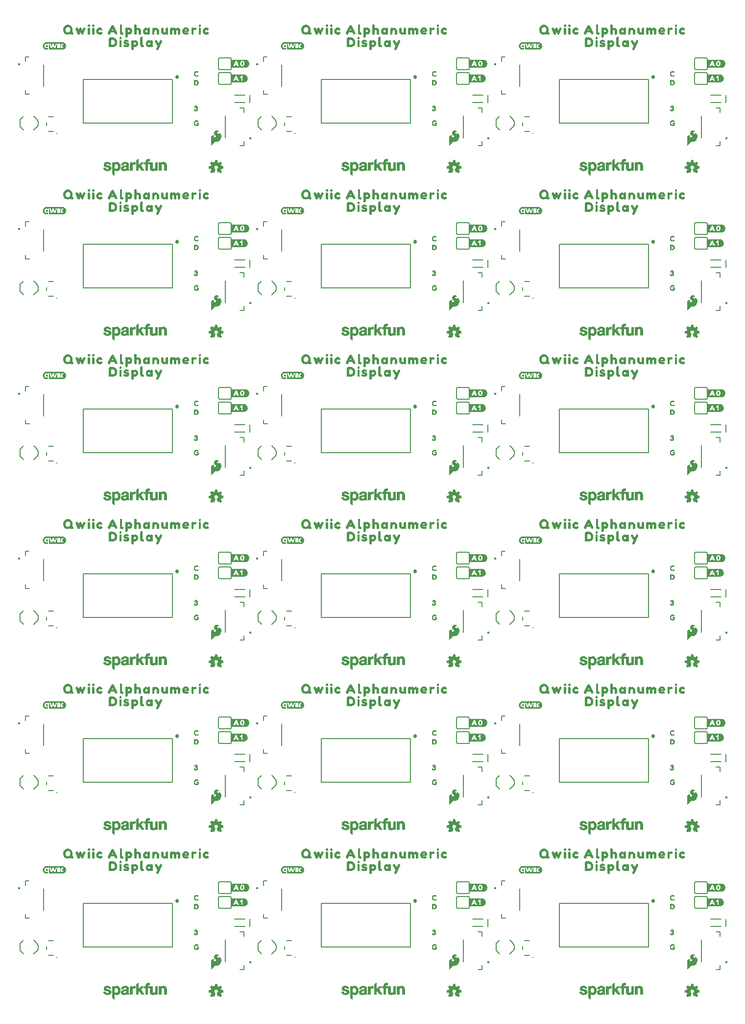
<source format=gto>
G04 EAGLE Gerber RS-274X export*
G75*
%MOMM*%
%FSLAX34Y34*%
%LPD*%
%INSilkscreen Top*%
%IPPOS*%
%AMOC8*
5,1,8,0,0,1.08239X$1,22.5*%
G01*
%ADD10C,0.152400*%
%ADD11C,0.203200*%
%ADD12C,0.406400*%
%ADD13C,0.508000*%
%ADD14C,0.254000*%

G36*
X51940Y797498D02*
X51940Y797498D01*
X51962Y797501D01*
X51970Y797518D01*
X51979Y797523D01*
X51977Y797533D01*
X51984Y797548D01*
X51996Y797964D01*
X51996Y797965D01*
X51996Y801144D01*
X51990Y801153D01*
X51993Y801164D01*
X51973Y801180D01*
X51960Y801201D01*
X51949Y801199D01*
X51940Y801206D01*
X51897Y801192D01*
X51892Y801191D01*
X51892Y801190D01*
X51891Y801190D01*
X51574Y800892D01*
X51163Y800577D01*
X50698Y800355D01*
X50195Y800235D01*
X49678Y800201D01*
X49160Y800249D01*
X48655Y800367D01*
X48171Y800552D01*
X47722Y800809D01*
X47336Y801154D01*
X47011Y801558D01*
X46746Y802004D01*
X46539Y802480D01*
X46414Y802986D01*
X46341Y803504D01*
X46305Y804025D01*
X46345Y804546D01*
X46428Y805062D01*
X46560Y805566D01*
X46776Y806038D01*
X47058Y806473D01*
X47400Y806861D01*
X47800Y807188D01*
X48253Y807440D01*
X48746Y807599D01*
X49258Y807687D01*
X49777Y807720D01*
X50292Y807664D01*
X50787Y807515D01*
X51245Y807278D01*
X51650Y806949D01*
X51651Y806948D01*
X51652Y806947D01*
X51896Y806762D01*
X51904Y806762D01*
X51908Y806755D01*
X51936Y806759D01*
X51964Y806757D01*
X51967Y806764D01*
X51975Y806765D01*
X51996Y806812D01*
X51996Y807417D01*
X52007Y807643D01*
X54307Y807643D01*
X54303Y807397D01*
X54311Y807385D01*
X54331Y797739D01*
X54331Y797738D01*
X54331Y797736D01*
X54340Y797546D01*
X54352Y797529D01*
X54355Y797508D01*
X54373Y797500D01*
X54380Y797491D01*
X54389Y797493D01*
X54403Y797487D01*
X76981Y797489D01*
X76983Y797490D01*
X76987Y797489D01*
X78041Y797595D01*
X78044Y797597D01*
X78048Y797596D01*
X78563Y797708D01*
X78566Y797710D01*
X78570Y797709D01*
X79575Y798038D01*
X79579Y798042D01*
X79586Y798043D01*
X80517Y798548D01*
X80519Y798552D01*
X80526Y798554D01*
X81355Y799210D01*
X81356Y799213D01*
X81360Y799215D01*
X81737Y799583D01*
X81738Y799586D01*
X81742Y799588D01*
X82409Y800411D01*
X82409Y800416D01*
X82415Y800420D01*
X82921Y801351D01*
X82920Y801356D01*
X82924Y801360D01*
X83108Y801854D01*
X83107Y801856D01*
X83109Y801858D01*
X83266Y802363D01*
X83265Y802365D01*
X83267Y802367D01*
X83391Y802880D01*
X83389Y802884D01*
X83392Y802888D01*
X83499Y803942D01*
X83496Y803947D01*
X83499Y803954D01*
X83409Y805008D01*
X83408Y805010D01*
X83409Y805014D01*
X83318Y805533D01*
X83316Y805536D01*
X83316Y805541D01*
X83002Y806553D01*
X82998Y806556D01*
X82998Y806564D01*
X82497Y807497D01*
X82494Y807498D01*
X82493Y807503D01*
X82190Y807935D01*
X82188Y807936D01*
X82187Y807939D01*
X81850Y808348D01*
X81849Y808348D01*
X81848Y808350D01*
X81818Y808384D01*
X81761Y808446D01*
X81761Y808447D01*
X81704Y808509D01*
X81647Y808572D01*
X81534Y808697D01*
X81534Y808698D01*
X81494Y808741D01*
X81490Y808742D01*
X81487Y808748D01*
X80670Y809422D01*
X80665Y809422D01*
X80661Y809428D01*
X79736Y809943D01*
X79733Y809943D01*
X79729Y809946D01*
X79243Y810148D01*
X79240Y810148D01*
X79236Y810151D01*
X78222Y810452D01*
X78217Y810451D01*
X78211Y810454D01*
X77156Y810561D01*
X76967Y810580D01*
X76964Y810578D01*
X76961Y810580D01*
X49945Y810580D01*
X49943Y810578D01*
X49939Y810580D01*
X48885Y810475D01*
X48882Y810473D01*
X48879Y810474D01*
X48362Y810370D01*
X48360Y810368D01*
X48355Y810369D01*
X47347Y810046D01*
X47343Y810042D01*
X47336Y810042D01*
X46405Y809536D01*
X46403Y809533D01*
X46397Y809532D01*
X45973Y809218D01*
X45972Y809217D01*
X45970Y809216D01*
X45561Y808879D01*
X45561Y808877D01*
X45558Y808876D01*
X45176Y808513D01*
X45175Y808509D01*
X45171Y808507D01*
X44498Y807689D01*
X44498Y807684D01*
X44492Y807679D01*
X43986Y806748D01*
X43986Y806744D01*
X43983Y806740D01*
X43793Y806249D01*
X43793Y806247D01*
X43791Y806244D01*
X43634Y805739D01*
X43635Y805737D01*
X43633Y805736D01*
X43502Y805224D01*
X43504Y805220D01*
X43501Y805215D01*
X43394Y804161D01*
X43396Y804157D01*
X43394Y804151D01*
X43423Y803624D01*
X43424Y803623D01*
X43423Y803621D01*
X43476Y803094D01*
X43477Y803093D01*
X43477Y803091D01*
X43560Y802570D01*
X43563Y802567D01*
X43562Y802561D01*
X43876Y801549D01*
X43880Y801546D01*
X43881Y801539D01*
X44375Y800603D01*
X44378Y800601D01*
X44378Y800597D01*
X44675Y800161D01*
X44678Y800160D01*
X44679Y800155D01*
X44796Y800018D01*
X44850Y799955D01*
X44903Y799893D01*
X45064Y799704D01*
X45117Y799642D01*
X45171Y799579D01*
X45224Y799516D01*
X45366Y799350D01*
X45370Y799349D01*
X45373Y799343D01*
X46191Y798668D01*
X46195Y798668D01*
X46200Y798662D01*
X47121Y798142D01*
X47124Y798142D01*
X47127Y798139D01*
X47611Y797930D01*
X47614Y797930D01*
X47617Y797927D01*
X48630Y797618D01*
X48635Y797620D01*
X48642Y797616D01*
X49696Y797510D01*
X49698Y797511D01*
X49700Y797510D01*
X50228Y797487D01*
X50229Y797487D01*
X50231Y797487D01*
X51922Y797487D01*
X51940Y797498D01*
G37*
G36*
X51940Y1650938D02*
X51940Y1650938D01*
X51962Y1650941D01*
X51970Y1650958D01*
X51979Y1650963D01*
X51977Y1650973D01*
X51984Y1650988D01*
X51996Y1651404D01*
X51996Y1651405D01*
X51996Y1654584D01*
X51990Y1654593D01*
X51993Y1654604D01*
X51973Y1654620D01*
X51960Y1654641D01*
X51949Y1654639D01*
X51940Y1654646D01*
X51897Y1654632D01*
X51892Y1654631D01*
X51892Y1654630D01*
X51891Y1654630D01*
X51574Y1654332D01*
X51163Y1654017D01*
X50698Y1653795D01*
X50195Y1653675D01*
X49678Y1653641D01*
X49160Y1653689D01*
X48655Y1653807D01*
X48171Y1653992D01*
X47722Y1654249D01*
X47336Y1654594D01*
X47011Y1654998D01*
X46746Y1655444D01*
X46539Y1655920D01*
X46414Y1656426D01*
X46341Y1656944D01*
X46305Y1657465D01*
X46345Y1657986D01*
X46428Y1658502D01*
X46560Y1659006D01*
X46776Y1659478D01*
X47058Y1659913D01*
X47400Y1660301D01*
X47800Y1660628D01*
X48253Y1660880D01*
X48746Y1661039D01*
X49258Y1661127D01*
X49777Y1661160D01*
X50292Y1661104D01*
X50787Y1660955D01*
X51245Y1660718D01*
X51650Y1660389D01*
X51651Y1660388D01*
X51652Y1660387D01*
X51896Y1660202D01*
X51904Y1660202D01*
X51908Y1660195D01*
X51936Y1660199D01*
X51964Y1660197D01*
X51967Y1660204D01*
X51975Y1660205D01*
X51996Y1660252D01*
X51996Y1660857D01*
X52007Y1661083D01*
X54307Y1661083D01*
X54303Y1660837D01*
X54311Y1660825D01*
X54331Y1651179D01*
X54331Y1651178D01*
X54331Y1651176D01*
X54340Y1650986D01*
X54352Y1650969D01*
X54355Y1650948D01*
X54373Y1650940D01*
X54380Y1650931D01*
X54389Y1650933D01*
X54403Y1650927D01*
X76981Y1650929D01*
X76983Y1650930D01*
X76987Y1650929D01*
X78041Y1651035D01*
X78044Y1651037D01*
X78048Y1651036D01*
X78563Y1651148D01*
X78566Y1651150D01*
X78570Y1651149D01*
X79575Y1651478D01*
X79579Y1651482D01*
X79586Y1651483D01*
X80517Y1651988D01*
X80519Y1651992D01*
X80526Y1651994D01*
X81355Y1652650D01*
X81356Y1652653D01*
X81360Y1652655D01*
X81737Y1653023D01*
X81738Y1653026D01*
X81742Y1653028D01*
X82409Y1653851D01*
X82409Y1653856D01*
X82415Y1653860D01*
X82921Y1654791D01*
X82920Y1654796D01*
X82924Y1654800D01*
X83108Y1655294D01*
X83107Y1655296D01*
X83109Y1655298D01*
X83266Y1655803D01*
X83265Y1655805D01*
X83267Y1655807D01*
X83391Y1656320D01*
X83389Y1656324D01*
X83392Y1656328D01*
X83499Y1657382D01*
X83496Y1657387D01*
X83499Y1657394D01*
X83409Y1658448D01*
X83408Y1658450D01*
X83409Y1658454D01*
X83318Y1658973D01*
X83316Y1658976D01*
X83316Y1658981D01*
X83002Y1659993D01*
X82998Y1659996D01*
X82998Y1660004D01*
X82497Y1660937D01*
X82494Y1660938D01*
X82493Y1660943D01*
X82190Y1661375D01*
X82188Y1661376D01*
X82187Y1661379D01*
X81850Y1661788D01*
X81849Y1661788D01*
X81848Y1661790D01*
X81818Y1661824D01*
X81761Y1661886D01*
X81761Y1661887D01*
X81704Y1661949D01*
X81647Y1662012D01*
X81534Y1662137D01*
X81534Y1662138D01*
X81494Y1662181D01*
X81490Y1662182D01*
X81487Y1662188D01*
X80670Y1662862D01*
X80665Y1662862D01*
X80661Y1662868D01*
X79736Y1663383D01*
X79733Y1663383D01*
X79729Y1663386D01*
X79243Y1663588D01*
X79240Y1663588D01*
X79236Y1663591D01*
X78222Y1663892D01*
X78217Y1663891D01*
X78211Y1663894D01*
X77156Y1664001D01*
X76967Y1664020D01*
X76964Y1664018D01*
X76961Y1664020D01*
X49945Y1664020D01*
X49943Y1664018D01*
X49939Y1664020D01*
X48885Y1663915D01*
X48882Y1663913D01*
X48879Y1663914D01*
X48362Y1663810D01*
X48360Y1663808D01*
X48355Y1663809D01*
X47347Y1663486D01*
X47343Y1663482D01*
X47336Y1663482D01*
X46405Y1662976D01*
X46403Y1662973D01*
X46397Y1662972D01*
X45973Y1662658D01*
X45972Y1662657D01*
X45970Y1662656D01*
X45561Y1662319D01*
X45561Y1662317D01*
X45558Y1662316D01*
X45176Y1661953D01*
X45175Y1661949D01*
X45171Y1661947D01*
X44498Y1661129D01*
X44498Y1661124D01*
X44492Y1661119D01*
X43986Y1660188D01*
X43986Y1660184D01*
X43983Y1660180D01*
X43793Y1659689D01*
X43793Y1659687D01*
X43791Y1659684D01*
X43634Y1659179D01*
X43635Y1659177D01*
X43633Y1659176D01*
X43502Y1658664D01*
X43504Y1658660D01*
X43501Y1658655D01*
X43394Y1657601D01*
X43396Y1657597D01*
X43394Y1657591D01*
X43423Y1657064D01*
X43424Y1657063D01*
X43423Y1657061D01*
X43476Y1656534D01*
X43477Y1656533D01*
X43477Y1656531D01*
X43560Y1656010D01*
X43563Y1656007D01*
X43562Y1656001D01*
X43876Y1654989D01*
X43880Y1654986D01*
X43881Y1654979D01*
X44375Y1654043D01*
X44378Y1654041D01*
X44378Y1654037D01*
X44675Y1653601D01*
X44678Y1653600D01*
X44679Y1653595D01*
X44796Y1653458D01*
X44850Y1653395D01*
X44903Y1653333D01*
X45064Y1653144D01*
X45117Y1653082D01*
X45171Y1653019D01*
X45224Y1652956D01*
X45366Y1652790D01*
X45370Y1652789D01*
X45373Y1652783D01*
X46191Y1652108D01*
X46195Y1652108D01*
X46200Y1652102D01*
X47121Y1651582D01*
X47124Y1651582D01*
X47127Y1651579D01*
X47611Y1651370D01*
X47614Y1651370D01*
X47617Y1651367D01*
X48630Y1651058D01*
X48635Y1651060D01*
X48642Y1651056D01*
X49696Y1650950D01*
X49698Y1650951D01*
X49700Y1650950D01*
X50228Y1650927D01*
X50229Y1650927D01*
X50231Y1650927D01*
X51922Y1650927D01*
X51940Y1650938D01*
G37*
G36*
X51940Y228538D02*
X51940Y228538D01*
X51962Y228541D01*
X51970Y228558D01*
X51979Y228563D01*
X51977Y228573D01*
X51984Y228588D01*
X51996Y229004D01*
X51996Y229005D01*
X51996Y232184D01*
X51990Y232193D01*
X51993Y232204D01*
X51973Y232220D01*
X51960Y232241D01*
X51949Y232239D01*
X51940Y232246D01*
X51897Y232232D01*
X51892Y232231D01*
X51892Y232230D01*
X51891Y232230D01*
X51574Y231932D01*
X51163Y231617D01*
X50698Y231395D01*
X50195Y231275D01*
X49678Y231241D01*
X49160Y231289D01*
X48655Y231407D01*
X48171Y231592D01*
X47722Y231849D01*
X47336Y232194D01*
X47011Y232598D01*
X46746Y233044D01*
X46539Y233520D01*
X46414Y234026D01*
X46341Y234544D01*
X46305Y235065D01*
X46345Y235586D01*
X46428Y236102D01*
X46560Y236606D01*
X46776Y237078D01*
X47058Y237513D01*
X47400Y237901D01*
X47800Y238228D01*
X48253Y238480D01*
X48746Y238639D01*
X49258Y238727D01*
X49777Y238760D01*
X50292Y238704D01*
X50787Y238555D01*
X51245Y238318D01*
X51650Y237989D01*
X51651Y237988D01*
X51652Y237987D01*
X51896Y237802D01*
X51904Y237802D01*
X51908Y237795D01*
X51936Y237799D01*
X51964Y237797D01*
X51967Y237804D01*
X51975Y237805D01*
X51996Y237852D01*
X51996Y238457D01*
X52007Y238683D01*
X54307Y238683D01*
X54303Y238437D01*
X54311Y238425D01*
X54331Y228779D01*
X54331Y228778D01*
X54331Y228776D01*
X54340Y228586D01*
X54352Y228569D01*
X54355Y228548D01*
X54373Y228540D01*
X54380Y228531D01*
X54389Y228533D01*
X54403Y228527D01*
X76981Y228529D01*
X76983Y228530D01*
X76987Y228529D01*
X78041Y228635D01*
X78044Y228637D01*
X78048Y228636D01*
X78563Y228748D01*
X78566Y228750D01*
X78570Y228749D01*
X79575Y229078D01*
X79579Y229082D01*
X79586Y229083D01*
X80517Y229588D01*
X80519Y229592D01*
X80526Y229594D01*
X81355Y230250D01*
X81356Y230253D01*
X81360Y230255D01*
X81737Y230623D01*
X81738Y230626D01*
X81742Y230628D01*
X82409Y231451D01*
X82409Y231456D01*
X82415Y231460D01*
X82921Y232391D01*
X82920Y232396D01*
X82924Y232400D01*
X83108Y232894D01*
X83107Y232896D01*
X83109Y232898D01*
X83266Y233403D01*
X83265Y233405D01*
X83267Y233407D01*
X83391Y233920D01*
X83389Y233924D01*
X83392Y233928D01*
X83499Y234982D01*
X83496Y234987D01*
X83499Y234994D01*
X83409Y236048D01*
X83408Y236050D01*
X83409Y236054D01*
X83318Y236573D01*
X83316Y236576D01*
X83316Y236581D01*
X83002Y237593D01*
X82998Y237596D01*
X82998Y237604D01*
X82497Y238537D01*
X82494Y238538D01*
X82493Y238543D01*
X82190Y238975D01*
X82188Y238976D01*
X82187Y238979D01*
X81850Y239388D01*
X81849Y239388D01*
X81848Y239390D01*
X81818Y239424D01*
X81761Y239486D01*
X81761Y239487D01*
X81704Y239549D01*
X81647Y239612D01*
X81534Y239737D01*
X81534Y239738D01*
X81494Y239781D01*
X81490Y239782D01*
X81487Y239788D01*
X80670Y240462D01*
X80665Y240462D01*
X80661Y240468D01*
X79736Y240983D01*
X79733Y240983D01*
X79729Y240986D01*
X79243Y241188D01*
X79240Y241188D01*
X79236Y241191D01*
X78222Y241492D01*
X78217Y241491D01*
X78211Y241494D01*
X77156Y241601D01*
X76967Y241620D01*
X76964Y241618D01*
X76961Y241620D01*
X49945Y241620D01*
X49943Y241618D01*
X49939Y241620D01*
X48885Y241515D01*
X48882Y241513D01*
X48879Y241514D01*
X48362Y241410D01*
X48360Y241408D01*
X48355Y241409D01*
X47347Y241086D01*
X47343Y241082D01*
X47336Y241082D01*
X46405Y240576D01*
X46403Y240573D01*
X46397Y240572D01*
X45973Y240258D01*
X45972Y240257D01*
X45970Y240256D01*
X45561Y239919D01*
X45561Y239917D01*
X45558Y239916D01*
X45176Y239553D01*
X45175Y239549D01*
X45171Y239547D01*
X44498Y238729D01*
X44498Y238724D01*
X44492Y238719D01*
X43986Y237788D01*
X43986Y237784D01*
X43983Y237780D01*
X43793Y237289D01*
X43793Y237287D01*
X43791Y237284D01*
X43634Y236779D01*
X43635Y236777D01*
X43633Y236776D01*
X43502Y236264D01*
X43504Y236260D01*
X43501Y236255D01*
X43394Y235201D01*
X43396Y235197D01*
X43394Y235191D01*
X43423Y234664D01*
X43424Y234663D01*
X43423Y234661D01*
X43476Y234134D01*
X43477Y234133D01*
X43477Y234131D01*
X43560Y233610D01*
X43563Y233607D01*
X43562Y233601D01*
X43876Y232589D01*
X43880Y232586D01*
X43881Y232579D01*
X44375Y231643D01*
X44378Y231641D01*
X44378Y231637D01*
X44675Y231201D01*
X44678Y231200D01*
X44679Y231195D01*
X44796Y231058D01*
X44850Y230995D01*
X44903Y230933D01*
X45064Y230744D01*
X45117Y230682D01*
X45171Y230619D01*
X45224Y230556D01*
X45366Y230390D01*
X45370Y230389D01*
X45373Y230383D01*
X46191Y229708D01*
X46195Y229708D01*
X46200Y229702D01*
X47121Y229182D01*
X47124Y229182D01*
X47127Y229179D01*
X47611Y228970D01*
X47614Y228970D01*
X47617Y228967D01*
X48630Y228658D01*
X48635Y228660D01*
X48642Y228656D01*
X49696Y228550D01*
X49698Y228551D01*
X49700Y228550D01*
X50228Y228527D01*
X50229Y228527D01*
X50231Y228527D01*
X51922Y228527D01*
X51940Y228538D01*
G37*
G36*
X463420Y228538D02*
X463420Y228538D01*
X463442Y228541D01*
X463450Y228558D01*
X463459Y228563D01*
X463457Y228573D01*
X463464Y228588D01*
X463476Y229004D01*
X463476Y229005D01*
X463476Y232184D01*
X463470Y232193D01*
X463473Y232204D01*
X463453Y232220D01*
X463440Y232241D01*
X463429Y232239D01*
X463420Y232246D01*
X463377Y232232D01*
X463372Y232231D01*
X463372Y232230D01*
X463371Y232230D01*
X463054Y231932D01*
X462643Y231617D01*
X462178Y231395D01*
X461675Y231275D01*
X461158Y231241D01*
X460640Y231289D01*
X460135Y231407D01*
X459651Y231592D01*
X459202Y231849D01*
X458816Y232194D01*
X458491Y232598D01*
X458226Y233044D01*
X458019Y233520D01*
X457894Y234026D01*
X457821Y234544D01*
X457785Y235065D01*
X457825Y235586D01*
X457908Y236102D01*
X458040Y236606D01*
X458256Y237078D01*
X458538Y237513D01*
X458880Y237901D01*
X459280Y238228D01*
X459733Y238480D01*
X460226Y238639D01*
X460738Y238727D01*
X461257Y238760D01*
X461772Y238704D01*
X462267Y238555D01*
X462725Y238318D01*
X463130Y237989D01*
X463131Y237988D01*
X463132Y237987D01*
X463376Y237802D01*
X463384Y237802D01*
X463388Y237795D01*
X463416Y237799D01*
X463444Y237797D01*
X463447Y237804D01*
X463455Y237805D01*
X463476Y237852D01*
X463476Y238457D01*
X463487Y238683D01*
X465787Y238683D01*
X465783Y238437D01*
X465791Y238425D01*
X465811Y228779D01*
X465811Y228778D01*
X465811Y228776D01*
X465820Y228586D01*
X465832Y228569D01*
X465835Y228548D01*
X465853Y228540D01*
X465860Y228531D01*
X465869Y228533D01*
X465883Y228527D01*
X488461Y228529D01*
X488463Y228530D01*
X488467Y228529D01*
X489521Y228635D01*
X489524Y228637D01*
X489528Y228636D01*
X490043Y228748D01*
X490046Y228750D01*
X490050Y228749D01*
X491055Y229078D01*
X491059Y229082D01*
X491066Y229083D01*
X491997Y229588D01*
X491999Y229592D01*
X492006Y229594D01*
X492835Y230250D01*
X492836Y230253D01*
X492840Y230255D01*
X493217Y230623D01*
X493218Y230626D01*
X493222Y230628D01*
X493889Y231451D01*
X493889Y231456D01*
X493895Y231460D01*
X494401Y232391D01*
X494400Y232396D01*
X494404Y232400D01*
X494588Y232894D01*
X494587Y232896D01*
X494589Y232898D01*
X494746Y233403D01*
X494745Y233405D01*
X494747Y233407D01*
X494871Y233920D01*
X494869Y233924D01*
X494872Y233928D01*
X494979Y234982D01*
X494976Y234987D01*
X494979Y234994D01*
X494889Y236048D01*
X494888Y236050D01*
X494889Y236054D01*
X494798Y236573D01*
X494796Y236576D01*
X494796Y236581D01*
X494482Y237593D01*
X494478Y237596D01*
X494478Y237604D01*
X493977Y238537D01*
X493974Y238538D01*
X493973Y238543D01*
X493670Y238975D01*
X493668Y238976D01*
X493667Y238979D01*
X493330Y239388D01*
X493329Y239388D01*
X493328Y239390D01*
X493298Y239424D01*
X493241Y239486D01*
X493241Y239487D01*
X493184Y239549D01*
X493127Y239612D01*
X493014Y239737D01*
X493014Y239738D01*
X492974Y239781D01*
X492970Y239782D01*
X492967Y239788D01*
X492150Y240462D01*
X492145Y240462D01*
X492141Y240468D01*
X491216Y240983D01*
X491213Y240983D01*
X491209Y240986D01*
X490723Y241188D01*
X490720Y241188D01*
X490716Y241191D01*
X489702Y241492D01*
X489697Y241491D01*
X489691Y241494D01*
X488636Y241601D01*
X488447Y241620D01*
X488444Y241618D01*
X488441Y241620D01*
X461425Y241620D01*
X461423Y241618D01*
X461419Y241620D01*
X460365Y241515D01*
X460362Y241513D01*
X460359Y241514D01*
X459842Y241410D01*
X459840Y241408D01*
X459835Y241409D01*
X458827Y241086D01*
X458823Y241082D01*
X458816Y241082D01*
X457885Y240576D01*
X457883Y240573D01*
X457877Y240572D01*
X457453Y240258D01*
X457452Y240257D01*
X457450Y240256D01*
X457041Y239919D01*
X457041Y239917D01*
X457038Y239916D01*
X456656Y239553D01*
X456655Y239549D01*
X456651Y239547D01*
X455978Y238729D01*
X455978Y238724D01*
X455972Y238719D01*
X455466Y237788D01*
X455466Y237784D01*
X455463Y237780D01*
X455273Y237289D01*
X455273Y237287D01*
X455271Y237284D01*
X455114Y236779D01*
X455115Y236777D01*
X455113Y236776D01*
X454982Y236264D01*
X454984Y236260D01*
X454981Y236255D01*
X454874Y235201D01*
X454876Y235197D01*
X454874Y235191D01*
X454903Y234664D01*
X454904Y234663D01*
X454903Y234661D01*
X454956Y234134D01*
X454957Y234133D01*
X454957Y234131D01*
X455040Y233610D01*
X455043Y233607D01*
X455042Y233601D01*
X455356Y232589D01*
X455360Y232586D01*
X455361Y232579D01*
X455855Y231643D01*
X455858Y231641D01*
X455858Y231637D01*
X456155Y231201D01*
X456158Y231200D01*
X456159Y231195D01*
X456276Y231058D01*
X456330Y230995D01*
X456383Y230933D01*
X456544Y230744D01*
X456597Y230682D01*
X456651Y230619D01*
X456704Y230556D01*
X456846Y230390D01*
X456850Y230389D01*
X456853Y230383D01*
X457671Y229708D01*
X457675Y229708D01*
X457680Y229702D01*
X458601Y229182D01*
X458604Y229182D01*
X458607Y229179D01*
X459091Y228970D01*
X459094Y228970D01*
X459097Y228967D01*
X460110Y228658D01*
X460115Y228660D01*
X460122Y228656D01*
X461176Y228550D01*
X461178Y228551D01*
X461180Y228550D01*
X461708Y228527D01*
X461709Y228527D01*
X461711Y228527D01*
X463402Y228527D01*
X463420Y228538D01*
G37*
G36*
X874900Y228538D02*
X874900Y228538D01*
X874922Y228541D01*
X874930Y228558D01*
X874939Y228563D01*
X874937Y228573D01*
X874944Y228588D01*
X874956Y229004D01*
X874956Y229005D01*
X874956Y232184D01*
X874950Y232193D01*
X874953Y232204D01*
X874933Y232220D01*
X874920Y232241D01*
X874909Y232239D01*
X874900Y232246D01*
X874857Y232232D01*
X874852Y232231D01*
X874852Y232230D01*
X874851Y232230D01*
X874534Y231932D01*
X874123Y231617D01*
X873658Y231395D01*
X873155Y231275D01*
X872638Y231241D01*
X872120Y231289D01*
X871615Y231407D01*
X871131Y231592D01*
X870682Y231849D01*
X870296Y232194D01*
X869971Y232598D01*
X869706Y233044D01*
X869499Y233520D01*
X869374Y234026D01*
X869301Y234544D01*
X869265Y235065D01*
X869305Y235586D01*
X869388Y236102D01*
X869520Y236606D01*
X869736Y237078D01*
X870018Y237513D01*
X870360Y237901D01*
X870760Y238228D01*
X871213Y238480D01*
X871706Y238639D01*
X872218Y238727D01*
X872737Y238760D01*
X873252Y238704D01*
X873747Y238555D01*
X874205Y238318D01*
X874610Y237989D01*
X874611Y237988D01*
X874612Y237987D01*
X874856Y237802D01*
X874864Y237802D01*
X874868Y237795D01*
X874896Y237799D01*
X874924Y237797D01*
X874927Y237804D01*
X874935Y237805D01*
X874956Y237852D01*
X874956Y238457D01*
X874967Y238683D01*
X877267Y238683D01*
X877263Y238437D01*
X877271Y238425D01*
X877291Y228779D01*
X877291Y228778D01*
X877291Y228776D01*
X877300Y228586D01*
X877312Y228569D01*
X877315Y228548D01*
X877333Y228540D01*
X877340Y228531D01*
X877349Y228533D01*
X877363Y228527D01*
X899941Y228529D01*
X899943Y228530D01*
X899947Y228529D01*
X901001Y228635D01*
X901004Y228637D01*
X901008Y228636D01*
X901523Y228748D01*
X901526Y228750D01*
X901530Y228749D01*
X902535Y229078D01*
X902539Y229082D01*
X902546Y229083D01*
X903477Y229588D01*
X903479Y229592D01*
X903486Y229594D01*
X904315Y230250D01*
X904316Y230253D01*
X904320Y230255D01*
X904697Y230623D01*
X904698Y230626D01*
X904702Y230628D01*
X905369Y231451D01*
X905369Y231456D01*
X905375Y231460D01*
X905881Y232391D01*
X905880Y232396D01*
X905884Y232400D01*
X906068Y232894D01*
X906067Y232896D01*
X906069Y232898D01*
X906226Y233403D01*
X906225Y233405D01*
X906227Y233407D01*
X906351Y233920D01*
X906349Y233924D01*
X906352Y233928D01*
X906459Y234982D01*
X906456Y234987D01*
X906459Y234994D01*
X906369Y236048D01*
X906368Y236050D01*
X906369Y236054D01*
X906278Y236573D01*
X906276Y236576D01*
X906276Y236581D01*
X905962Y237593D01*
X905958Y237596D01*
X905958Y237604D01*
X905457Y238537D01*
X905454Y238538D01*
X905453Y238543D01*
X905150Y238975D01*
X905148Y238976D01*
X905147Y238979D01*
X904810Y239388D01*
X904809Y239388D01*
X904808Y239390D01*
X904778Y239424D01*
X904721Y239486D01*
X904721Y239487D01*
X904664Y239549D01*
X904607Y239612D01*
X904494Y239737D01*
X904494Y239738D01*
X904454Y239781D01*
X904450Y239782D01*
X904447Y239788D01*
X903630Y240462D01*
X903625Y240462D01*
X903621Y240468D01*
X902696Y240983D01*
X902693Y240983D01*
X902689Y240986D01*
X902203Y241188D01*
X902200Y241188D01*
X902196Y241191D01*
X901182Y241492D01*
X901177Y241491D01*
X901171Y241494D01*
X900116Y241601D01*
X899927Y241620D01*
X899924Y241618D01*
X899921Y241620D01*
X872905Y241620D01*
X872903Y241618D01*
X872899Y241620D01*
X871845Y241515D01*
X871842Y241513D01*
X871839Y241514D01*
X871322Y241410D01*
X871320Y241408D01*
X871315Y241409D01*
X870307Y241086D01*
X870303Y241082D01*
X870296Y241082D01*
X869365Y240576D01*
X869363Y240573D01*
X869357Y240572D01*
X868933Y240258D01*
X868932Y240257D01*
X868930Y240256D01*
X868521Y239919D01*
X868521Y239917D01*
X868518Y239916D01*
X868136Y239553D01*
X868135Y239549D01*
X868131Y239547D01*
X867458Y238729D01*
X867458Y238724D01*
X867452Y238719D01*
X866946Y237788D01*
X866946Y237784D01*
X866943Y237780D01*
X866753Y237289D01*
X866753Y237287D01*
X866751Y237284D01*
X866594Y236779D01*
X866595Y236777D01*
X866593Y236776D01*
X866462Y236264D01*
X866464Y236260D01*
X866461Y236255D01*
X866354Y235201D01*
X866356Y235197D01*
X866354Y235191D01*
X866383Y234664D01*
X866384Y234663D01*
X866383Y234661D01*
X866436Y234134D01*
X866437Y234133D01*
X866437Y234131D01*
X866520Y233610D01*
X866523Y233607D01*
X866522Y233601D01*
X866836Y232589D01*
X866840Y232586D01*
X866841Y232579D01*
X867335Y231643D01*
X867338Y231641D01*
X867338Y231637D01*
X867635Y231201D01*
X867638Y231200D01*
X867639Y231195D01*
X867756Y231058D01*
X867810Y230995D01*
X867863Y230933D01*
X868024Y230744D01*
X868077Y230682D01*
X868131Y230619D01*
X868184Y230556D01*
X868326Y230390D01*
X868330Y230389D01*
X868333Y230383D01*
X869151Y229708D01*
X869155Y229708D01*
X869160Y229702D01*
X870081Y229182D01*
X870084Y229182D01*
X870087Y229179D01*
X870571Y228970D01*
X870574Y228970D01*
X870577Y228967D01*
X871590Y228658D01*
X871595Y228660D01*
X871602Y228656D01*
X872656Y228550D01*
X872658Y228551D01*
X872660Y228550D01*
X873188Y228527D01*
X873189Y228527D01*
X873191Y228527D01*
X874882Y228527D01*
X874900Y228538D01*
G37*
G36*
X463420Y797498D02*
X463420Y797498D01*
X463442Y797501D01*
X463450Y797518D01*
X463459Y797523D01*
X463457Y797533D01*
X463464Y797548D01*
X463476Y797964D01*
X463476Y797965D01*
X463476Y801144D01*
X463470Y801153D01*
X463473Y801164D01*
X463453Y801180D01*
X463440Y801201D01*
X463429Y801199D01*
X463420Y801206D01*
X463377Y801192D01*
X463372Y801191D01*
X463372Y801190D01*
X463371Y801190D01*
X463054Y800892D01*
X462643Y800577D01*
X462178Y800355D01*
X461675Y800235D01*
X461158Y800201D01*
X460640Y800249D01*
X460135Y800367D01*
X459651Y800552D01*
X459202Y800809D01*
X458816Y801154D01*
X458491Y801558D01*
X458226Y802004D01*
X458019Y802480D01*
X457894Y802986D01*
X457821Y803504D01*
X457785Y804025D01*
X457825Y804546D01*
X457908Y805062D01*
X458040Y805566D01*
X458256Y806038D01*
X458538Y806473D01*
X458880Y806861D01*
X459280Y807188D01*
X459733Y807440D01*
X460226Y807599D01*
X460738Y807687D01*
X461257Y807720D01*
X461772Y807664D01*
X462267Y807515D01*
X462725Y807278D01*
X463130Y806949D01*
X463131Y806948D01*
X463132Y806947D01*
X463376Y806762D01*
X463384Y806762D01*
X463388Y806755D01*
X463416Y806759D01*
X463444Y806757D01*
X463447Y806764D01*
X463455Y806765D01*
X463476Y806812D01*
X463476Y807417D01*
X463487Y807643D01*
X465787Y807643D01*
X465783Y807397D01*
X465791Y807385D01*
X465811Y797739D01*
X465811Y797738D01*
X465811Y797736D01*
X465820Y797546D01*
X465832Y797529D01*
X465835Y797508D01*
X465853Y797500D01*
X465860Y797491D01*
X465869Y797493D01*
X465883Y797487D01*
X488461Y797489D01*
X488463Y797490D01*
X488467Y797489D01*
X489521Y797595D01*
X489524Y797597D01*
X489528Y797596D01*
X490043Y797708D01*
X490046Y797710D01*
X490050Y797709D01*
X491055Y798038D01*
X491059Y798042D01*
X491066Y798043D01*
X491997Y798548D01*
X491999Y798552D01*
X492006Y798554D01*
X492835Y799210D01*
X492836Y799213D01*
X492840Y799215D01*
X493217Y799583D01*
X493218Y799586D01*
X493222Y799588D01*
X493889Y800411D01*
X493889Y800416D01*
X493895Y800420D01*
X494401Y801351D01*
X494400Y801356D01*
X494404Y801360D01*
X494588Y801854D01*
X494587Y801856D01*
X494589Y801858D01*
X494746Y802363D01*
X494745Y802365D01*
X494747Y802367D01*
X494871Y802880D01*
X494869Y802884D01*
X494872Y802888D01*
X494979Y803942D01*
X494976Y803947D01*
X494979Y803954D01*
X494889Y805008D01*
X494888Y805010D01*
X494889Y805014D01*
X494798Y805533D01*
X494796Y805536D01*
X494796Y805541D01*
X494482Y806553D01*
X494478Y806556D01*
X494478Y806564D01*
X493977Y807497D01*
X493974Y807498D01*
X493973Y807503D01*
X493670Y807935D01*
X493668Y807936D01*
X493667Y807939D01*
X493330Y808348D01*
X493329Y808348D01*
X493328Y808350D01*
X493298Y808384D01*
X493241Y808446D01*
X493241Y808447D01*
X493184Y808509D01*
X493127Y808572D01*
X493014Y808697D01*
X493014Y808698D01*
X492974Y808741D01*
X492970Y808742D01*
X492967Y808748D01*
X492150Y809422D01*
X492145Y809422D01*
X492141Y809428D01*
X491216Y809943D01*
X491213Y809943D01*
X491209Y809946D01*
X490723Y810148D01*
X490720Y810148D01*
X490716Y810151D01*
X489702Y810452D01*
X489697Y810451D01*
X489691Y810454D01*
X488636Y810561D01*
X488447Y810580D01*
X488444Y810578D01*
X488441Y810580D01*
X461425Y810580D01*
X461423Y810578D01*
X461419Y810580D01*
X460365Y810475D01*
X460362Y810473D01*
X460359Y810474D01*
X459842Y810370D01*
X459840Y810368D01*
X459835Y810369D01*
X458827Y810046D01*
X458823Y810042D01*
X458816Y810042D01*
X457885Y809536D01*
X457883Y809533D01*
X457877Y809532D01*
X457453Y809218D01*
X457452Y809217D01*
X457450Y809216D01*
X457041Y808879D01*
X457041Y808877D01*
X457038Y808876D01*
X456656Y808513D01*
X456655Y808509D01*
X456651Y808507D01*
X455978Y807689D01*
X455978Y807684D01*
X455972Y807679D01*
X455466Y806748D01*
X455466Y806744D01*
X455463Y806740D01*
X455273Y806249D01*
X455273Y806247D01*
X455271Y806244D01*
X455114Y805739D01*
X455115Y805737D01*
X455113Y805736D01*
X454982Y805224D01*
X454984Y805220D01*
X454981Y805215D01*
X454874Y804161D01*
X454876Y804157D01*
X454874Y804151D01*
X454903Y803624D01*
X454904Y803623D01*
X454903Y803621D01*
X454956Y803094D01*
X454957Y803093D01*
X454957Y803091D01*
X455040Y802570D01*
X455043Y802567D01*
X455042Y802561D01*
X455356Y801549D01*
X455360Y801546D01*
X455361Y801539D01*
X455855Y800603D01*
X455858Y800601D01*
X455858Y800597D01*
X456155Y800161D01*
X456158Y800160D01*
X456159Y800155D01*
X456276Y800018D01*
X456330Y799955D01*
X456383Y799893D01*
X456544Y799704D01*
X456597Y799642D01*
X456651Y799579D01*
X456704Y799516D01*
X456846Y799350D01*
X456850Y799349D01*
X456853Y799343D01*
X457671Y798668D01*
X457675Y798668D01*
X457680Y798662D01*
X458601Y798142D01*
X458604Y798142D01*
X458607Y798139D01*
X459091Y797930D01*
X459094Y797930D01*
X459097Y797927D01*
X460110Y797618D01*
X460115Y797620D01*
X460122Y797616D01*
X461176Y797510D01*
X461178Y797511D01*
X461180Y797510D01*
X461708Y797487D01*
X461709Y797487D01*
X461711Y797487D01*
X463402Y797487D01*
X463420Y797498D01*
G37*
G36*
X874900Y797498D02*
X874900Y797498D01*
X874922Y797501D01*
X874930Y797518D01*
X874939Y797523D01*
X874937Y797533D01*
X874944Y797548D01*
X874956Y797964D01*
X874956Y797965D01*
X874956Y801144D01*
X874950Y801153D01*
X874953Y801164D01*
X874933Y801180D01*
X874920Y801201D01*
X874909Y801199D01*
X874900Y801206D01*
X874857Y801192D01*
X874852Y801191D01*
X874852Y801190D01*
X874851Y801190D01*
X874534Y800892D01*
X874123Y800577D01*
X873658Y800355D01*
X873155Y800235D01*
X872638Y800201D01*
X872120Y800249D01*
X871615Y800367D01*
X871131Y800552D01*
X870682Y800809D01*
X870296Y801154D01*
X869971Y801558D01*
X869706Y802004D01*
X869499Y802480D01*
X869374Y802986D01*
X869301Y803504D01*
X869265Y804025D01*
X869305Y804546D01*
X869388Y805062D01*
X869520Y805566D01*
X869736Y806038D01*
X870018Y806473D01*
X870360Y806861D01*
X870760Y807188D01*
X871213Y807440D01*
X871706Y807599D01*
X872218Y807687D01*
X872737Y807720D01*
X873252Y807664D01*
X873747Y807515D01*
X874205Y807278D01*
X874610Y806949D01*
X874611Y806948D01*
X874612Y806947D01*
X874856Y806762D01*
X874864Y806762D01*
X874868Y806755D01*
X874896Y806759D01*
X874924Y806757D01*
X874927Y806764D01*
X874935Y806765D01*
X874956Y806812D01*
X874956Y807417D01*
X874967Y807643D01*
X877267Y807643D01*
X877263Y807397D01*
X877271Y807385D01*
X877291Y797739D01*
X877291Y797738D01*
X877291Y797736D01*
X877300Y797546D01*
X877312Y797529D01*
X877315Y797508D01*
X877333Y797500D01*
X877340Y797491D01*
X877349Y797493D01*
X877363Y797487D01*
X899941Y797489D01*
X899943Y797490D01*
X899947Y797489D01*
X901001Y797595D01*
X901004Y797597D01*
X901008Y797596D01*
X901523Y797708D01*
X901526Y797710D01*
X901530Y797709D01*
X902535Y798038D01*
X902539Y798042D01*
X902546Y798043D01*
X903477Y798548D01*
X903479Y798552D01*
X903486Y798554D01*
X904315Y799210D01*
X904316Y799213D01*
X904320Y799215D01*
X904697Y799583D01*
X904698Y799586D01*
X904702Y799588D01*
X905369Y800411D01*
X905369Y800416D01*
X905375Y800420D01*
X905881Y801351D01*
X905880Y801356D01*
X905884Y801360D01*
X906068Y801854D01*
X906067Y801856D01*
X906069Y801858D01*
X906226Y802363D01*
X906225Y802365D01*
X906227Y802367D01*
X906351Y802880D01*
X906349Y802884D01*
X906352Y802888D01*
X906459Y803942D01*
X906456Y803947D01*
X906459Y803954D01*
X906369Y805008D01*
X906368Y805010D01*
X906369Y805014D01*
X906278Y805533D01*
X906276Y805536D01*
X906276Y805541D01*
X905962Y806553D01*
X905958Y806556D01*
X905958Y806564D01*
X905457Y807497D01*
X905454Y807498D01*
X905453Y807503D01*
X905150Y807935D01*
X905148Y807936D01*
X905147Y807939D01*
X904810Y808348D01*
X904809Y808348D01*
X904808Y808350D01*
X904778Y808384D01*
X904721Y808446D01*
X904721Y808447D01*
X904664Y808509D01*
X904607Y808572D01*
X904494Y808697D01*
X904494Y808698D01*
X904454Y808741D01*
X904450Y808742D01*
X904447Y808748D01*
X903630Y809422D01*
X903625Y809422D01*
X903621Y809428D01*
X902696Y809943D01*
X902693Y809943D01*
X902689Y809946D01*
X902203Y810148D01*
X902200Y810148D01*
X902196Y810151D01*
X901182Y810452D01*
X901177Y810451D01*
X901171Y810454D01*
X900116Y810561D01*
X899927Y810580D01*
X899924Y810578D01*
X899921Y810580D01*
X872905Y810580D01*
X872903Y810578D01*
X872899Y810580D01*
X871845Y810475D01*
X871842Y810473D01*
X871839Y810474D01*
X871322Y810370D01*
X871320Y810368D01*
X871315Y810369D01*
X870307Y810046D01*
X870303Y810042D01*
X870296Y810042D01*
X869365Y809536D01*
X869363Y809533D01*
X869357Y809532D01*
X868933Y809218D01*
X868932Y809217D01*
X868930Y809216D01*
X868521Y808879D01*
X868521Y808877D01*
X868518Y808876D01*
X868136Y808513D01*
X868135Y808509D01*
X868131Y808507D01*
X867458Y807689D01*
X867458Y807684D01*
X867452Y807679D01*
X866946Y806748D01*
X866946Y806744D01*
X866943Y806740D01*
X866753Y806249D01*
X866753Y806247D01*
X866751Y806244D01*
X866594Y805739D01*
X866595Y805737D01*
X866593Y805736D01*
X866462Y805224D01*
X866464Y805220D01*
X866461Y805215D01*
X866354Y804161D01*
X866356Y804157D01*
X866354Y804151D01*
X866383Y803624D01*
X866384Y803623D01*
X866383Y803621D01*
X866436Y803094D01*
X866437Y803093D01*
X866437Y803091D01*
X866520Y802570D01*
X866523Y802567D01*
X866522Y802561D01*
X866836Y801549D01*
X866840Y801546D01*
X866841Y801539D01*
X867335Y800603D01*
X867338Y800601D01*
X867338Y800597D01*
X867635Y800161D01*
X867638Y800160D01*
X867639Y800155D01*
X867756Y800018D01*
X867810Y799955D01*
X867863Y799893D01*
X868024Y799704D01*
X868077Y799642D01*
X868131Y799579D01*
X868184Y799516D01*
X868326Y799350D01*
X868330Y799349D01*
X868333Y799343D01*
X869151Y798668D01*
X869155Y798668D01*
X869160Y798662D01*
X870081Y798142D01*
X870084Y798142D01*
X870087Y798139D01*
X870571Y797930D01*
X870574Y797930D01*
X870577Y797927D01*
X871590Y797618D01*
X871595Y797620D01*
X871602Y797616D01*
X872656Y797510D01*
X872658Y797511D01*
X872660Y797510D01*
X873188Y797487D01*
X873189Y797487D01*
X873191Y797487D01*
X874882Y797487D01*
X874900Y797498D01*
G37*
G36*
X874900Y1650938D02*
X874900Y1650938D01*
X874922Y1650941D01*
X874930Y1650958D01*
X874939Y1650963D01*
X874937Y1650973D01*
X874944Y1650988D01*
X874956Y1651404D01*
X874956Y1651405D01*
X874956Y1654584D01*
X874950Y1654593D01*
X874953Y1654604D01*
X874933Y1654620D01*
X874920Y1654641D01*
X874909Y1654639D01*
X874900Y1654646D01*
X874857Y1654632D01*
X874852Y1654631D01*
X874852Y1654630D01*
X874851Y1654630D01*
X874534Y1654332D01*
X874123Y1654017D01*
X873658Y1653795D01*
X873155Y1653675D01*
X872638Y1653641D01*
X872120Y1653689D01*
X871615Y1653807D01*
X871131Y1653992D01*
X870682Y1654249D01*
X870296Y1654594D01*
X869971Y1654998D01*
X869706Y1655444D01*
X869499Y1655920D01*
X869374Y1656426D01*
X869301Y1656944D01*
X869265Y1657465D01*
X869305Y1657986D01*
X869388Y1658502D01*
X869520Y1659006D01*
X869736Y1659478D01*
X870018Y1659913D01*
X870360Y1660301D01*
X870760Y1660628D01*
X871213Y1660880D01*
X871706Y1661039D01*
X872218Y1661127D01*
X872737Y1661160D01*
X873252Y1661104D01*
X873747Y1660955D01*
X874205Y1660718D01*
X874610Y1660389D01*
X874611Y1660388D01*
X874612Y1660387D01*
X874856Y1660202D01*
X874864Y1660202D01*
X874868Y1660195D01*
X874896Y1660199D01*
X874924Y1660197D01*
X874927Y1660204D01*
X874935Y1660205D01*
X874956Y1660252D01*
X874956Y1660857D01*
X874967Y1661083D01*
X877267Y1661083D01*
X877263Y1660837D01*
X877271Y1660825D01*
X877291Y1651179D01*
X877291Y1651178D01*
X877291Y1651176D01*
X877300Y1650986D01*
X877312Y1650969D01*
X877315Y1650948D01*
X877333Y1650940D01*
X877340Y1650931D01*
X877349Y1650933D01*
X877363Y1650927D01*
X899941Y1650929D01*
X899943Y1650930D01*
X899947Y1650929D01*
X901001Y1651035D01*
X901004Y1651037D01*
X901008Y1651036D01*
X901523Y1651148D01*
X901526Y1651150D01*
X901530Y1651149D01*
X902535Y1651478D01*
X902539Y1651482D01*
X902546Y1651483D01*
X903477Y1651988D01*
X903479Y1651992D01*
X903486Y1651994D01*
X904315Y1652650D01*
X904316Y1652653D01*
X904320Y1652655D01*
X904697Y1653023D01*
X904698Y1653026D01*
X904702Y1653028D01*
X905369Y1653851D01*
X905369Y1653856D01*
X905375Y1653860D01*
X905881Y1654791D01*
X905880Y1654796D01*
X905884Y1654800D01*
X906068Y1655294D01*
X906067Y1655296D01*
X906069Y1655298D01*
X906226Y1655803D01*
X906225Y1655805D01*
X906227Y1655807D01*
X906351Y1656320D01*
X906349Y1656324D01*
X906352Y1656328D01*
X906459Y1657382D01*
X906456Y1657387D01*
X906459Y1657394D01*
X906369Y1658448D01*
X906368Y1658450D01*
X906369Y1658454D01*
X906278Y1658973D01*
X906276Y1658976D01*
X906276Y1658981D01*
X905962Y1659993D01*
X905958Y1659996D01*
X905958Y1660004D01*
X905457Y1660937D01*
X905454Y1660938D01*
X905453Y1660943D01*
X905150Y1661375D01*
X905148Y1661376D01*
X905147Y1661379D01*
X904810Y1661788D01*
X904809Y1661788D01*
X904808Y1661790D01*
X904778Y1661824D01*
X904721Y1661886D01*
X904721Y1661887D01*
X904664Y1661949D01*
X904607Y1662012D01*
X904494Y1662137D01*
X904494Y1662138D01*
X904454Y1662181D01*
X904450Y1662182D01*
X904447Y1662188D01*
X903630Y1662862D01*
X903625Y1662862D01*
X903621Y1662868D01*
X902696Y1663383D01*
X902693Y1663383D01*
X902689Y1663386D01*
X902203Y1663588D01*
X902200Y1663588D01*
X902196Y1663591D01*
X901182Y1663892D01*
X901177Y1663891D01*
X901171Y1663894D01*
X900116Y1664001D01*
X899927Y1664020D01*
X899924Y1664018D01*
X899921Y1664020D01*
X872905Y1664020D01*
X872903Y1664018D01*
X872899Y1664020D01*
X871845Y1663915D01*
X871842Y1663913D01*
X871839Y1663914D01*
X871322Y1663810D01*
X871320Y1663808D01*
X871315Y1663809D01*
X870307Y1663486D01*
X870303Y1663482D01*
X870296Y1663482D01*
X869365Y1662976D01*
X869363Y1662973D01*
X869357Y1662972D01*
X868933Y1662658D01*
X868932Y1662657D01*
X868930Y1662656D01*
X868521Y1662319D01*
X868521Y1662317D01*
X868518Y1662316D01*
X868136Y1661953D01*
X868135Y1661949D01*
X868131Y1661947D01*
X867458Y1661129D01*
X867458Y1661124D01*
X867452Y1661119D01*
X866946Y1660188D01*
X866946Y1660184D01*
X866943Y1660180D01*
X866753Y1659689D01*
X866753Y1659687D01*
X866751Y1659684D01*
X866594Y1659179D01*
X866595Y1659177D01*
X866593Y1659176D01*
X866462Y1658664D01*
X866464Y1658660D01*
X866461Y1658655D01*
X866354Y1657601D01*
X866356Y1657597D01*
X866354Y1657591D01*
X866383Y1657064D01*
X866384Y1657063D01*
X866383Y1657061D01*
X866436Y1656534D01*
X866437Y1656533D01*
X866437Y1656531D01*
X866520Y1656010D01*
X866523Y1656007D01*
X866522Y1656001D01*
X866836Y1654989D01*
X866840Y1654986D01*
X866841Y1654979D01*
X867335Y1654043D01*
X867338Y1654041D01*
X867338Y1654037D01*
X867635Y1653601D01*
X867638Y1653600D01*
X867639Y1653595D01*
X867756Y1653458D01*
X867810Y1653395D01*
X867863Y1653333D01*
X868024Y1653144D01*
X868077Y1653082D01*
X868131Y1653019D01*
X868184Y1652956D01*
X868326Y1652790D01*
X868330Y1652789D01*
X868333Y1652783D01*
X869151Y1652108D01*
X869155Y1652108D01*
X869160Y1652102D01*
X870081Y1651582D01*
X870084Y1651582D01*
X870087Y1651579D01*
X870571Y1651370D01*
X870574Y1651370D01*
X870577Y1651367D01*
X871590Y1651058D01*
X871595Y1651060D01*
X871602Y1651056D01*
X872656Y1650950D01*
X872658Y1650951D01*
X872660Y1650950D01*
X873188Y1650927D01*
X873189Y1650927D01*
X873191Y1650927D01*
X874882Y1650927D01*
X874900Y1650938D01*
G37*
G36*
X463420Y1650938D02*
X463420Y1650938D01*
X463442Y1650941D01*
X463450Y1650958D01*
X463459Y1650963D01*
X463457Y1650973D01*
X463464Y1650988D01*
X463476Y1651404D01*
X463476Y1651405D01*
X463476Y1654584D01*
X463470Y1654593D01*
X463473Y1654604D01*
X463453Y1654620D01*
X463440Y1654641D01*
X463429Y1654639D01*
X463420Y1654646D01*
X463377Y1654632D01*
X463372Y1654631D01*
X463372Y1654630D01*
X463371Y1654630D01*
X463054Y1654332D01*
X462643Y1654017D01*
X462178Y1653795D01*
X461675Y1653675D01*
X461158Y1653641D01*
X460640Y1653689D01*
X460135Y1653807D01*
X459651Y1653992D01*
X459202Y1654249D01*
X458816Y1654594D01*
X458491Y1654998D01*
X458226Y1655444D01*
X458019Y1655920D01*
X457894Y1656426D01*
X457821Y1656944D01*
X457785Y1657465D01*
X457825Y1657986D01*
X457908Y1658502D01*
X458040Y1659006D01*
X458256Y1659478D01*
X458538Y1659913D01*
X458880Y1660301D01*
X459280Y1660628D01*
X459733Y1660880D01*
X460226Y1661039D01*
X460738Y1661127D01*
X461257Y1661160D01*
X461772Y1661104D01*
X462267Y1660955D01*
X462725Y1660718D01*
X463130Y1660389D01*
X463131Y1660388D01*
X463132Y1660387D01*
X463376Y1660202D01*
X463384Y1660202D01*
X463388Y1660195D01*
X463416Y1660199D01*
X463444Y1660197D01*
X463447Y1660204D01*
X463455Y1660205D01*
X463476Y1660252D01*
X463476Y1660857D01*
X463487Y1661083D01*
X465787Y1661083D01*
X465783Y1660837D01*
X465791Y1660825D01*
X465811Y1651179D01*
X465811Y1651178D01*
X465811Y1651176D01*
X465820Y1650986D01*
X465832Y1650969D01*
X465835Y1650948D01*
X465853Y1650940D01*
X465860Y1650931D01*
X465869Y1650933D01*
X465883Y1650927D01*
X488461Y1650929D01*
X488463Y1650930D01*
X488467Y1650929D01*
X489521Y1651035D01*
X489524Y1651037D01*
X489528Y1651036D01*
X490043Y1651148D01*
X490046Y1651150D01*
X490050Y1651149D01*
X491055Y1651478D01*
X491059Y1651482D01*
X491066Y1651483D01*
X491997Y1651988D01*
X491999Y1651992D01*
X492006Y1651994D01*
X492835Y1652650D01*
X492836Y1652653D01*
X492840Y1652655D01*
X493217Y1653023D01*
X493218Y1653026D01*
X493222Y1653028D01*
X493889Y1653851D01*
X493889Y1653856D01*
X493895Y1653860D01*
X494401Y1654791D01*
X494400Y1654796D01*
X494404Y1654800D01*
X494588Y1655294D01*
X494587Y1655296D01*
X494589Y1655298D01*
X494746Y1655803D01*
X494745Y1655805D01*
X494747Y1655807D01*
X494871Y1656320D01*
X494869Y1656324D01*
X494872Y1656328D01*
X494979Y1657382D01*
X494976Y1657387D01*
X494979Y1657394D01*
X494889Y1658448D01*
X494888Y1658450D01*
X494889Y1658454D01*
X494798Y1658973D01*
X494796Y1658976D01*
X494796Y1658981D01*
X494482Y1659993D01*
X494478Y1659996D01*
X494478Y1660004D01*
X493977Y1660937D01*
X493974Y1660938D01*
X493973Y1660943D01*
X493670Y1661375D01*
X493668Y1661376D01*
X493667Y1661379D01*
X493330Y1661788D01*
X493329Y1661788D01*
X493328Y1661790D01*
X493298Y1661824D01*
X493241Y1661886D01*
X493241Y1661887D01*
X493184Y1661949D01*
X493127Y1662012D01*
X493014Y1662137D01*
X493014Y1662138D01*
X492974Y1662181D01*
X492970Y1662182D01*
X492967Y1662188D01*
X492150Y1662862D01*
X492145Y1662862D01*
X492141Y1662868D01*
X491216Y1663383D01*
X491213Y1663383D01*
X491209Y1663386D01*
X490723Y1663588D01*
X490720Y1663588D01*
X490716Y1663591D01*
X489702Y1663892D01*
X489697Y1663891D01*
X489691Y1663894D01*
X488636Y1664001D01*
X488447Y1664020D01*
X488444Y1664018D01*
X488441Y1664020D01*
X461425Y1664020D01*
X461423Y1664018D01*
X461419Y1664020D01*
X460365Y1663915D01*
X460362Y1663913D01*
X460359Y1663914D01*
X459842Y1663810D01*
X459840Y1663808D01*
X459835Y1663809D01*
X458827Y1663486D01*
X458823Y1663482D01*
X458816Y1663482D01*
X457885Y1662976D01*
X457883Y1662973D01*
X457877Y1662972D01*
X457453Y1662658D01*
X457452Y1662657D01*
X457450Y1662656D01*
X457041Y1662319D01*
X457041Y1662317D01*
X457038Y1662316D01*
X456656Y1661953D01*
X456655Y1661949D01*
X456651Y1661947D01*
X455978Y1661129D01*
X455978Y1661124D01*
X455972Y1661119D01*
X455466Y1660188D01*
X455466Y1660184D01*
X455463Y1660180D01*
X455273Y1659689D01*
X455273Y1659687D01*
X455271Y1659684D01*
X455114Y1659179D01*
X455115Y1659177D01*
X455113Y1659176D01*
X454982Y1658664D01*
X454984Y1658660D01*
X454981Y1658655D01*
X454874Y1657601D01*
X454876Y1657597D01*
X454874Y1657591D01*
X454903Y1657064D01*
X454904Y1657063D01*
X454903Y1657061D01*
X454956Y1656534D01*
X454957Y1656533D01*
X454957Y1656531D01*
X455040Y1656010D01*
X455043Y1656007D01*
X455042Y1656001D01*
X455356Y1654989D01*
X455360Y1654986D01*
X455361Y1654979D01*
X455855Y1654043D01*
X455858Y1654041D01*
X455858Y1654037D01*
X456155Y1653601D01*
X456158Y1653600D01*
X456159Y1653595D01*
X456276Y1653458D01*
X456330Y1653395D01*
X456383Y1653333D01*
X456544Y1653144D01*
X456597Y1653082D01*
X456651Y1653019D01*
X456704Y1652956D01*
X456846Y1652790D01*
X456850Y1652789D01*
X456853Y1652783D01*
X457671Y1652108D01*
X457675Y1652108D01*
X457680Y1652102D01*
X458601Y1651582D01*
X458604Y1651582D01*
X458607Y1651579D01*
X459091Y1651370D01*
X459094Y1651370D01*
X459097Y1651367D01*
X460110Y1651058D01*
X460115Y1651060D01*
X460122Y1651056D01*
X461176Y1650950D01*
X461178Y1650951D01*
X461180Y1650950D01*
X461708Y1650927D01*
X461709Y1650927D01*
X461711Y1650927D01*
X463402Y1650927D01*
X463420Y1650938D01*
G37*
G36*
X874900Y1366458D02*
X874900Y1366458D01*
X874922Y1366461D01*
X874930Y1366478D01*
X874939Y1366483D01*
X874937Y1366493D01*
X874944Y1366508D01*
X874956Y1366924D01*
X874956Y1366925D01*
X874956Y1370104D01*
X874950Y1370113D01*
X874953Y1370124D01*
X874933Y1370140D01*
X874920Y1370161D01*
X874909Y1370159D01*
X874900Y1370166D01*
X874857Y1370152D01*
X874852Y1370151D01*
X874852Y1370150D01*
X874851Y1370150D01*
X874534Y1369852D01*
X874123Y1369537D01*
X873658Y1369315D01*
X873155Y1369195D01*
X872638Y1369161D01*
X872120Y1369209D01*
X871615Y1369327D01*
X871131Y1369512D01*
X870682Y1369769D01*
X870296Y1370114D01*
X869971Y1370518D01*
X869706Y1370964D01*
X869499Y1371440D01*
X869374Y1371946D01*
X869301Y1372464D01*
X869265Y1372985D01*
X869305Y1373506D01*
X869388Y1374022D01*
X869520Y1374526D01*
X869736Y1374998D01*
X870018Y1375433D01*
X870360Y1375821D01*
X870760Y1376148D01*
X871213Y1376400D01*
X871706Y1376559D01*
X872218Y1376647D01*
X872737Y1376680D01*
X873252Y1376624D01*
X873747Y1376475D01*
X874205Y1376238D01*
X874610Y1375909D01*
X874611Y1375908D01*
X874612Y1375907D01*
X874856Y1375722D01*
X874864Y1375722D01*
X874868Y1375715D01*
X874896Y1375719D01*
X874924Y1375717D01*
X874927Y1375724D01*
X874935Y1375725D01*
X874956Y1375772D01*
X874956Y1376377D01*
X874967Y1376603D01*
X877267Y1376603D01*
X877263Y1376357D01*
X877271Y1376345D01*
X877291Y1366699D01*
X877291Y1366698D01*
X877291Y1366696D01*
X877300Y1366506D01*
X877312Y1366489D01*
X877315Y1366468D01*
X877333Y1366460D01*
X877340Y1366451D01*
X877349Y1366453D01*
X877363Y1366447D01*
X899941Y1366449D01*
X899943Y1366450D01*
X899947Y1366449D01*
X901001Y1366555D01*
X901004Y1366557D01*
X901008Y1366556D01*
X901523Y1366668D01*
X901526Y1366670D01*
X901530Y1366669D01*
X902535Y1366998D01*
X902539Y1367002D01*
X902546Y1367003D01*
X903477Y1367508D01*
X903479Y1367512D01*
X903486Y1367514D01*
X904315Y1368170D01*
X904316Y1368173D01*
X904320Y1368175D01*
X904697Y1368543D01*
X904698Y1368546D01*
X904702Y1368548D01*
X905369Y1369371D01*
X905369Y1369376D01*
X905375Y1369380D01*
X905881Y1370311D01*
X905880Y1370316D01*
X905884Y1370320D01*
X906068Y1370814D01*
X906067Y1370816D01*
X906069Y1370818D01*
X906226Y1371323D01*
X906225Y1371325D01*
X906227Y1371327D01*
X906351Y1371840D01*
X906349Y1371844D01*
X906352Y1371848D01*
X906459Y1372902D01*
X906456Y1372907D01*
X906459Y1372914D01*
X906369Y1373968D01*
X906368Y1373970D01*
X906369Y1373974D01*
X906278Y1374493D01*
X906276Y1374496D01*
X906276Y1374501D01*
X905962Y1375513D01*
X905958Y1375516D01*
X905958Y1375524D01*
X905457Y1376457D01*
X905454Y1376458D01*
X905453Y1376463D01*
X905150Y1376895D01*
X905148Y1376896D01*
X905147Y1376899D01*
X904810Y1377308D01*
X904809Y1377308D01*
X904808Y1377310D01*
X904778Y1377344D01*
X904721Y1377406D01*
X904721Y1377407D01*
X904664Y1377469D01*
X904607Y1377532D01*
X904494Y1377657D01*
X904494Y1377658D01*
X904454Y1377701D01*
X904450Y1377702D01*
X904447Y1377708D01*
X903630Y1378382D01*
X903625Y1378382D01*
X903621Y1378388D01*
X902696Y1378903D01*
X902693Y1378903D01*
X902689Y1378906D01*
X902203Y1379108D01*
X902200Y1379108D01*
X902196Y1379111D01*
X901182Y1379412D01*
X901177Y1379411D01*
X901171Y1379414D01*
X900116Y1379521D01*
X899927Y1379540D01*
X899924Y1379538D01*
X899921Y1379540D01*
X872905Y1379540D01*
X872903Y1379538D01*
X872899Y1379540D01*
X871845Y1379435D01*
X871842Y1379433D01*
X871839Y1379434D01*
X871322Y1379330D01*
X871320Y1379328D01*
X871315Y1379329D01*
X870307Y1379006D01*
X870303Y1379002D01*
X870296Y1379002D01*
X869365Y1378496D01*
X869363Y1378493D01*
X869357Y1378492D01*
X868933Y1378178D01*
X868932Y1378177D01*
X868930Y1378176D01*
X868521Y1377839D01*
X868521Y1377837D01*
X868518Y1377836D01*
X868136Y1377473D01*
X868135Y1377469D01*
X868131Y1377467D01*
X867458Y1376649D01*
X867458Y1376644D01*
X867452Y1376639D01*
X866946Y1375708D01*
X866946Y1375704D01*
X866943Y1375700D01*
X866753Y1375209D01*
X866753Y1375207D01*
X866751Y1375204D01*
X866594Y1374699D01*
X866595Y1374697D01*
X866593Y1374696D01*
X866462Y1374184D01*
X866464Y1374180D01*
X866461Y1374175D01*
X866354Y1373121D01*
X866356Y1373117D01*
X866354Y1373111D01*
X866383Y1372584D01*
X866384Y1372583D01*
X866383Y1372581D01*
X866436Y1372054D01*
X866437Y1372053D01*
X866437Y1372051D01*
X866520Y1371530D01*
X866523Y1371527D01*
X866522Y1371521D01*
X866836Y1370509D01*
X866840Y1370506D01*
X866841Y1370499D01*
X867335Y1369563D01*
X867338Y1369561D01*
X867338Y1369557D01*
X867635Y1369121D01*
X867638Y1369120D01*
X867639Y1369115D01*
X867756Y1368978D01*
X867810Y1368915D01*
X867863Y1368853D01*
X868024Y1368664D01*
X868077Y1368602D01*
X868131Y1368539D01*
X868184Y1368476D01*
X868326Y1368310D01*
X868330Y1368309D01*
X868333Y1368303D01*
X869151Y1367628D01*
X869155Y1367628D01*
X869160Y1367622D01*
X870081Y1367102D01*
X870084Y1367102D01*
X870087Y1367099D01*
X870571Y1366890D01*
X870574Y1366890D01*
X870577Y1366887D01*
X871590Y1366578D01*
X871595Y1366580D01*
X871602Y1366576D01*
X872656Y1366470D01*
X872658Y1366471D01*
X872660Y1366470D01*
X873188Y1366447D01*
X873189Y1366447D01*
X873191Y1366447D01*
X874882Y1366447D01*
X874900Y1366458D01*
G37*
G36*
X463420Y1366458D02*
X463420Y1366458D01*
X463442Y1366461D01*
X463450Y1366478D01*
X463459Y1366483D01*
X463457Y1366493D01*
X463464Y1366508D01*
X463476Y1366924D01*
X463476Y1366925D01*
X463476Y1370104D01*
X463470Y1370113D01*
X463473Y1370124D01*
X463453Y1370140D01*
X463440Y1370161D01*
X463429Y1370159D01*
X463420Y1370166D01*
X463377Y1370152D01*
X463372Y1370151D01*
X463372Y1370150D01*
X463371Y1370150D01*
X463054Y1369852D01*
X462643Y1369537D01*
X462178Y1369315D01*
X461675Y1369195D01*
X461158Y1369161D01*
X460640Y1369209D01*
X460135Y1369327D01*
X459651Y1369512D01*
X459202Y1369769D01*
X458816Y1370114D01*
X458491Y1370518D01*
X458226Y1370964D01*
X458019Y1371440D01*
X457894Y1371946D01*
X457821Y1372464D01*
X457785Y1372985D01*
X457825Y1373506D01*
X457908Y1374022D01*
X458040Y1374526D01*
X458256Y1374998D01*
X458538Y1375433D01*
X458880Y1375821D01*
X459280Y1376148D01*
X459733Y1376400D01*
X460226Y1376559D01*
X460738Y1376647D01*
X461257Y1376680D01*
X461772Y1376624D01*
X462267Y1376475D01*
X462725Y1376238D01*
X463130Y1375909D01*
X463131Y1375908D01*
X463132Y1375907D01*
X463376Y1375722D01*
X463384Y1375722D01*
X463388Y1375715D01*
X463416Y1375719D01*
X463444Y1375717D01*
X463447Y1375724D01*
X463455Y1375725D01*
X463476Y1375772D01*
X463476Y1376377D01*
X463487Y1376603D01*
X465787Y1376603D01*
X465783Y1376357D01*
X465791Y1376345D01*
X465811Y1366699D01*
X465811Y1366698D01*
X465811Y1366696D01*
X465820Y1366506D01*
X465832Y1366489D01*
X465835Y1366468D01*
X465853Y1366460D01*
X465860Y1366451D01*
X465869Y1366453D01*
X465883Y1366447D01*
X488461Y1366449D01*
X488463Y1366450D01*
X488467Y1366449D01*
X489521Y1366555D01*
X489524Y1366557D01*
X489528Y1366556D01*
X490043Y1366668D01*
X490046Y1366670D01*
X490050Y1366669D01*
X491055Y1366998D01*
X491059Y1367002D01*
X491066Y1367003D01*
X491997Y1367508D01*
X491999Y1367512D01*
X492006Y1367514D01*
X492835Y1368170D01*
X492836Y1368173D01*
X492840Y1368175D01*
X493217Y1368543D01*
X493218Y1368546D01*
X493222Y1368548D01*
X493889Y1369371D01*
X493889Y1369376D01*
X493895Y1369380D01*
X494401Y1370311D01*
X494400Y1370316D01*
X494404Y1370320D01*
X494588Y1370814D01*
X494587Y1370816D01*
X494589Y1370818D01*
X494746Y1371323D01*
X494745Y1371325D01*
X494747Y1371327D01*
X494871Y1371840D01*
X494869Y1371844D01*
X494872Y1371848D01*
X494979Y1372902D01*
X494976Y1372907D01*
X494979Y1372914D01*
X494889Y1373968D01*
X494888Y1373970D01*
X494889Y1373974D01*
X494798Y1374493D01*
X494796Y1374496D01*
X494796Y1374501D01*
X494482Y1375513D01*
X494478Y1375516D01*
X494478Y1375524D01*
X493977Y1376457D01*
X493974Y1376458D01*
X493973Y1376463D01*
X493670Y1376895D01*
X493668Y1376896D01*
X493667Y1376899D01*
X493330Y1377308D01*
X493329Y1377308D01*
X493328Y1377310D01*
X493298Y1377344D01*
X493241Y1377406D01*
X493241Y1377407D01*
X493184Y1377469D01*
X493127Y1377532D01*
X493014Y1377657D01*
X493014Y1377658D01*
X492974Y1377701D01*
X492970Y1377702D01*
X492967Y1377708D01*
X492150Y1378382D01*
X492145Y1378382D01*
X492141Y1378388D01*
X491216Y1378903D01*
X491213Y1378903D01*
X491209Y1378906D01*
X490723Y1379108D01*
X490720Y1379108D01*
X490716Y1379111D01*
X489702Y1379412D01*
X489697Y1379411D01*
X489691Y1379414D01*
X488636Y1379521D01*
X488447Y1379540D01*
X488444Y1379538D01*
X488441Y1379540D01*
X461425Y1379540D01*
X461423Y1379538D01*
X461419Y1379540D01*
X460365Y1379435D01*
X460362Y1379433D01*
X460359Y1379434D01*
X459842Y1379330D01*
X459840Y1379328D01*
X459835Y1379329D01*
X458827Y1379006D01*
X458823Y1379002D01*
X458816Y1379002D01*
X457885Y1378496D01*
X457883Y1378493D01*
X457877Y1378492D01*
X457453Y1378178D01*
X457452Y1378177D01*
X457450Y1378176D01*
X457041Y1377839D01*
X457041Y1377837D01*
X457038Y1377836D01*
X456656Y1377473D01*
X456655Y1377469D01*
X456651Y1377467D01*
X455978Y1376649D01*
X455978Y1376644D01*
X455972Y1376639D01*
X455466Y1375708D01*
X455466Y1375704D01*
X455463Y1375700D01*
X455273Y1375209D01*
X455273Y1375207D01*
X455271Y1375204D01*
X455114Y1374699D01*
X455115Y1374697D01*
X455113Y1374696D01*
X454982Y1374184D01*
X454984Y1374180D01*
X454981Y1374175D01*
X454874Y1373121D01*
X454876Y1373117D01*
X454874Y1373111D01*
X454903Y1372584D01*
X454904Y1372583D01*
X454903Y1372581D01*
X454956Y1372054D01*
X454957Y1372053D01*
X454957Y1372051D01*
X455040Y1371530D01*
X455043Y1371527D01*
X455042Y1371521D01*
X455356Y1370509D01*
X455360Y1370506D01*
X455361Y1370499D01*
X455855Y1369563D01*
X455858Y1369561D01*
X455858Y1369557D01*
X456155Y1369121D01*
X456158Y1369120D01*
X456159Y1369115D01*
X456276Y1368978D01*
X456330Y1368915D01*
X456383Y1368853D01*
X456544Y1368664D01*
X456597Y1368602D01*
X456651Y1368539D01*
X456704Y1368476D01*
X456846Y1368310D01*
X456850Y1368309D01*
X456853Y1368303D01*
X457671Y1367628D01*
X457675Y1367628D01*
X457680Y1367622D01*
X458601Y1367102D01*
X458604Y1367102D01*
X458607Y1367099D01*
X459091Y1366890D01*
X459094Y1366890D01*
X459097Y1366887D01*
X460110Y1366578D01*
X460115Y1366580D01*
X460122Y1366576D01*
X461176Y1366470D01*
X461178Y1366471D01*
X461180Y1366470D01*
X461708Y1366447D01*
X461709Y1366447D01*
X461711Y1366447D01*
X463402Y1366447D01*
X463420Y1366458D01*
G37*
G36*
X51940Y1366458D02*
X51940Y1366458D01*
X51962Y1366461D01*
X51970Y1366478D01*
X51979Y1366483D01*
X51977Y1366493D01*
X51984Y1366508D01*
X51996Y1366924D01*
X51996Y1366925D01*
X51996Y1370104D01*
X51990Y1370113D01*
X51993Y1370124D01*
X51973Y1370140D01*
X51960Y1370161D01*
X51949Y1370159D01*
X51940Y1370166D01*
X51897Y1370152D01*
X51892Y1370151D01*
X51892Y1370150D01*
X51891Y1370150D01*
X51574Y1369852D01*
X51163Y1369537D01*
X50698Y1369315D01*
X50195Y1369195D01*
X49678Y1369161D01*
X49160Y1369209D01*
X48655Y1369327D01*
X48171Y1369512D01*
X47722Y1369769D01*
X47336Y1370114D01*
X47011Y1370518D01*
X46746Y1370964D01*
X46539Y1371440D01*
X46414Y1371946D01*
X46341Y1372464D01*
X46305Y1372985D01*
X46345Y1373506D01*
X46428Y1374022D01*
X46560Y1374526D01*
X46776Y1374998D01*
X47058Y1375433D01*
X47400Y1375821D01*
X47800Y1376148D01*
X48253Y1376400D01*
X48746Y1376559D01*
X49258Y1376647D01*
X49777Y1376680D01*
X50292Y1376624D01*
X50787Y1376475D01*
X51245Y1376238D01*
X51650Y1375909D01*
X51651Y1375908D01*
X51652Y1375907D01*
X51896Y1375722D01*
X51904Y1375722D01*
X51908Y1375715D01*
X51936Y1375719D01*
X51964Y1375717D01*
X51967Y1375724D01*
X51975Y1375725D01*
X51996Y1375772D01*
X51996Y1376377D01*
X52007Y1376603D01*
X54307Y1376603D01*
X54303Y1376357D01*
X54311Y1376345D01*
X54331Y1366699D01*
X54331Y1366698D01*
X54331Y1366696D01*
X54340Y1366506D01*
X54352Y1366489D01*
X54355Y1366468D01*
X54373Y1366460D01*
X54380Y1366451D01*
X54389Y1366453D01*
X54403Y1366447D01*
X76981Y1366449D01*
X76983Y1366450D01*
X76987Y1366449D01*
X78041Y1366555D01*
X78044Y1366557D01*
X78048Y1366556D01*
X78563Y1366668D01*
X78566Y1366670D01*
X78570Y1366669D01*
X79575Y1366998D01*
X79579Y1367002D01*
X79586Y1367003D01*
X80517Y1367508D01*
X80519Y1367512D01*
X80526Y1367514D01*
X81355Y1368170D01*
X81356Y1368173D01*
X81360Y1368175D01*
X81737Y1368543D01*
X81738Y1368546D01*
X81742Y1368548D01*
X82409Y1369371D01*
X82409Y1369376D01*
X82415Y1369380D01*
X82921Y1370311D01*
X82920Y1370316D01*
X82924Y1370320D01*
X83108Y1370814D01*
X83107Y1370816D01*
X83109Y1370818D01*
X83266Y1371323D01*
X83265Y1371325D01*
X83267Y1371327D01*
X83391Y1371840D01*
X83389Y1371844D01*
X83392Y1371848D01*
X83499Y1372902D01*
X83496Y1372907D01*
X83499Y1372914D01*
X83409Y1373968D01*
X83408Y1373970D01*
X83409Y1373974D01*
X83318Y1374493D01*
X83316Y1374496D01*
X83316Y1374501D01*
X83002Y1375513D01*
X82998Y1375516D01*
X82998Y1375524D01*
X82497Y1376457D01*
X82494Y1376458D01*
X82493Y1376463D01*
X82190Y1376895D01*
X82188Y1376896D01*
X82187Y1376899D01*
X81850Y1377308D01*
X81849Y1377308D01*
X81848Y1377310D01*
X81818Y1377344D01*
X81761Y1377406D01*
X81761Y1377407D01*
X81704Y1377469D01*
X81647Y1377532D01*
X81534Y1377657D01*
X81534Y1377658D01*
X81494Y1377701D01*
X81490Y1377702D01*
X81487Y1377708D01*
X80670Y1378382D01*
X80665Y1378382D01*
X80661Y1378388D01*
X79736Y1378903D01*
X79733Y1378903D01*
X79729Y1378906D01*
X79243Y1379108D01*
X79240Y1379108D01*
X79236Y1379111D01*
X78222Y1379412D01*
X78217Y1379411D01*
X78211Y1379414D01*
X77156Y1379521D01*
X76967Y1379540D01*
X76964Y1379538D01*
X76961Y1379540D01*
X49945Y1379540D01*
X49943Y1379538D01*
X49939Y1379540D01*
X48885Y1379435D01*
X48882Y1379433D01*
X48879Y1379434D01*
X48362Y1379330D01*
X48360Y1379328D01*
X48355Y1379329D01*
X47347Y1379006D01*
X47343Y1379002D01*
X47336Y1379002D01*
X46405Y1378496D01*
X46403Y1378493D01*
X46397Y1378492D01*
X45973Y1378178D01*
X45972Y1378177D01*
X45970Y1378176D01*
X45561Y1377839D01*
X45561Y1377837D01*
X45558Y1377836D01*
X45176Y1377473D01*
X45175Y1377469D01*
X45171Y1377467D01*
X44498Y1376649D01*
X44498Y1376644D01*
X44492Y1376639D01*
X43986Y1375708D01*
X43986Y1375704D01*
X43983Y1375700D01*
X43793Y1375209D01*
X43793Y1375207D01*
X43791Y1375204D01*
X43634Y1374699D01*
X43635Y1374697D01*
X43633Y1374696D01*
X43502Y1374184D01*
X43504Y1374180D01*
X43501Y1374175D01*
X43394Y1373121D01*
X43396Y1373117D01*
X43394Y1373111D01*
X43423Y1372584D01*
X43424Y1372583D01*
X43423Y1372581D01*
X43476Y1372054D01*
X43477Y1372053D01*
X43477Y1372051D01*
X43560Y1371530D01*
X43563Y1371527D01*
X43562Y1371521D01*
X43876Y1370509D01*
X43880Y1370506D01*
X43881Y1370499D01*
X44375Y1369563D01*
X44378Y1369561D01*
X44378Y1369557D01*
X44675Y1369121D01*
X44678Y1369120D01*
X44679Y1369115D01*
X44796Y1368978D01*
X44850Y1368915D01*
X44903Y1368853D01*
X45064Y1368664D01*
X45117Y1368602D01*
X45171Y1368539D01*
X45224Y1368476D01*
X45366Y1368310D01*
X45370Y1368309D01*
X45373Y1368303D01*
X46191Y1367628D01*
X46195Y1367628D01*
X46200Y1367622D01*
X47121Y1367102D01*
X47124Y1367102D01*
X47127Y1367099D01*
X47611Y1366890D01*
X47614Y1366890D01*
X47617Y1366887D01*
X48630Y1366578D01*
X48635Y1366580D01*
X48642Y1366576D01*
X49696Y1366470D01*
X49698Y1366471D01*
X49700Y1366470D01*
X50228Y1366447D01*
X50229Y1366447D01*
X50231Y1366447D01*
X51922Y1366447D01*
X51940Y1366458D01*
G37*
G36*
X463420Y513018D02*
X463420Y513018D01*
X463442Y513021D01*
X463450Y513038D01*
X463459Y513043D01*
X463457Y513053D01*
X463464Y513068D01*
X463476Y513484D01*
X463476Y513485D01*
X463476Y516664D01*
X463470Y516673D01*
X463473Y516684D01*
X463453Y516700D01*
X463440Y516721D01*
X463429Y516719D01*
X463420Y516726D01*
X463377Y516712D01*
X463372Y516711D01*
X463372Y516710D01*
X463371Y516710D01*
X463054Y516412D01*
X462643Y516097D01*
X462178Y515875D01*
X461675Y515755D01*
X461158Y515721D01*
X460640Y515769D01*
X460135Y515887D01*
X459651Y516072D01*
X459202Y516329D01*
X458816Y516674D01*
X458491Y517078D01*
X458226Y517524D01*
X458019Y518000D01*
X457894Y518506D01*
X457821Y519024D01*
X457785Y519545D01*
X457825Y520066D01*
X457908Y520582D01*
X458040Y521086D01*
X458256Y521558D01*
X458538Y521993D01*
X458880Y522381D01*
X459280Y522708D01*
X459733Y522960D01*
X460226Y523119D01*
X460738Y523207D01*
X461257Y523240D01*
X461772Y523184D01*
X462267Y523035D01*
X462725Y522798D01*
X463130Y522469D01*
X463131Y522468D01*
X463132Y522467D01*
X463376Y522282D01*
X463384Y522282D01*
X463388Y522275D01*
X463416Y522279D01*
X463444Y522277D01*
X463447Y522284D01*
X463455Y522285D01*
X463476Y522332D01*
X463476Y522937D01*
X463487Y523163D01*
X465787Y523163D01*
X465783Y522917D01*
X465791Y522905D01*
X465811Y513259D01*
X465811Y513258D01*
X465811Y513256D01*
X465820Y513066D01*
X465832Y513049D01*
X465835Y513028D01*
X465853Y513020D01*
X465860Y513011D01*
X465869Y513013D01*
X465883Y513007D01*
X488461Y513009D01*
X488463Y513010D01*
X488467Y513009D01*
X489521Y513115D01*
X489524Y513117D01*
X489528Y513116D01*
X490043Y513228D01*
X490046Y513230D01*
X490050Y513229D01*
X491055Y513558D01*
X491059Y513562D01*
X491066Y513563D01*
X491997Y514068D01*
X491999Y514072D01*
X492006Y514074D01*
X492835Y514730D01*
X492836Y514733D01*
X492840Y514735D01*
X493217Y515103D01*
X493218Y515106D01*
X493222Y515108D01*
X493889Y515931D01*
X493889Y515936D01*
X493895Y515940D01*
X494401Y516871D01*
X494400Y516876D01*
X494404Y516880D01*
X494588Y517374D01*
X494587Y517376D01*
X494589Y517378D01*
X494746Y517883D01*
X494745Y517885D01*
X494747Y517887D01*
X494871Y518400D01*
X494869Y518404D01*
X494872Y518408D01*
X494979Y519462D01*
X494976Y519467D01*
X494979Y519474D01*
X494889Y520528D01*
X494888Y520530D01*
X494889Y520534D01*
X494798Y521053D01*
X494796Y521056D01*
X494796Y521061D01*
X494482Y522073D01*
X494478Y522076D01*
X494478Y522084D01*
X493977Y523017D01*
X493974Y523018D01*
X493973Y523023D01*
X493670Y523455D01*
X493668Y523456D01*
X493667Y523459D01*
X493330Y523868D01*
X493329Y523868D01*
X493328Y523870D01*
X493298Y523904D01*
X493241Y523966D01*
X493241Y523967D01*
X493184Y524029D01*
X493127Y524092D01*
X493014Y524217D01*
X493014Y524218D01*
X492974Y524261D01*
X492970Y524262D01*
X492967Y524268D01*
X492150Y524942D01*
X492145Y524942D01*
X492141Y524948D01*
X491216Y525463D01*
X491213Y525463D01*
X491209Y525466D01*
X490723Y525668D01*
X490720Y525668D01*
X490716Y525671D01*
X489702Y525972D01*
X489697Y525971D01*
X489691Y525974D01*
X488636Y526081D01*
X488447Y526100D01*
X488444Y526098D01*
X488441Y526100D01*
X461425Y526100D01*
X461423Y526098D01*
X461419Y526100D01*
X460365Y525995D01*
X460362Y525993D01*
X460359Y525994D01*
X459842Y525890D01*
X459840Y525888D01*
X459835Y525889D01*
X458827Y525566D01*
X458823Y525562D01*
X458816Y525562D01*
X457885Y525056D01*
X457883Y525053D01*
X457877Y525052D01*
X457453Y524738D01*
X457452Y524737D01*
X457450Y524736D01*
X457041Y524399D01*
X457041Y524397D01*
X457038Y524396D01*
X456656Y524033D01*
X456655Y524029D01*
X456651Y524027D01*
X455978Y523209D01*
X455978Y523204D01*
X455972Y523199D01*
X455466Y522268D01*
X455466Y522264D01*
X455463Y522260D01*
X455273Y521769D01*
X455273Y521767D01*
X455271Y521764D01*
X455114Y521259D01*
X455115Y521257D01*
X455113Y521256D01*
X454982Y520744D01*
X454984Y520740D01*
X454981Y520735D01*
X454874Y519681D01*
X454876Y519677D01*
X454874Y519671D01*
X454903Y519144D01*
X454904Y519143D01*
X454903Y519141D01*
X454956Y518614D01*
X454957Y518613D01*
X454957Y518611D01*
X455040Y518090D01*
X455043Y518087D01*
X455042Y518081D01*
X455356Y517069D01*
X455360Y517066D01*
X455361Y517059D01*
X455855Y516123D01*
X455858Y516121D01*
X455858Y516117D01*
X456155Y515681D01*
X456158Y515680D01*
X456159Y515675D01*
X456276Y515538D01*
X456330Y515475D01*
X456383Y515413D01*
X456544Y515224D01*
X456597Y515162D01*
X456651Y515099D01*
X456704Y515036D01*
X456846Y514870D01*
X456850Y514869D01*
X456853Y514863D01*
X457671Y514188D01*
X457675Y514188D01*
X457680Y514182D01*
X458601Y513662D01*
X458604Y513662D01*
X458607Y513659D01*
X459091Y513450D01*
X459094Y513450D01*
X459097Y513447D01*
X460110Y513138D01*
X460115Y513140D01*
X460122Y513136D01*
X461176Y513030D01*
X461178Y513031D01*
X461180Y513030D01*
X461708Y513007D01*
X461709Y513007D01*
X461711Y513007D01*
X463402Y513007D01*
X463420Y513018D01*
G37*
G36*
X51940Y513018D02*
X51940Y513018D01*
X51962Y513021D01*
X51970Y513038D01*
X51979Y513043D01*
X51977Y513053D01*
X51984Y513068D01*
X51996Y513484D01*
X51996Y513485D01*
X51996Y516664D01*
X51990Y516673D01*
X51993Y516684D01*
X51973Y516700D01*
X51960Y516721D01*
X51949Y516719D01*
X51940Y516726D01*
X51897Y516712D01*
X51892Y516711D01*
X51892Y516710D01*
X51891Y516710D01*
X51574Y516412D01*
X51163Y516097D01*
X50698Y515875D01*
X50195Y515755D01*
X49678Y515721D01*
X49160Y515769D01*
X48655Y515887D01*
X48171Y516072D01*
X47722Y516329D01*
X47336Y516674D01*
X47011Y517078D01*
X46746Y517524D01*
X46539Y518000D01*
X46414Y518506D01*
X46341Y519024D01*
X46305Y519545D01*
X46345Y520066D01*
X46428Y520582D01*
X46560Y521086D01*
X46776Y521558D01*
X47058Y521993D01*
X47400Y522381D01*
X47800Y522708D01*
X48253Y522960D01*
X48746Y523119D01*
X49258Y523207D01*
X49777Y523240D01*
X50292Y523184D01*
X50787Y523035D01*
X51245Y522798D01*
X51650Y522469D01*
X51651Y522468D01*
X51652Y522467D01*
X51896Y522282D01*
X51904Y522282D01*
X51908Y522275D01*
X51936Y522279D01*
X51964Y522277D01*
X51967Y522284D01*
X51975Y522285D01*
X51996Y522332D01*
X51996Y522937D01*
X52007Y523163D01*
X54307Y523163D01*
X54303Y522917D01*
X54311Y522905D01*
X54331Y513259D01*
X54331Y513258D01*
X54331Y513256D01*
X54340Y513066D01*
X54352Y513049D01*
X54355Y513028D01*
X54373Y513020D01*
X54380Y513011D01*
X54389Y513013D01*
X54403Y513007D01*
X76981Y513009D01*
X76983Y513010D01*
X76987Y513009D01*
X78041Y513115D01*
X78044Y513117D01*
X78048Y513116D01*
X78563Y513228D01*
X78566Y513230D01*
X78570Y513229D01*
X79575Y513558D01*
X79579Y513562D01*
X79586Y513563D01*
X80517Y514068D01*
X80519Y514072D01*
X80526Y514074D01*
X81355Y514730D01*
X81356Y514733D01*
X81360Y514735D01*
X81737Y515103D01*
X81738Y515106D01*
X81742Y515108D01*
X82409Y515931D01*
X82409Y515936D01*
X82415Y515940D01*
X82921Y516871D01*
X82920Y516876D01*
X82924Y516880D01*
X83108Y517374D01*
X83107Y517376D01*
X83109Y517378D01*
X83266Y517883D01*
X83265Y517885D01*
X83267Y517887D01*
X83391Y518400D01*
X83389Y518404D01*
X83392Y518408D01*
X83499Y519462D01*
X83496Y519467D01*
X83499Y519474D01*
X83409Y520528D01*
X83408Y520530D01*
X83409Y520534D01*
X83318Y521053D01*
X83316Y521056D01*
X83316Y521061D01*
X83002Y522073D01*
X82998Y522076D01*
X82998Y522084D01*
X82497Y523017D01*
X82494Y523018D01*
X82493Y523023D01*
X82190Y523455D01*
X82188Y523456D01*
X82187Y523459D01*
X81850Y523868D01*
X81849Y523868D01*
X81848Y523870D01*
X81818Y523904D01*
X81761Y523966D01*
X81761Y523967D01*
X81704Y524029D01*
X81647Y524092D01*
X81534Y524217D01*
X81534Y524218D01*
X81494Y524261D01*
X81490Y524262D01*
X81487Y524268D01*
X80670Y524942D01*
X80665Y524942D01*
X80661Y524948D01*
X79736Y525463D01*
X79733Y525463D01*
X79729Y525466D01*
X79243Y525668D01*
X79240Y525668D01*
X79236Y525671D01*
X78222Y525972D01*
X78217Y525971D01*
X78211Y525974D01*
X77156Y526081D01*
X76967Y526100D01*
X76964Y526098D01*
X76961Y526100D01*
X49945Y526100D01*
X49943Y526098D01*
X49939Y526100D01*
X48885Y525995D01*
X48882Y525993D01*
X48879Y525994D01*
X48362Y525890D01*
X48360Y525888D01*
X48355Y525889D01*
X47347Y525566D01*
X47343Y525562D01*
X47336Y525562D01*
X46405Y525056D01*
X46403Y525053D01*
X46397Y525052D01*
X45973Y524738D01*
X45972Y524737D01*
X45970Y524736D01*
X45561Y524399D01*
X45561Y524397D01*
X45558Y524396D01*
X45176Y524033D01*
X45175Y524029D01*
X45171Y524027D01*
X44498Y523209D01*
X44498Y523204D01*
X44492Y523199D01*
X43986Y522268D01*
X43986Y522264D01*
X43983Y522260D01*
X43793Y521769D01*
X43793Y521767D01*
X43791Y521764D01*
X43634Y521259D01*
X43635Y521257D01*
X43633Y521256D01*
X43502Y520744D01*
X43504Y520740D01*
X43501Y520735D01*
X43394Y519681D01*
X43396Y519677D01*
X43394Y519671D01*
X43423Y519144D01*
X43424Y519143D01*
X43423Y519141D01*
X43476Y518614D01*
X43477Y518613D01*
X43477Y518611D01*
X43560Y518090D01*
X43563Y518087D01*
X43562Y518081D01*
X43876Y517069D01*
X43880Y517066D01*
X43881Y517059D01*
X44375Y516123D01*
X44378Y516121D01*
X44378Y516117D01*
X44675Y515681D01*
X44678Y515680D01*
X44679Y515675D01*
X44796Y515538D01*
X44850Y515475D01*
X44903Y515413D01*
X45064Y515224D01*
X45117Y515162D01*
X45171Y515099D01*
X45224Y515036D01*
X45366Y514870D01*
X45370Y514869D01*
X45373Y514863D01*
X46191Y514188D01*
X46195Y514188D01*
X46200Y514182D01*
X47121Y513662D01*
X47124Y513662D01*
X47127Y513659D01*
X47611Y513450D01*
X47614Y513450D01*
X47617Y513447D01*
X48630Y513138D01*
X48635Y513140D01*
X48642Y513136D01*
X49696Y513030D01*
X49698Y513031D01*
X49700Y513030D01*
X50228Y513007D01*
X50229Y513007D01*
X50231Y513007D01*
X51922Y513007D01*
X51940Y513018D01*
G37*
G36*
X874900Y513018D02*
X874900Y513018D01*
X874922Y513021D01*
X874930Y513038D01*
X874939Y513043D01*
X874937Y513053D01*
X874944Y513068D01*
X874956Y513484D01*
X874956Y513485D01*
X874956Y516664D01*
X874950Y516673D01*
X874953Y516684D01*
X874933Y516700D01*
X874920Y516721D01*
X874909Y516719D01*
X874900Y516726D01*
X874857Y516712D01*
X874852Y516711D01*
X874852Y516710D01*
X874851Y516710D01*
X874534Y516412D01*
X874123Y516097D01*
X873658Y515875D01*
X873155Y515755D01*
X872638Y515721D01*
X872120Y515769D01*
X871615Y515887D01*
X871131Y516072D01*
X870682Y516329D01*
X870296Y516674D01*
X869971Y517078D01*
X869706Y517524D01*
X869499Y518000D01*
X869374Y518506D01*
X869301Y519024D01*
X869265Y519545D01*
X869305Y520066D01*
X869388Y520582D01*
X869520Y521086D01*
X869736Y521558D01*
X870018Y521993D01*
X870360Y522381D01*
X870760Y522708D01*
X871213Y522960D01*
X871706Y523119D01*
X872218Y523207D01*
X872737Y523240D01*
X873252Y523184D01*
X873747Y523035D01*
X874205Y522798D01*
X874610Y522469D01*
X874611Y522468D01*
X874612Y522467D01*
X874856Y522282D01*
X874864Y522282D01*
X874868Y522275D01*
X874896Y522279D01*
X874924Y522277D01*
X874927Y522284D01*
X874935Y522285D01*
X874956Y522332D01*
X874956Y522937D01*
X874967Y523163D01*
X877267Y523163D01*
X877263Y522917D01*
X877271Y522905D01*
X877291Y513259D01*
X877291Y513258D01*
X877291Y513256D01*
X877300Y513066D01*
X877312Y513049D01*
X877315Y513028D01*
X877333Y513020D01*
X877340Y513011D01*
X877349Y513013D01*
X877363Y513007D01*
X899941Y513009D01*
X899943Y513010D01*
X899947Y513009D01*
X901001Y513115D01*
X901004Y513117D01*
X901008Y513116D01*
X901523Y513228D01*
X901526Y513230D01*
X901530Y513229D01*
X902535Y513558D01*
X902539Y513562D01*
X902546Y513563D01*
X903477Y514068D01*
X903479Y514072D01*
X903486Y514074D01*
X904315Y514730D01*
X904316Y514733D01*
X904320Y514735D01*
X904697Y515103D01*
X904698Y515106D01*
X904702Y515108D01*
X905369Y515931D01*
X905369Y515936D01*
X905375Y515940D01*
X905881Y516871D01*
X905880Y516876D01*
X905884Y516880D01*
X906068Y517374D01*
X906067Y517376D01*
X906069Y517378D01*
X906226Y517883D01*
X906225Y517885D01*
X906227Y517887D01*
X906351Y518400D01*
X906349Y518404D01*
X906352Y518408D01*
X906459Y519462D01*
X906456Y519467D01*
X906459Y519474D01*
X906369Y520528D01*
X906368Y520530D01*
X906369Y520534D01*
X906278Y521053D01*
X906276Y521056D01*
X906276Y521061D01*
X905962Y522073D01*
X905958Y522076D01*
X905958Y522084D01*
X905457Y523017D01*
X905454Y523018D01*
X905453Y523023D01*
X905150Y523455D01*
X905148Y523456D01*
X905147Y523459D01*
X904810Y523868D01*
X904809Y523868D01*
X904808Y523870D01*
X904778Y523904D01*
X904721Y523966D01*
X904721Y523967D01*
X904664Y524029D01*
X904607Y524092D01*
X904494Y524217D01*
X904494Y524218D01*
X904454Y524261D01*
X904450Y524262D01*
X904447Y524268D01*
X903630Y524942D01*
X903625Y524942D01*
X903621Y524948D01*
X902696Y525463D01*
X902693Y525463D01*
X902689Y525466D01*
X902203Y525668D01*
X902200Y525668D01*
X902196Y525671D01*
X901182Y525972D01*
X901177Y525971D01*
X901171Y525974D01*
X900116Y526081D01*
X899927Y526100D01*
X899924Y526098D01*
X899921Y526100D01*
X872905Y526100D01*
X872903Y526098D01*
X872899Y526100D01*
X871845Y525995D01*
X871842Y525993D01*
X871839Y525994D01*
X871322Y525890D01*
X871320Y525888D01*
X871315Y525889D01*
X870307Y525566D01*
X870303Y525562D01*
X870296Y525562D01*
X869365Y525056D01*
X869363Y525053D01*
X869357Y525052D01*
X868933Y524738D01*
X868932Y524737D01*
X868930Y524736D01*
X868521Y524399D01*
X868521Y524397D01*
X868518Y524396D01*
X868136Y524033D01*
X868135Y524029D01*
X868131Y524027D01*
X867458Y523209D01*
X867458Y523204D01*
X867452Y523199D01*
X866946Y522268D01*
X866946Y522264D01*
X866943Y522260D01*
X866753Y521769D01*
X866753Y521767D01*
X866751Y521764D01*
X866594Y521259D01*
X866595Y521257D01*
X866593Y521256D01*
X866462Y520744D01*
X866464Y520740D01*
X866461Y520735D01*
X866354Y519681D01*
X866356Y519677D01*
X866354Y519671D01*
X866383Y519144D01*
X866384Y519143D01*
X866383Y519141D01*
X866436Y518614D01*
X866437Y518613D01*
X866437Y518611D01*
X866520Y518090D01*
X866523Y518087D01*
X866522Y518081D01*
X866836Y517069D01*
X866840Y517066D01*
X866841Y517059D01*
X867335Y516123D01*
X867338Y516121D01*
X867338Y516117D01*
X867635Y515681D01*
X867638Y515680D01*
X867639Y515675D01*
X867756Y515538D01*
X867810Y515475D01*
X867863Y515413D01*
X868024Y515224D01*
X868077Y515162D01*
X868131Y515099D01*
X868184Y515036D01*
X868326Y514870D01*
X868330Y514869D01*
X868333Y514863D01*
X869151Y514188D01*
X869155Y514188D01*
X869160Y514182D01*
X870081Y513662D01*
X870084Y513662D01*
X870087Y513659D01*
X870571Y513450D01*
X870574Y513450D01*
X870577Y513447D01*
X871590Y513138D01*
X871595Y513140D01*
X871602Y513136D01*
X872656Y513030D01*
X872658Y513031D01*
X872660Y513030D01*
X873188Y513007D01*
X873189Y513007D01*
X873191Y513007D01*
X874882Y513007D01*
X874900Y513018D01*
G37*
G36*
X51940Y1081978D02*
X51940Y1081978D01*
X51962Y1081981D01*
X51970Y1081998D01*
X51979Y1082003D01*
X51977Y1082013D01*
X51984Y1082028D01*
X51996Y1082444D01*
X51996Y1082445D01*
X51996Y1085624D01*
X51990Y1085633D01*
X51993Y1085644D01*
X51973Y1085660D01*
X51960Y1085681D01*
X51949Y1085679D01*
X51940Y1085686D01*
X51897Y1085672D01*
X51892Y1085671D01*
X51892Y1085670D01*
X51891Y1085670D01*
X51574Y1085372D01*
X51163Y1085057D01*
X50698Y1084835D01*
X50195Y1084715D01*
X49678Y1084681D01*
X49160Y1084729D01*
X48655Y1084847D01*
X48171Y1085032D01*
X47722Y1085289D01*
X47336Y1085634D01*
X47011Y1086038D01*
X46746Y1086484D01*
X46539Y1086960D01*
X46414Y1087466D01*
X46341Y1087984D01*
X46305Y1088505D01*
X46345Y1089026D01*
X46428Y1089542D01*
X46560Y1090046D01*
X46776Y1090518D01*
X47058Y1090953D01*
X47400Y1091341D01*
X47800Y1091668D01*
X48253Y1091920D01*
X48746Y1092079D01*
X49258Y1092167D01*
X49777Y1092200D01*
X50292Y1092144D01*
X50787Y1091995D01*
X51245Y1091758D01*
X51650Y1091429D01*
X51651Y1091428D01*
X51652Y1091427D01*
X51896Y1091242D01*
X51904Y1091242D01*
X51908Y1091235D01*
X51936Y1091239D01*
X51964Y1091237D01*
X51967Y1091244D01*
X51975Y1091245D01*
X51996Y1091292D01*
X51996Y1091897D01*
X52007Y1092123D01*
X54307Y1092123D01*
X54303Y1091877D01*
X54311Y1091865D01*
X54331Y1082219D01*
X54331Y1082218D01*
X54331Y1082216D01*
X54340Y1082026D01*
X54352Y1082009D01*
X54355Y1081988D01*
X54373Y1081980D01*
X54380Y1081971D01*
X54389Y1081973D01*
X54403Y1081967D01*
X76981Y1081969D01*
X76983Y1081970D01*
X76987Y1081969D01*
X78041Y1082075D01*
X78044Y1082077D01*
X78048Y1082076D01*
X78563Y1082188D01*
X78566Y1082190D01*
X78570Y1082189D01*
X79575Y1082518D01*
X79579Y1082522D01*
X79586Y1082523D01*
X80517Y1083028D01*
X80519Y1083032D01*
X80526Y1083034D01*
X81355Y1083690D01*
X81356Y1083693D01*
X81360Y1083695D01*
X81737Y1084063D01*
X81738Y1084066D01*
X81742Y1084068D01*
X82409Y1084891D01*
X82409Y1084896D01*
X82415Y1084900D01*
X82921Y1085831D01*
X82920Y1085836D01*
X82924Y1085840D01*
X83108Y1086334D01*
X83107Y1086336D01*
X83109Y1086338D01*
X83266Y1086843D01*
X83265Y1086845D01*
X83267Y1086847D01*
X83391Y1087360D01*
X83389Y1087364D01*
X83392Y1087368D01*
X83499Y1088422D01*
X83496Y1088427D01*
X83499Y1088434D01*
X83409Y1089488D01*
X83408Y1089490D01*
X83409Y1089494D01*
X83318Y1090013D01*
X83316Y1090016D01*
X83316Y1090021D01*
X83002Y1091033D01*
X82998Y1091036D01*
X82998Y1091044D01*
X82497Y1091977D01*
X82494Y1091978D01*
X82493Y1091983D01*
X82190Y1092415D01*
X82188Y1092416D01*
X82187Y1092419D01*
X81850Y1092828D01*
X81849Y1092828D01*
X81848Y1092830D01*
X81818Y1092864D01*
X81761Y1092926D01*
X81761Y1092927D01*
X81704Y1092989D01*
X81647Y1093052D01*
X81534Y1093177D01*
X81534Y1093178D01*
X81494Y1093221D01*
X81490Y1093222D01*
X81487Y1093228D01*
X80670Y1093902D01*
X80665Y1093902D01*
X80661Y1093908D01*
X79736Y1094423D01*
X79733Y1094423D01*
X79729Y1094426D01*
X79243Y1094628D01*
X79240Y1094628D01*
X79236Y1094631D01*
X78222Y1094932D01*
X78217Y1094931D01*
X78211Y1094934D01*
X77156Y1095041D01*
X76967Y1095060D01*
X76964Y1095058D01*
X76961Y1095060D01*
X49945Y1095060D01*
X49943Y1095058D01*
X49939Y1095060D01*
X48885Y1094955D01*
X48882Y1094953D01*
X48879Y1094954D01*
X48362Y1094850D01*
X48360Y1094848D01*
X48355Y1094849D01*
X47347Y1094526D01*
X47343Y1094522D01*
X47336Y1094522D01*
X46405Y1094016D01*
X46403Y1094013D01*
X46397Y1094012D01*
X45973Y1093698D01*
X45972Y1093697D01*
X45970Y1093696D01*
X45561Y1093359D01*
X45561Y1093357D01*
X45558Y1093356D01*
X45176Y1092993D01*
X45175Y1092989D01*
X45171Y1092987D01*
X44498Y1092169D01*
X44498Y1092164D01*
X44492Y1092159D01*
X43986Y1091228D01*
X43986Y1091224D01*
X43983Y1091220D01*
X43793Y1090729D01*
X43793Y1090727D01*
X43791Y1090724D01*
X43634Y1090219D01*
X43635Y1090217D01*
X43633Y1090216D01*
X43502Y1089704D01*
X43504Y1089700D01*
X43501Y1089695D01*
X43394Y1088641D01*
X43396Y1088637D01*
X43394Y1088631D01*
X43423Y1088104D01*
X43424Y1088103D01*
X43423Y1088101D01*
X43476Y1087574D01*
X43477Y1087573D01*
X43477Y1087571D01*
X43560Y1087050D01*
X43563Y1087047D01*
X43562Y1087041D01*
X43876Y1086029D01*
X43880Y1086026D01*
X43881Y1086019D01*
X44375Y1085083D01*
X44378Y1085081D01*
X44378Y1085077D01*
X44675Y1084641D01*
X44678Y1084640D01*
X44679Y1084635D01*
X44796Y1084498D01*
X44850Y1084435D01*
X44903Y1084373D01*
X45064Y1084184D01*
X45117Y1084122D01*
X45171Y1084059D01*
X45224Y1083996D01*
X45366Y1083830D01*
X45370Y1083829D01*
X45373Y1083823D01*
X46191Y1083148D01*
X46195Y1083148D01*
X46200Y1083142D01*
X47121Y1082622D01*
X47124Y1082622D01*
X47127Y1082619D01*
X47611Y1082410D01*
X47614Y1082410D01*
X47617Y1082407D01*
X48630Y1082098D01*
X48635Y1082100D01*
X48642Y1082096D01*
X49696Y1081990D01*
X49698Y1081991D01*
X49700Y1081990D01*
X50228Y1081967D01*
X50229Y1081967D01*
X50231Y1081967D01*
X51922Y1081967D01*
X51940Y1081978D01*
G37*
G36*
X874900Y1081978D02*
X874900Y1081978D01*
X874922Y1081981D01*
X874930Y1081998D01*
X874939Y1082003D01*
X874937Y1082013D01*
X874944Y1082028D01*
X874956Y1082444D01*
X874956Y1082445D01*
X874956Y1085624D01*
X874950Y1085633D01*
X874953Y1085644D01*
X874933Y1085660D01*
X874920Y1085681D01*
X874909Y1085679D01*
X874900Y1085686D01*
X874857Y1085672D01*
X874852Y1085671D01*
X874852Y1085670D01*
X874851Y1085670D01*
X874534Y1085372D01*
X874123Y1085057D01*
X873658Y1084835D01*
X873155Y1084715D01*
X872638Y1084681D01*
X872120Y1084729D01*
X871615Y1084847D01*
X871131Y1085032D01*
X870682Y1085289D01*
X870296Y1085634D01*
X869971Y1086038D01*
X869706Y1086484D01*
X869499Y1086960D01*
X869374Y1087466D01*
X869301Y1087984D01*
X869265Y1088505D01*
X869305Y1089026D01*
X869388Y1089542D01*
X869520Y1090046D01*
X869736Y1090518D01*
X870018Y1090953D01*
X870360Y1091341D01*
X870760Y1091668D01*
X871213Y1091920D01*
X871706Y1092079D01*
X872218Y1092167D01*
X872737Y1092200D01*
X873252Y1092144D01*
X873747Y1091995D01*
X874205Y1091758D01*
X874610Y1091429D01*
X874611Y1091428D01*
X874612Y1091427D01*
X874856Y1091242D01*
X874864Y1091242D01*
X874868Y1091235D01*
X874896Y1091239D01*
X874924Y1091237D01*
X874927Y1091244D01*
X874935Y1091245D01*
X874956Y1091292D01*
X874956Y1091897D01*
X874967Y1092123D01*
X877267Y1092123D01*
X877263Y1091877D01*
X877271Y1091865D01*
X877291Y1082219D01*
X877291Y1082218D01*
X877291Y1082216D01*
X877300Y1082026D01*
X877312Y1082009D01*
X877315Y1081988D01*
X877333Y1081980D01*
X877340Y1081971D01*
X877349Y1081973D01*
X877363Y1081967D01*
X899941Y1081969D01*
X899943Y1081970D01*
X899947Y1081969D01*
X901001Y1082075D01*
X901004Y1082077D01*
X901008Y1082076D01*
X901523Y1082188D01*
X901526Y1082190D01*
X901530Y1082189D01*
X902535Y1082518D01*
X902539Y1082522D01*
X902546Y1082523D01*
X903477Y1083028D01*
X903479Y1083032D01*
X903486Y1083034D01*
X904315Y1083690D01*
X904316Y1083693D01*
X904320Y1083695D01*
X904697Y1084063D01*
X904698Y1084066D01*
X904702Y1084068D01*
X905369Y1084891D01*
X905369Y1084896D01*
X905375Y1084900D01*
X905881Y1085831D01*
X905880Y1085836D01*
X905884Y1085840D01*
X906068Y1086334D01*
X906067Y1086336D01*
X906069Y1086338D01*
X906226Y1086843D01*
X906225Y1086845D01*
X906227Y1086847D01*
X906351Y1087360D01*
X906349Y1087364D01*
X906352Y1087368D01*
X906459Y1088422D01*
X906456Y1088427D01*
X906459Y1088434D01*
X906369Y1089488D01*
X906368Y1089490D01*
X906369Y1089494D01*
X906278Y1090013D01*
X906276Y1090016D01*
X906276Y1090021D01*
X905962Y1091033D01*
X905958Y1091036D01*
X905958Y1091044D01*
X905457Y1091977D01*
X905454Y1091978D01*
X905453Y1091983D01*
X905150Y1092415D01*
X905148Y1092416D01*
X905147Y1092419D01*
X904810Y1092828D01*
X904809Y1092828D01*
X904808Y1092830D01*
X904778Y1092864D01*
X904721Y1092926D01*
X904721Y1092927D01*
X904664Y1092989D01*
X904607Y1093052D01*
X904494Y1093177D01*
X904494Y1093178D01*
X904454Y1093221D01*
X904450Y1093222D01*
X904447Y1093228D01*
X903630Y1093902D01*
X903625Y1093902D01*
X903621Y1093908D01*
X902696Y1094423D01*
X902693Y1094423D01*
X902689Y1094426D01*
X902203Y1094628D01*
X902200Y1094628D01*
X902196Y1094631D01*
X901182Y1094932D01*
X901177Y1094931D01*
X901171Y1094934D01*
X900116Y1095041D01*
X899927Y1095060D01*
X899924Y1095058D01*
X899921Y1095060D01*
X872905Y1095060D01*
X872903Y1095058D01*
X872899Y1095060D01*
X871845Y1094955D01*
X871842Y1094953D01*
X871839Y1094954D01*
X871322Y1094850D01*
X871320Y1094848D01*
X871315Y1094849D01*
X870307Y1094526D01*
X870303Y1094522D01*
X870296Y1094522D01*
X869365Y1094016D01*
X869363Y1094013D01*
X869357Y1094012D01*
X868933Y1093698D01*
X868932Y1093697D01*
X868930Y1093696D01*
X868521Y1093359D01*
X868521Y1093357D01*
X868518Y1093356D01*
X868136Y1092993D01*
X868135Y1092989D01*
X868131Y1092987D01*
X867458Y1092169D01*
X867458Y1092164D01*
X867452Y1092159D01*
X866946Y1091228D01*
X866946Y1091224D01*
X866943Y1091220D01*
X866753Y1090729D01*
X866753Y1090727D01*
X866751Y1090724D01*
X866594Y1090219D01*
X866595Y1090217D01*
X866593Y1090216D01*
X866462Y1089704D01*
X866464Y1089700D01*
X866461Y1089695D01*
X866354Y1088641D01*
X866356Y1088637D01*
X866354Y1088631D01*
X866383Y1088104D01*
X866384Y1088103D01*
X866383Y1088101D01*
X866436Y1087574D01*
X866437Y1087573D01*
X866437Y1087571D01*
X866520Y1087050D01*
X866523Y1087047D01*
X866522Y1087041D01*
X866836Y1086029D01*
X866840Y1086026D01*
X866841Y1086019D01*
X867335Y1085083D01*
X867338Y1085081D01*
X867338Y1085077D01*
X867635Y1084641D01*
X867638Y1084640D01*
X867639Y1084635D01*
X867756Y1084498D01*
X867810Y1084435D01*
X867863Y1084373D01*
X868024Y1084184D01*
X868077Y1084122D01*
X868131Y1084059D01*
X868184Y1083996D01*
X868326Y1083830D01*
X868330Y1083829D01*
X868333Y1083823D01*
X869151Y1083148D01*
X869155Y1083148D01*
X869160Y1083142D01*
X870081Y1082622D01*
X870084Y1082622D01*
X870087Y1082619D01*
X870571Y1082410D01*
X870574Y1082410D01*
X870577Y1082407D01*
X871590Y1082098D01*
X871595Y1082100D01*
X871602Y1082096D01*
X872656Y1081990D01*
X872658Y1081991D01*
X872660Y1081990D01*
X873188Y1081967D01*
X873189Y1081967D01*
X873191Y1081967D01*
X874882Y1081967D01*
X874900Y1081978D01*
G37*
G36*
X463420Y1081978D02*
X463420Y1081978D01*
X463442Y1081981D01*
X463450Y1081998D01*
X463459Y1082003D01*
X463457Y1082013D01*
X463464Y1082028D01*
X463476Y1082444D01*
X463476Y1082445D01*
X463476Y1085624D01*
X463470Y1085633D01*
X463473Y1085644D01*
X463453Y1085660D01*
X463440Y1085681D01*
X463429Y1085679D01*
X463420Y1085686D01*
X463377Y1085672D01*
X463372Y1085671D01*
X463372Y1085670D01*
X463371Y1085670D01*
X463054Y1085372D01*
X462643Y1085057D01*
X462178Y1084835D01*
X461675Y1084715D01*
X461158Y1084681D01*
X460640Y1084729D01*
X460135Y1084847D01*
X459651Y1085032D01*
X459202Y1085289D01*
X458816Y1085634D01*
X458491Y1086038D01*
X458226Y1086484D01*
X458019Y1086960D01*
X457894Y1087466D01*
X457821Y1087984D01*
X457785Y1088505D01*
X457825Y1089026D01*
X457908Y1089542D01*
X458040Y1090046D01*
X458256Y1090518D01*
X458538Y1090953D01*
X458880Y1091341D01*
X459280Y1091668D01*
X459733Y1091920D01*
X460226Y1092079D01*
X460738Y1092167D01*
X461257Y1092200D01*
X461772Y1092144D01*
X462267Y1091995D01*
X462725Y1091758D01*
X463130Y1091429D01*
X463131Y1091428D01*
X463132Y1091427D01*
X463376Y1091242D01*
X463384Y1091242D01*
X463388Y1091235D01*
X463416Y1091239D01*
X463444Y1091237D01*
X463447Y1091244D01*
X463455Y1091245D01*
X463476Y1091292D01*
X463476Y1091897D01*
X463487Y1092123D01*
X465787Y1092123D01*
X465783Y1091877D01*
X465791Y1091865D01*
X465811Y1082219D01*
X465811Y1082218D01*
X465811Y1082216D01*
X465820Y1082026D01*
X465832Y1082009D01*
X465835Y1081988D01*
X465853Y1081980D01*
X465860Y1081971D01*
X465869Y1081973D01*
X465883Y1081967D01*
X488461Y1081969D01*
X488463Y1081970D01*
X488467Y1081969D01*
X489521Y1082075D01*
X489524Y1082077D01*
X489528Y1082076D01*
X490043Y1082188D01*
X490046Y1082190D01*
X490050Y1082189D01*
X491055Y1082518D01*
X491059Y1082522D01*
X491066Y1082523D01*
X491997Y1083028D01*
X491999Y1083032D01*
X492006Y1083034D01*
X492835Y1083690D01*
X492836Y1083693D01*
X492840Y1083695D01*
X493217Y1084063D01*
X493218Y1084066D01*
X493222Y1084068D01*
X493889Y1084891D01*
X493889Y1084896D01*
X493895Y1084900D01*
X494401Y1085831D01*
X494400Y1085836D01*
X494404Y1085840D01*
X494588Y1086334D01*
X494587Y1086336D01*
X494589Y1086338D01*
X494746Y1086843D01*
X494745Y1086845D01*
X494747Y1086847D01*
X494871Y1087360D01*
X494869Y1087364D01*
X494872Y1087368D01*
X494979Y1088422D01*
X494976Y1088427D01*
X494979Y1088434D01*
X494889Y1089488D01*
X494888Y1089490D01*
X494889Y1089494D01*
X494798Y1090013D01*
X494796Y1090016D01*
X494796Y1090021D01*
X494482Y1091033D01*
X494478Y1091036D01*
X494478Y1091044D01*
X493977Y1091977D01*
X493974Y1091978D01*
X493973Y1091983D01*
X493670Y1092415D01*
X493668Y1092416D01*
X493667Y1092419D01*
X493330Y1092828D01*
X493329Y1092828D01*
X493328Y1092830D01*
X493298Y1092864D01*
X493241Y1092926D01*
X493241Y1092927D01*
X493184Y1092989D01*
X493127Y1093052D01*
X493014Y1093177D01*
X493014Y1093178D01*
X492974Y1093221D01*
X492970Y1093222D01*
X492967Y1093228D01*
X492150Y1093902D01*
X492145Y1093902D01*
X492141Y1093908D01*
X491216Y1094423D01*
X491213Y1094423D01*
X491209Y1094426D01*
X490723Y1094628D01*
X490720Y1094628D01*
X490716Y1094631D01*
X489702Y1094932D01*
X489697Y1094931D01*
X489691Y1094934D01*
X488636Y1095041D01*
X488447Y1095060D01*
X488444Y1095058D01*
X488441Y1095060D01*
X461425Y1095060D01*
X461423Y1095058D01*
X461419Y1095060D01*
X460365Y1094955D01*
X460362Y1094953D01*
X460359Y1094954D01*
X459842Y1094850D01*
X459840Y1094848D01*
X459835Y1094849D01*
X458827Y1094526D01*
X458823Y1094522D01*
X458816Y1094522D01*
X457885Y1094016D01*
X457883Y1094013D01*
X457877Y1094012D01*
X457453Y1093698D01*
X457452Y1093697D01*
X457450Y1093696D01*
X457041Y1093359D01*
X457041Y1093357D01*
X457038Y1093356D01*
X456656Y1092993D01*
X456655Y1092989D01*
X456651Y1092987D01*
X455978Y1092169D01*
X455978Y1092164D01*
X455972Y1092159D01*
X455466Y1091228D01*
X455466Y1091224D01*
X455463Y1091220D01*
X455273Y1090729D01*
X455273Y1090727D01*
X455271Y1090724D01*
X455114Y1090219D01*
X455115Y1090217D01*
X455113Y1090216D01*
X454982Y1089704D01*
X454984Y1089700D01*
X454981Y1089695D01*
X454874Y1088641D01*
X454876Y1088637D01*
X454874Y1088631D01*
X454903Y1088104D01*
X454904Y1088103D01*
X454903Y1088101D01*
X454956Y1087574D01*
X454957Y1087573D01*
X454957Y1087571D01*
X455040Y1087050D01*
X455043Y1087047D01*
X455042Y1087041D01*
X455356Y1086029D01*
X455360Y1086026D01*
X455361Y1086019D01*
X455855Y1085083D01*
X455858Y1085081D01*
X455858Y1085077D01*
X456155Y1084641D01*
X456158Y1084640D01*
X456159Y1084635D01*
X456276Y1084498D01*
X456330Y1084435D01*
X456383Y1084373D01*
X456544Y1084184D01*
X456597Y1084122D01*
X456651Y1084059D01*
X456704Y1083996D01*
X456846Y1083830D01*
X456850Y1083829D01*
X456853Y1083823D01*
X457671Y1083148D01*
X457675Y1083148D01*
X457680Y1083142D01*
X458601Y1082622D01*
X458604Y1082622D01*
X458607Y1082619D01*
X459091Y1082410D01*
X459094Y1082410D01*
X459097Y1082407D01*
X460110Y1082098D01*
X460115Y1082100D01*
X460122Y1082096D01*
X461176Y1081990D01*
X461178Y1081991D01*
X461180Y1081990D01*
X461708Y1081967D01*
X461709Y1081967D01*
X461711Y1081967D01*
X463402Y1081967D01*
X463420Y1081978D01*
G37*
G36*
X805044Y482104D02*
X805044Y482104D01*
X805047Y482101D01*
X806447Y482301D01*
X806452Y482306D01*
X806456Y482303D01*
X807656Y482703D01*
X807659Y482708D01*
X807662Y482706D01*
X808262Y483006D01*
X808264Y483010D01*
X808267Y483009D01*
X808867Y483409D01*
X808868Y483412D01*
X808871Y483412D01*
X809371Y483812D01*
X809372Y483816D01*
X809375Y483815D01*
X810375Y484815D01*
X810376Y484827D01*
X810384Y484828D01*
X810683Y485425D01*
X811081Y486023D01*
X811081Y486027D01*
X811081Y486028D01*
X811080Y486032D01*
X811087Y486034D01*
X811287Y486634D01*
X811286Y486636D01*
X811287Y486636D01*
X811487Y487336D01*
X811486Y487340D01*
X811489Y487342D01*
X811589Y487942D01*
X811588Y487943D01*
X811589Y487943D01*
X811689Y488643D01*
X811686Y488648D01*
X811689Y488650D01*
X811689Y489350D01*
X811686Y489355D01*
X811689Y489358D01*
X811589Y489958D01*
X811489Y490657D01*
X811485Y490661D01*
X811487Y490664D01*
X811287Y491364D01*
X811282Y491368D01*
X811284Y491372D01*
X810684Y492572D01*
X810677Y492575D01*
X810678Y492581D01*
X809878Y493581D01*
X809874Y493582D01*
X809875Y493585D01*
X809375Y494085D01*
X809371Y494085D01*
X809371Y494088D01*
X808871Y494488D01*
X808867Y494489D01*
X808867Y494491D01*
X808267Y494891D01*
X808263Y494891D01*
X808262Y494894D01*
X807662Y495194D01*
X807655Y495193D01*
X807654Y495197D01*
X806955Y495397D01*
X806356Y495597D01*
X806351Y495595D01*
X806349Y495595D01*
X806347Y495599D01*
X805648Y495699D01*
X805048Y495799D01*
X805043Y495796D01*
X805040Y495799D01*
X781240Y495799D01*
X781235Y495796D01*
X781232Y495799D01*
X780632Y495699D01*
X780595Y495660D01*
X780593Y495658D01*
X780593Y495657D01*
X780591Y495655D01*
X780594Y495653D01*
X780591Y495650D01*
X780591Y482750D01*
X780594Y482745D01*
X780591Y482742D01*
X780691Y482142D01*
X780735Y482101D01*
X780738Y482104D01*
X780740Y482101D01*
X805040Y482101D01*
X805044Y482104D01*
G37*
G36*
X393564Y482104D02*
X393564Y482104D01*
X393567Y482101D01*
X394967Y482301D01*
X394972Y482306D01*
X394976Y482303D01*
X396176Y482703D01*
X396179Y482708D01*
X396182Y482706D01*
X396782Y483006D01*
X396784Y483010D01*
X396787Y483009D01*
X397387Y483409D01*
X397388Y483412D01*
X397391Y483412D01*
X397891Y483812D01*
X397892Y483816D01*
X397895Y483815D01*
X398895Y484815D01*
X398896Y484827D01*
X398904Y484828D01*
X399203Y485425D01*
X399601Y486023D01*
X399601Y486027D01*
X399601Y486028D01*
X399600Y486032D01*
X399607Y486034D01*
X399807Y486634D01*
X399806Y486636D01*
X399807Y486636D01*
X400007Y487336D01*
X400006Y487340D01*
X400009Y487342D01*
X400109Y487942D01*
X400108Y487943D01*
X400109Y487943D01*
X400209Y488643D01*
X400206Y488648D01*
X400209Y488650D01*
X400209Y489350D01*
X400206Y489355D01*
X400209Y489358D01*
X400109Y489958D01*
X400009Y490657D01*
X400005Y490661D01*
X400007Y490664D01*
X399807Y491364D01*
X399802Y491368D01*
X399804Y491372D01*
X399204Y492572D01*
X399197Y492575D01*
X399198Y492581D01*
X398398Y493581D01*
X398394Y493582D01*
X398395Y493585D01*
X397895Y494085D01*
X397891Y494085D01*
X397891Y494088D01*
X397391Y494488D01*
X397387Y494489D01*
X397387Y494491D01*
X396787Y494891D01*
X396783Y494891D01*
X396782Y494894D01*
X396182Y495194D01*
X396175Y495193D01*
X396174Y495197D01*
X395475Y495397D01*
X394876Y495597D01*
X394871Y495595D01*
X394869Y495595D01*
X394867Y495599D01*
X394168Y495699D01*
X393568Y495799D01*
X393563Y495796D01*
X393560Y495799D01*
X369760Y495799D01*
X369755Y495796D01*
X369752Y495799D01*
X369152Y495699D01*
X369115Y495660D01*
X369113Y495658D01*
X369113Y495657D01*
X369111Y495655D01*
X369114Y495653D01*
X369111Y495650D01*
X369111Y482750D01*
X369114Y482745D01*
X369111Y482742D01*
X369211Y482142D01*
X369255Y482101D01*
X369258Y482104D01*
X369260Y482101D01*
X393560Y482101D01*
X393564Y482104D01*
G37*
G36*
X393564Y197624D02*
X393564Y197624D01*
X393567Y197621D01*
X394967Y197821D01*
X394972Y197826D01*
X394976Y197823D01*
X396176Y198223D01*
X396179Y198228D01*
X396182Y198226D01*
X396782Y198526D01*
X396784Y198530D01*
X396787Y198529D01*
X397387Y198929D01*
X397388Y198932D01*
X397391Y198932D01*
X397891Y199332D01*
X397892Y199336D01*
X397895Y199335D01*
X398895Y200335D01*
X398896Y200347D01*
X398904Y200348D01*
X399203Y200945D01*
X399601Y201543D01*
X399601Y201547D01*
X399601Y201548D01*
X399600Y201552D01*
X399607Y201554D01*
X399807Y202154D01*
X399806Y202156D01*
X399807Y202156D01*
X400007Y202856D01*
X400006Y202860D01*
X400009Y202862D01*
X400109Y203462D01*
X400108Y203463D01*
X400109Y203463D01*
X400209Y204163D01*
X400206Y204168D01*
X400209Y204170D01*
X400209Y204870D01*
X400206Y204875D01*
X400209Y204878D01*
X400109Y205478D01*
X400009Y206177D01*
X400005Y206181D01*
X400007Y206184D01*
X399807Y206884D01*
X399802Y206888D01*
X399804Y206892D01*
X399204Y208092D01*
X399197Y208095D01*
X399198Y208101D01*
X398398Y209101D01*
X398394Y209102D01*
X398395Y209105D01*
X397895Y209605D01*
X397891Y209605D01*
X397891Y209608D01*
X397391Y210008D01*
X397387Y210009D01*
X397387Y210011D01*
X396787Y210411D01*
X396783Y210411D01*
X396782Y210414D01*
X396182Y210714D01*
X396175Y210713D01*
X396174Y210717D01*
X395475Y210917D01*
X394876Y211117D01*
X394871Y211115D01*
X394869Y211115D01*
X394867Y211119D01*
X394168Y211219D01*
X393568Y211319D01*
X393563Y211316D01*
X393560Y211319D01*
X369760Y211319D01*
X369755Y211316D01*
X369752Y211319D01*
X369152Y211219D01*
X369115Y211180D01*
X369113Y211178D01*
X369113Y211177D01*
X369111Y211175D01*
X369114Y211173D01*
X369111Y211170D01*
X369111Y198270D01*
X369114Y198265D01*
X369111Y198262D01*
X369211Y197662D01*
X369255Y197621D01*
X369258Y197624D01*
X369260Y197621D01*
X393560Y197621D01*
X393564Y197624D01*
G37*
G36*
X805044Y766584D02*
X805044Y766584D01*
X805047Y766581D01*
X806447Y766781D01*
X806452Y766786D01*
X806456Y766783D01*
X807656Y767183D01*
X807659Y767188D01*
X807662Y767186D01*
X808262Y767486D01*
X808264Y767490D01*
X808267Y767489D01*
X808867Y767889D01*
X808868Y767892D01*
X808871Y767892D01*
X809371Y768292D01*
X809372Y768296D01*
X809375Y768295D01*
X810375Y769295D01*
X810376Y769307D01*
X810384Y769308D01*
X810683Y769905D01*
X811081Y770503D01*
X811081Y770507D01*
X811081Y770508D01*
X811080Y770512D01*
X811087Y770514D01*
X811287Y771114D01*
X811286Y771116D01*
X811287Y771116D01*
X811487Y771816D01*
X811486Y771820D01*
X811489Y771822D01*
X811589Y772422D01*
X811588Y772423D01*
X811589Y772423D01*
X811689Y773123D01*
X811686Y773128D01*
X811689Y773130D01*
X811689Y773830D01*
X811686Y773835D01*
X811689Y773838D01*
X811589Y774438D01*
X811489Y775137D01*
X811485Y775141D01*
X811487Y775144D01*
X811287Y775844D01*
X811282Y775848D01*
X811284Y775852D01*
X810684Y777052D01*
X810677Y777055D01*
X810678Y777061D01*
X809878Y778061D01*
X809874Y778062D01*
X809875Y778065D01*
X809375Y778565D01*
X809371Y778565D01*
X809371Y778568D01*
X808871Y778968D01*
X808867Y778969D01*
X808867Y778971D01*
X808267Y779371D01*
X808263Y779371D01*
X808262Y779374D01*
X807662Y779674D01*
X807655Y779673D01*
X807654Y779677D01*
X806955Y779877D01*
X806356Y780077D01*
X806351Y780075D01*
X806349Y780075D01*
X806347Y780079D01*
X805648Y780179D01*
X805048Y780279D01*
X805043Y780276D01*
X805040Y780279D01*
X781240Y780279D01*
X781235Y780276D01*
X781232Y780279D01*
X780632Y780179D01*
X780595Y780140D01*
X780593Y780138D01*
X780593Y780137D01*
X780591Y780135D01*
X780594Y780133D01*
X780591Y780130D01*
X780591Y767230D01*
X780594Y767225D01*
X780591Y767222D01*
X780691Y766622D01*
X780735Y766581D01*
X780738Y766584D01*
X780740Y766581D01*
X805040Y766581D01*
X805044Y766584D01*
G37*
G36*
X805044Y197624D02*
X805044Y197624D01*
X805047Y197621D01*
X806447Y197821D01*
X806452Y197826D01*
X806456Y197823D01*
X807656Y198223D01*
X807659Y198228D01*
X807662Y198226D01*
X808262Y198526D01*
X808264Y198530D01*
X808267Y198529D01*
X808867Y198929D01*
X808868Y198932D01*
X808871Y198932D01*
X809371Y199332D01*
X809372Y199336D01*
X809375Y199335D01*
X810375Y200335D01*
X810376Y200347D01*
X810384Y200348D01*
X810683Y200945D01*
X811081Y201543D01*
X811081Y201547D01*
X811081Y201548D01*
X811080Y201552D01*
X811087Y201554D01*
X811287Y202154D01*
X811286Y202156D01*
X811287Y202156D01*
X811487Y202856D01*
X811486Y202860D01*
X811489Y202862D01*
X811589Y203462D01*
X811588Y203463D01*
X811589Y203463D01*
X811689Y204163D01*
X811686Y204168D01*
X811689Y204170D01*
X811689Y204870D01*
X811686Y204875D01*
X811689Y204878D01*
X811589Y205478D01*
X811489Y206177D01*
X811485Y206181D01*
X811487Y206184D01*
X811287Y206884D01*
X811282Y206888D01*
X811284Y206892D01*
X810684Y208092D01*
X810677Y208095D01*
X810678Y208101D01*
X809878Y209101D01*
X809874Y209102D01*
X809875Y209105D01*
X809375Y209605D01*
X809371Y209605D01*
X809371Y209608D01*
X808871Y210008D01*
X808867Y210009D01*
X808867Y210011D01*
X808267Y210411D01*
X808263Y210411D01*
X808262Y210414D01*
X807662Y210714D01*
X807655Y210713D01*
X807654Y210717D01*
X806955Y210917D01*
X806356Y211117D01*
X806351Y211115D01*
X806349Y211115D01*
X806347Y211119D01*
X805648Y211219D01*
X805048Y211319D01*
X805043Y211316D01*
X805040Y211319D01*
X781240Y211319D01*
X781235Y211316D01*
X781232Y211319D01*
X780632Y211219D01*
X780595Y211180D01*
X780593Y211178D01*
X780593Y211177D01*
X780591Y211175D01*
X780594Y211173D01*
X780591Y211170D01*
X780591Y198270D01*
X780594Y198265D01*
X780591Y198262D01*
X780691Y197662D01*
X780735Y197621D01*
X780738Y197624D01*
X780740Y197621D01*
X805040Y197621D01*
X805044Y197624D01*
G37*
G36*
X1216524Y766584D02*
X1216524Y766584D01*
X1216527Y766581D01*
X1217927Y766781D01*
X1217932Y766786D01*
X1217936Y766783D01*
X1219136Y767183D01*
X1219139Y767188D01*
X1219142Y767186D01*
X1219742Y767486D01*
X1219744Y767490D01*
X1219747Y767489D01*
X1220347Y767889D01*
X1220348Y767892D01*
X1220351Y767892D01*
X1220851Y768292D01*
X1220852Y768296D01*
X1220855Y768295D01*
X1221855Y769295D01*
X1221856Y769307D01*
X1221864Y769308D01*
X1222163Y769905D01*
X1222561Y770503D01*
X1222561Y770507D01*
X1222561Y770508D01*
X1222560Y770512D01*
X1222567Y770514D01*
X1222767Y771114D01*
X1222766Y771116D01*
X1222767Y771116D01*
X1222967Y771816D01*
X1222966Y771820D01*
X1222969Y771822D01*
X1223069Y772422D01*
X1223068Y772423D01*
X1223069Y772423D01*
X1223169Y773123D01*
X1223166Y773128D01*
X1223169Y773130D01*
X1223169Y773830D01*
X1223166Y773835D01*
X1223169Y773838D01*
X1223069Y774438D01*
X1222969Y775137D01*
X1222965Y775141D01*
X1222967Y775144D01*
X1222767Y775844D01*
X1222762Y775848D01*
X1222764Y775852D01*
X1222164Y777052D01*
X1222157Y777055D01*
X1222158Y777061D01*
X1221358Y778061D01*
X1221354Y778062D01*
X1221355Y778065D01*
X1220855Y778565D01*
X1220851Y778565D01*
X1220851Y778568D01*
X1220351Y778968D01*
X1220347Y778969D01*
X1220347Y778971D01*
X1219747Y779371D01*
X1219743Y779371D01*
X1219742Y779374D01*
X1219142Y779674D01*
X1219135Y779673D01*
X1219134Y779677D01*
X1218435Y779877D01*
X1217836Y780077D01*
X1217831Y780075D01*
X1217829Y780075D01*
X1217827Y780079D01*
X1217128Y780179D01*
X1216528Y780279D01*
X1216523Y780276D01*
X1216520Y780279D01*
X1192720Y780279D01*
X1192715Y780276D01*
X1192712Y780279D01*
X1192112Y780179D01*
X1192075Y780140D01*
X1192073Y780138D01*
X1192073Y780137D01*
X1192071Y780135D01*
X1192074Y780133D01*
X1192071Y780130D01*
X1192071Y767230D01*
X1192074Y767225D01*
X1192071Y767222D01*
X1192171Y766622D01*
X1192215Y766581D01*
X1192218Y766584D01*
X1192220Y766581D01*
X1216520Y766581D01*
X1216524Y766584D01*
G37*
G36*
X393564Y1620024D02*
X393564Y1620024D01*
X393567Y1620021D01*
X394967Y1620221D01*
X394972Y1620226D01*
X394976Y1620223D01*
X396176Y1620623D01*
X396179Y1620628D01*
X396182Y1620626D01*
X396782Y1620926D01*
X396784Y1620930D01*
X396787Y1620929D01*
X397387Y1621329D01*
X397388Y1621332D01*
X397391Y1621332D01*
X397891Y1621732D01*
X397892Y1621736D01*
X397895Y1621735D01*
X398895Y1622735D01*
X398896Y1622747D01*
X398904Y1622748D01*
X399203Y1623345D01*
X399601Y1623943D01*
X399601Y1623947D01*
X399601Y1623948D01*
X399600Y1623952D01*
X399607Y1623954D01*
X399807Y1624554D01*
X399806Y1624556D01*
X399807Y1624556D01*
X400007Y1625256D01*
X400006Y1625260D01*
X400009Y1625262D01*
X400109Y1625862D01*
X400108Y1625863D01*
X400109Y1625863D01*
X400209Y1626563D01*
X400206Y1626568D01*
X400209Y1626570D01*
X400209Y1627270D01*
X400206Y1627275D01*
X400209Y1627278D01*
X400109Y1627878D01*
X400009Y1628577D01*
X400005Y1628581D01*
X400007Y1628584D01*
X399807Y1629284D01*
X399802Y1629288D01*
X399804Y1629292D01*
X399204Y1630492D01*
X399197Y1630495D01*
X399198Y1630501D01*
X398398Y1631501D01*
X398394Y1631502D01*
X398395Y1631505D01*
X397895Y1632005D01*
X397891Y1632005D01*
X397891Y1632008D01*
X397391Y1632408D01*
X397387Y1632409D01*
X397387Y1632411D01*
X396787Y1632811D01*
X396783Y1632811D01*
X396782Y1632814D01*
X396182Y1633114D01*
X396175Y1633113D01*
X396174Y1633117D01*
X395475Y1633317D01*
X394876Y1633517D01*
X394871Y1633515D01*
X394869Y1633515D01*
X394867Y1633519D01*
X394168Y1633619D01*
X393568Y1633719D01*
X393563Y1633716D01*
X393560Y1633719D01*
X369760Y1633719D01*
X369755Y1633716D01*
X369752Y1633719D01*
X369152Y1633619D01*
X369115Y1633580D01*
X369113Y1633578D01*
X369113Y1633577D01*
X369111Y1633575D01*
X369114Y1633573D01*
X369111Y1633570D01*
X369111Y1620670D01*
X369114Y1620665D01*
X369111Y1620662D01*
X369211Y1620062D01*
X369255Y1620021D01*
X369258Y1620024D01*
X369260Y1620021D01*
X393560Y1620021D01*
X393564Y1620024D01*
G37*
G36*
X805044Y1620024D02*
X805044Y1620024D01*
X805047Y1620021D01*
X806447Y1620221D01*
X806452Y1620226D01*
X806456Y1620223D01*
X807656Y1620623D01*
X807659Y1620628D01*
X807662Y1620626D01*
X808262Y1620926D01*
X808264Y1620930D01*
X808267Y1620929D01*
X808867Y1621329D01*
X808868Y1621332D01*
X808871Y1621332D01*
X809371Y1621732D01*
X809372Y1621736D01*
X809375Y1621735D01*
X810375Y1622735D01*
X810376Y1622747D01*
X810384Y1622748D01*
X810683Y1623345D01*
X811081Y1623943D01*
X811081Y1623947D01*
X811081Y1623948D01*
X811080Y1623952D01*
X811087Y1623954D01*
X811287Y1624554D01*
X811286Y1624556D01*
X811287Y1624556D01*
X811487Y1625256D01*
X811486Y1625260D01*
X811489Y1625262D01*
X811589Y1625862D01*
X811588Y1625863D01*
X811589Y1625863D01*
X811689Y1626563D01*
X811686Y1626568D01*
X811689Y1626570D01*
X811689Y1627270D01*
X811686Y1627275D01*
X811689Y1627278D01*
X811589Y1627878D01*
X811489Y1628577D01*
X811485Y1628581D01*
X811487Y1628584D01*
X811287Y1629284D01*
X811282Y1629288D01*
X811284Y1629292D01*
X810684Y1630492D01*
X810677Y1630495D01*
X810678Y1630501D01*
X809878Y1631501D01*
X809874Y1631502D01*
X809875Y1631505D01*
X809375Y1632005D01*
X809371Y1632005D01*
X809371Y1632008D01*
X808871Y1632408D01*
X808867Y1632409D01*
X808867Y1632411D01*
X808267Y1632811D01*
X808263Y1632811D01*
X808262Y1632814D01*
X807662Y1633114D01*
X807655Y1633113D01*
X807654Y1633117D01*
X806955Y1633317D01*
X806356Y1633517D01*
X806351Y1633515D01*
X806349Y1633515D01*
X806347Y1633519D01*
X805648Y1633619D01*
X805048Y1633719D01*
X805043Y1633716D01*
X805040Y1633719D01*
X781240Y1633719D01*
X781235Y1633716D01*
X781232Y1633719D01*
X780632Y1633619D01*
X780595Y1633580D01*
X780593Y1633578D01*
X780593Y1633577D01*
X780591Y1633575D01*
X780594Y1633573D01*
X780591Y1633570D01*
X780591Y1620670D01*
X780594Y1620665D01*
X780591Y1620662D01*
X780691Y1620062D01*
X780735Y1620021D01*
X780738Y1620024D01*
X780740Y1620021D01*
X805040Y1620021D01*
X805044Y1620024D01*
G37*
G36*
X1216524Y1620024D02*
X1216524Y1620024D01*
X1216527Y1620021D01*
X1217927Y1620221D01*
X1217932Y1620226D01*
X1217936Y1620223D01*
X1219136Y1620623D01*
X1219139Y1620628D01*
X1219142Y1620626D01*
X1219742Y1620926D01*
X1219744Y1620930D01*
X1219747Y1620929D01*
X1220347Y1621329D01*
X1220348Y1621332D01*
X1220351Y1621332D01*
X1220851Y1621732D01*
X1220852Y1621736D01*
X1220855Y1621735D01*
X1221855Y1622735D01*
X1221856Y1622747D01*
X1221864Y1622748D01*
X1222163Y1623345D01*
X1222561Y1623943D01*
X1222561Y1623947D01*
X1222561Y1623948D01*
X1222560Y1623952D01*
X1222567Y1623954D01*
X1222767Y1624554D01*
X1222766Y1624556D01*
X1222767Y1624556D01*
X1222967Y1625256D01*
X1222966Y1625260D01*
X1222969Y1625262D01*
X1223069Y1625862D01*
X1223068Y1625863D01*
X1223069Y1625863D01*
X1223169Y1626563D01*
X1223166Y1626568D01*
X1223169Y1626570D01*
X1223169Y1627270D01*
X1223166Y1627275D01*
X1223169Y1627278D01*
X1223069Y1627878D01*
X1222969Y1628577D01*
X1222965Y1628581D01*
X1222967Y1628584D01*
X1222767Y1629284D01*
X1222762Y1629288D01*
X1222764Y1629292D01*
X1222164Y1630492D01*
X1222157Y1630495D01*
X1222158Y1630501D01*
X1221358Y1631501D01*
X1221354Y1631502D01*
X1221355Y1631505D01*
X1220855Y1632005D01*
X1220851Y1632005D01*
X1220851Y1632008D01*
X1220351Y1632408D01*
X1220347Y1632409D01*
X1220347Y1632411D01*
X1219747Y1632811D01*
X1219743Y1632811D01*
X1219742Y1632814D01*
X1219142Y1633114D01*
X1219135Y1633113D01*
X1219134Y1633117D01*
X1218435Y1633317D01*
X1217836Y1633517D01*
X1217831Y1633515D01*
X1217829Y1633515D01*
X1217827Y1633519D01*
X1217128Y1633619D01*
X1216528Y1633719D01*
X1216523Y1633716D01*
X1216520Y1633719D01*
X1192720Y1633719D01*
X1192715Y1633716D01*
X1192712Y1633719D01*
X1192112Y1633619D01*
X1192075Y1633580D01*
X1192073Y1633578D01*
X1192073Y1633577D01*
X1192071Y1633575D01*
X1192074Y1633573D01*
X1192071Y1633570D01*
X1192071Y1620670D01*
X1192074Y1620665D01*
X1192071Y1620662D01*
X1192171Y1620062D01*
X1192215Y1620021D01*
X1192218Y1620024D01*
X1192220Y1620021D01*
X1216520Y1620021D01*
X1216524Y1620024D01*
G37*
G36*
X1216524Y482104D02*
X1216524Y482104D01*
X1216527Y482101D01*
X1217927Y482301D01*
X1217932Y482306D01*
X1217936Y482303D01*
X1219136Y482703D01*
X1219139Y482708D01*
X1219142Y482706D01*
X1219742Y483006D01*
X1219744Y483010D01*
X1219747Y483009D01*
X1220347Y483409D01*
X1220348Y483412D01*
X1220351Y483412D01*
X1220851Y483812D01*
X1220852Y483816D01*
X1220855Y483815D01*
X1221855Y484815D01*
X1221856Y484827D01*
X1221864Y484828D01*
X1222163Y485425D01*
X1222561Y486023D01*
X1222561Y486027D01*
X1222561Y486028D01*
X1222560Y486032D01*
X1222567Y486034D01*
X1222767Y486634D01*
X1222766Y486636D01*
X1222767Y486636D01*
X1222967Y487336D01*
X1222966Y487340D01*
X1222969Y487342D01*
X1223069Y487942D01*
X1223068Y487943D01*
X1223069Y487943D01*
X1223169Y488643D01*
X1223166Y488648D01*
X1223169Y488650D01*
X1223169Y489350D01*
X1223166Y489355D01*
X1223169Y489358D01*
X1223069Y489958D01*
X1222969Y490657D01*
X1222965Y490661D01*
X1222967Y490664D01*
X1222767Y491364D01*
X1222762Y491368D01*
X1222764Y491372D01*
X1222164Y492572D01*
X1222157Y492575D01*
X1222158Y492581D01*
X1221358Y493581D01*
X1221354Y493582D01*
X1221355Y493585D01*
X1220855Y494085D01*
X1220851Y494085D01*
X1220851Y494088D01*
X1220351Y494488D01*
X1220347Y494489D01*
X1220347Y494491D01*
X1219747Y494891D01*
X1219743Y494891D01*
X1219742Y494894D01*
X1219142Y495194D01*
X1219135Y495193D01*
X1219134Y495197D01*
X1218435Y495397D01*
X1217836Y495597D01*
X1217831Y495595D01*
X1217829Y495595D01*
X1217827Y495599D01*
X1217128Y495699D01*
X1216528Y495799D01*
X1216523Y495796D01*
X1216520Y495799D01*
X1192720Y495799D01*
X1192715Y495796D01*
X1192712Y495799D01*
X1192112Y495699D01*
X1192075Y495660D01*
X1192073Y495658D01*
X1192073Y495657D01*
X1192071Y495655D01*
X1192074Y495653D01*
X1192071Y495650D01*
X1192071Y482750D01*
X1192074Y482745D01*
X1192071Y482742D01*
X1192171Y482142D01*
X1192215Y482101D01*
X1192218Y482104D01*
X1192220Y482101D01*
X1216520Y482101D01*
X1216524Y482104D01*
G37*
G36*
X805044Y1051064D02*
X805044Y1051064D01*
X805047Y1051061D01*
X806447Y1051261D01*
X806452Y1051266D01*
X806456Y1051263D01*
X807656Y1051663D01*
X807659Y1051668D01*
X807662Y1051666D01*
X808262Y1051966D01*
X808264Y1051970D01*
X808267Y1051969D01*
X808867Y1052369D01*
X808868Y1052372D01*
X808871Y1052372D01*
X809371Y1052772D01*
X809372Y1052776D01*
X809375Y1052775D01*
X810375Y1053775D01*
X810376Y1053787D01*
X810384Y1053788D01*
X810683Y1054385D01*
X811081Y1054983D01*
X811081Y1054987D01*
X811081Y1054988D01*
X811080Y1054992D01*
X811087Y1054994D01*
X811287Y1055594D01*
X811286Y1055596D01*
X811287Y1055596D01*
X811487Y1056296D01*
X811486Y1056300D01*
X811489Y1056302D01*
X811589Y1056902D01*
X811588Y1056903D01*
X811589Y1056903D01*
X811689Y1057603D01*
X811686Y1057608D01*
X811689Y1057610D01*
X811689Y1058310D01*
X811686Y1058315D01*
X811689Y1058318D01*
X811589Y1058918D01*
X811489Y1059617D01*
X811485Y1059621D01*
X811487Y1059624D01*
X811287Y1060324D01*
X811282Y1060328D01*
X811284Y1060332D01*
X810684Y1061532D01*
X810677Y1061535D01*
X810678Y1061541D01*
X809878Y1062541D01*
X809874Y1062542D01*
X809875Y1062545D01*
X809375Y1063045D01*
X809371Y1063045D01*
X809371Y1063048D01*
X808871Y1063448D01*
X808867Y1063449D01*
X808867Y1063451D01*
X808267Y1063851D01*
X808263Y1063851D01*
X808262Y1063854D01*
X807662Y1064154D01*
X807655Y1064153D01*
X807654Y1064157D01*
X806955Y1064357D01*
X806356Y1064557D01*
X806351Y1064555D01*
X806349Y1064555D01*
X806347Y1064559D01*
X805648Y1064659D01*
X805048Y1064759D01*
X805043Y1064756D01*
X805040Y1064759D01*
X781240Y1064759D01*
X781235Y1064756D01*
X781232Y1064759D01*
X780632Y1064659D01*
X780595Y1064620D01*
X780593Y1064618D01*
X780593Y1064617D01*
X780591Y1064615D01*
X780594Y1064613D01*
X780591Y1064610D01*
X780591Y1051710D01*
X780594Y1051705D01*
X780591Y1051702D01*
X780691Y1051102D01*
X780735Y1051061D01*
X780738Y1051064D01*
X780740Y1051061D01*
X805040Y1051061D01*
X805044Y1051064D01*
G37*
G36*
X393564Y1335544D02*
X393564Y1335544D01*
X393567Y1335541D01*
X394967Y1335741D01*
X394972Y1335746D01*
X394976Y1335743D01*
X396176Y1336143D01*
X396179Y1336148D01*
X396182Y1336146D01*
X396782Y1336446D01*
X396784Y1336450D01*
X396787Y1336449D01*
X397387Y1336849D01*
X397388Y1336852D01*
X397391Y1336852D01*
X397891Y1337252D01*
X397892Y1337256D01*
X397895Y1337255D01*
X398895Y1338255D01*
X398896Y1338267D01*
X398904Y1338268D01*
X399203Y1338865D01*
X399601Y1339463D01*
X399601Y1339467D01*
X399601Y1339468D01*
X399600Y1339472D01*
X399607Y1339474D01*
X399807Y1340074D01*
X399806Y1340076D01*
X399807Y1340076D01*
X400007Y1340776D01*
X400006Y1340780D01*
X400009Y1340782D01*
X400109Y1341382D01*
X400108Y1341383D01*
X400109Y1341383D01*
X400209Y1342083D01*
X400206Y1342088D01*
X400209Y1342090D01*
X400209Y1342790D01*
X400206Y1342795D01*
X400209Y1342798D01*
X400109Y1343398D01*
X400009Y1344097D01*
X400005Y1344101D01*
X400007Y1344104D01*
X399807Y1344804D01*
X399802Y1344808D01*
X399804Y1344812D01*
X399204Y1346012D01*
X399197Y1346015D01*
X399198Y1346021D01*
X398398Y1347021D01*
X398394Y1347022D01*
X398395Y1347025D01*
X397895Y1347525D01*
X397891Y1347525D01*
X397891Y1347528D01*
X397391Y1347928D01*
X397387Y1347929D01*
X397387Y1347931D01*
X396787Y1348331D01*
X396783Y1348331D01*
X396782Y1348334D01*
X396182Y1348634D01*
X396175Y1348633D01*
X396174Y1348637D01*
X395475Y1348837D01*
X394876Y1349037D01*
X394871Y1349035D01*
X394869Y1349035D01*
X394867Y1349039D01*
X394168Y1349139D01*
X393568Y1349239D01*
X393563Y1349236D01*
X393560Y1349239D01*
X369760Y1349239D01*
X369755Y1349236D01*
X369752Y1349239D01*
X369152Y1349139D01*
X369115Y1349100D01*
X369113Y1349098D01*
X369113Y1349097D01*
X369111Y1349095D01*
X369114Y1349093D01*
X369111Y1349090D01*
X369111Y1336190D01*
X369114Y1336185D01*
X369111Y1336182D01*
X369211Y1335582D01*
X369255Y1335541D01*
X369258Y1335544D01*
X369260Y1335541D01*
X393560Y1335541D01*
X393564Y1335544D01*
G37*
G36*
X1216524Y1335544D02*
X1216524Y1335544D01*
X1216527Y1335541D01*
X1217927Y1335741D01*
X1217932Y1335746D01*
X1217936Y1335743D01*
X1219136Y1336143D01*
X1219139Y1336148D01*
X1219142Y1336146D01*
X1219742Y1336446D01*
X1219744Y1336450D01*
X1219747Y1336449D01*
X1220347Y1336849D01*
X1220348Y1336852D01*
X1220351Y1336852D01*
X1220851Y1337252D01*
X1220852Y1337256D01*
X1220855Y1337255D01*
X1221855Y1338255D01*
X1221856Y1338267D01*
X1221864Y1338268D01*
X1222163Y1338865D01*
X1222561Y1339463D01*
X1222561Y1339467D01*
X1222561Y1339468D01*
X1222560Y1339472D01*
X1222567Y1339474D01*
X1222767Y1340074D01*
X1222766Y1340076D01*
X1222767Y1340076D01*
X1222967Y1340776D01*
X1222966Y1340780D01*
X1222969Y1340782D01*
X1223069Y1341382D01*
X1223068Y1341383D01*
X1223069Y1341383D01*
X1223169Y1342083D01*
X1223166Y1342088D01*
X1223169Y1342090D01*
X1223169Y1342790D01*
X1223166Y1342795D01*
X1223169Y1342798D01*
X1223069Y1343398D01*
X1222969Y1344097D01*
X1222965Y1344101D01*
X1222967Y1344104D01*
X1222767Y1344804D01*
X1222762Y1344808D01*
X1222764Y1344812D01*
X1222164Y1346012D01*
X1222157Y1346015D01*
X1222158Y1346021D01*
X1221358Y1347021D01*
X1221354Y1347022D01*
X1221355Y1347025D01*
X1220855Y1347525D01*
X1220851Y1347525D01*
X1220851Y1347528D01*
X1220351Y1347928D01*
X1220347Y1347929D01*
X1220347Y1347931D01*
X1219747Y1348331D01*
X1219743Y1348331D01*
X1219742Y1348334D01*
X1219142Y1348634D01*
X1219135Y1348633D01*
X1219134Y1348637D01*
X1218435Y1348837D01*
X1217836Y1349037D01*
X1217831Y1349035D01*
X1217829Y1349035D01*
X1217827Y1349039D01*
X1217128Y1349139D01*
X1216528Y1349239D01*
X1216523Y1349236D01*
X1216520Y1349239D01*
X1192720Y1349239D01*
X1192715Y1349236D01*
X1192712Y1349239D01*
X1192112Y1349139D01*
X1192075Y1349100D01*
X1192073Y1349098D01*
X1192073Y1349097D01*
X1192071Y1349095D01*
X1192074Y1349093D01*
X1192071Y1349090D01*
X1192071Y1336190D01*
X1192074Y1336185D01*
X1192071Y1336182D01*
X1192171Y1335582D01*
X1192215Y1335541D01*
X1192218Y1335544D01*
X1192220Y1335541D01*
X1216520Y1335541D01*
X1216524Y1335544D01*
G37*
G36*
X1216524Y197624D02*
X1216524Y197624D01*
X1216527Y197621D01*
X1217927Y197821D01*
X1217932Y197826D01*
X1217936Y197823D01*
X1219136Y198223D01*
X1219139Y198228D01*
X1219142Y198226D01*
X1219742Y198526D01*
X1219744Y198530D01*
X1219747Y198529D01*
X1220347Y198929D01*
X1220348Y198932D01*
X1220351Y198932D01*
X1220851Y199332D01*
X1220852Y199336D01*
X1220855Y199335D01*
X1221855Y200335D01*
X1221856Y200347D01*
X1221864Y200348D01*
X1222163Y200945D01*
X1222561Y201543D01*
X1222561Y201547D01*
X1222561Y201548D01*
X1222560Y201552D01*
X1222567Y201554D01*
X1222767Y202154D01*
X1222766Y202156D01*
X1222767Y202156D01*
X1222967Y202856D01*
X1222966Y202860D01*
X1222969Y202862D01*
X1223069Y203462D01*
X1223068Y203463D01*
X1223069Y203463D01*
X1223169Y204163D01*
X1223166Y204168D01*
X1223169Y204170D01*
X1223169Y204870D01*
X1223166Y204875D01*
X1223169Y204878D01*
X1223069Y205478D01*
X1222969Y206177D01*
X1222965Y206181D01*
X1222967Y206184D01*
X1222767Y206884D01*
X1222762Y206888D01*
X1222764Y206892D01*
X1222164Y208092D01*
X1222157Y208095D01*
X1222158Y208101D01*
X1221358Y209101D01*
X1221354Y209102D01*
X1221355Y209105D01*
X1220855Y209605D01*
X1220851Y209605D01*
X1220851Y209608D01*
X1220351Y210008D01*
X1220347Y210009D01*
X1220347Y210011D01*
X1219747Y210411D01*
X1219743Y210411D01*
X1219742Y210414D01*
X1219142Y210714D01*
X1219135Y210713D01*
X1219134Y210717D01*
X1218435Y210917D01*
X1217836Y211117D01*
X1217831Y211115D01*
X1217829Y211115D01*
X1217827Y211119D01*
X1217128Y211219D01*
X1216528Y211319D01*
X1216523Y211316D01*
X1216520Y211319D01*
X1192720Y211319D01*
X1192715Y211316D01*
X1192712Y211319D01*
X1192112Y211219D01*
X1192075Y211180D01*
X1192073Y211178D01*
X1192073Y211177D01*
X1192071Y211175D01*
X1192074Y211173D01*
X1192071Y211170D01*
X1192071Y198270D01*
X1192074Y198265D01*
X1192071Y198262D01*
X1192171Y197662D01*
X1192215Y197621D01*
X1192218Y197624D01*
X1192220Y197621D01*
X1216520Y197621D01*
X1216524Y197624D01*
G37*
G36*
X393564Y766584D02*
X393564Y766584D01*
X393567Y766581D01*
X394967Y766781D01*
X394972Y766786D01*
X394976Y766783D01*
X396176Y767183D01*
X396179Y767188D01*
X396182Y767186D01*
X396782Y767486D01*
X396784Y767490D01*
X396787Y767489D01*
X397387Y767889D01*
X397388Y767892D01*
X397391Y767892D01*
X397891Y768292D01*
X397892Y768296D01*
X397895Y768295D01*
X398895Y769295D01*
X398896Y769307D01*
X398904Y769308D01*
X399203Y769905D01*
X399601Y770503D01*
X399601Y770507D01*
X399601Y770508D01*
X399600Y770512D01*
X399607Y770514D01*
X399807Y771114D01*
X399806Y771116D01*
X399807Y771116D01*
X400007Y771816D01*
X400006Y771820D01*
X400009Y771822D01*
X400109Y772422D01*
X400108Y772423D01*
X400109Y772423D01*
X400209Y773123D01*
X400206Y773128D01*
X400209Y773130D01*
X400209Y773830D01*
X400206Y773835D01*
X400209Y773838D01*
X400109Y774438D01*
X400009Y775137D01*
X400005Y775141D01*
X400007Y775144D01*
X399807Y775844D01*
X399802Y775848D01*
X399804Y775852D01*
X399204Y777052D01*
X399197Y777055D01*
X399198Y777061D01*
X398398Y778061D01*
X398394Y778062D01*
X398395Y778065D01*
X397895Y778565D01*
X397891Y778565D01*
X397891Y778568D01*
X397391Y778968D01*
X397387Y778969D01*
X397387Y778971D01*
X396787Y779371D01*
X396783Y779371D01*
X396782Y779374D01*
X396182Y779674D01*
X396175Y779673D01*
X396174Y779677D01*
X395475Y779877D01*
X394876Y780077D01*
X394871Y780075D01*
X394869Y780075D01*
X394867Y780079D01*
X394168Y780179D01*
X393568Y780279D01*
X393563Y780276D01*
X393560Y780279D01*
X369760Y780279D01*
X369755Y780276D01*
X369752Y780279D01*
X369152Y780179D01*
X369115Y780140D01*
X369113Y780138D01*
X369113Y780137D01*
X369111Y780135D01*
X369114Y780133D01*
X369111Y780130D01*
X369111Y767230D01*
X369114Y767225D01*
X369111Y767222D01*
X369211Y766622D01*
X369255Y766581D01*
X369258Y766584D01*
X369260Y766581D01*
X393560Y766581D01*
X393564Y766584D01*
G37*
G36*
X805044Y1335544D02*
X805044Y1335544D01*
X805047Y1335541D01*
X806447Y1335741D01*
X806452Y1335746D01*
X806456Y1335743D01*
X807656Y1336143D01*
X807659Y1336148D01*
X807662Y1336146D01*
X808262Y1336446D01*
X808264Y1336450D01*
X808267Y1336449D01*
X808867Y1336849D01*
X808868Y1336852D01*
X808871Y1336852D01*
X809371Y1337252D01*
X809372Y1337256D01*
X809375Y1337255D01*
X810375Y1338255D01*
X810376Y1338267D01*
X810384Y1338268D01*
X810683Y1338865D01*
X811081Y1339463D01*
X811081Y1339467D01*
X811081Y1339468D01*
X811080Y1339472D01*
X811087Y1339474D01*
X811287Y1340074D01*
X811286Y1340076D01*
X811287Y1340076D01*
X811487Y1340776D01*
X811486Y1340780D01*
X811489Y1340782D01*
X811589Y1341382D01*
X811588Y1341383D01*
X811589Y1341383D01*
X811689Y1342083D01*
X811686Y1342088D01*
X811689Y1342090D01*
X811689Y1342790D01*
X811686Y1342795D01*
X811689Y1342798D01*
X811589Y1343398D01*
X811489Y1344097D01*
X811485Y1344101D01*
X811487Y1344104D01*
X811287Y1344804D01*
X811282Y1344808D01*
X811284Y1344812D01*
X810684Y1346012D01*
X810677Y1346015D01*
X810678Y1346021D01*
X809878Y1347021D01*
X809874Y1347022D01*
X809875Y1347025D01*
X809375Y1347525D01*
X809371Y1347525D01*
X809371Y1347528D01*
X808871Y1347928D01*
X808867Y1347929D01*
X808867Y1347931D01*
X808267Y1348331D01*
X808263Y1348331D01*
X808262Y1348334D01*
X807662Y1348634D01*
X807655Y1348633D01*
X807654Y1348637D01*
X806955Y1348837D01*
X806356Y1349037D01*
X806351Y1349035D01*
X806349Y1349035D01*
X806347Y1349039D01*
X805648Y1349139D01*
X805048Y1349239D01*
X805043Y1349236D01*
X805040Y1349239D01*
X781240Y1349239D01*
X781235Y1349236D01*
X781232Y1349239D01*
X780632Y1349139D01*
X780595Y1349100D01*
X780593Y1349098D01*
X780593Y1349097D01*
X780591Y1349095D01*
X780594Y1349093D01*
X780591Y1349090D01*
X780591Y1336190D01*
X780594Y1336185D01*
X780591Y1336182D01*
X780691Y1335582D01*
X780735Y1335541D01*
X780738Y1335544D01*
X780740Y1335541D01*
X805040Y1335541D01*
X805044Y1335544D01*
G37*
G36*
X1216524Y1051064D02*
X1216524Y1051064D01*
X1216527Y1051061D01*
X1217927Y1051261D01*
X1217932Y1051266D01*
X1217936Y1051263D01*
X1219136Y1051663D01*
X1219139Y1051668D01*
X1219142Y1051666D01*
X1219742Y1051966D01*
X1219744Y1051970D01*
X1219747Y1051969D01*
X1220347Y1052369D01*
X1220348Y1052372D01*
X1220351Y1052372D01*
X1220851Y1052772D01*
X1220852Y1052776D01*
X1220855Y1052775D01*
X1221855Y1053775D01*
X1221856Y1053787D01*
X1221864Y1053788D01*
X1222163Y1054385D01*
X1222561Y1054983D01*
X1222561Y1054987D01*
X1222561Y1054988D01*
X1222560Y1054992D01*
X1222567Y1054994D01*
X1222767Y1055594D01*
X1222766Y1055596D01*
X1222767Y1055596D01*
X1222967Y1056296D01*
X1222966Y1056300D01*
X1222969Y1056302D01*
X1223069Y1056902D01*
X1223068Y1056903D01*
X1223069Y1056903D01*
X1223169Y1057603D01*
X1223166Y1057608D01*
X1223169Y1057610D01*
X1223169Y1058310D01*
X1223166Y1058315D01*
X1223169Y1058318D01*
X1223069Y1058918D01*
X1222969Y1059617D01*
X1222965Y1059621D01*
X1222967Y1059624D01*
X1222767Y1060324D01*
X1222762Y1060328D01*
X1222764Y1060332D01*
X1222164Y1061532D01*
X1222157Y1061535D01*
X1222158Y1061541D01*
X1221358Y1062541D01*
X1221354Y1062542D01*
X1221355Y1062545D01*
X1220855Y1063045D01*
X1220851Y1063045D01*
X1220851Y1063048D01*
X1220351Y1063448D01*
X1220347Y1063449D01*
X1220347Y1063451D01*
X1219747Y1063851D01*
X1219743Y1063851D01*
X1219742Y1063854D01*
X1219142Y1064154D01*
X1219135Y1064153D01*
X1219134Y1064157D01*
X1218435Y1064357D01*
X1217836Y1064557D01*
X1217831Y1064555D01*
X1217829Y1064555D01*
X1217827Y1064559D01*
X1217128Y1064659D01*
X1216528Y1064759D01*
X1216523Y1064756D01*
X1216520Y1064759D01*
X1192720Y1064759D01*
X1192715Y1064756D01*
X1192712Y1064759D01*
X1192112Y1064659D01*
X1192075Y1064620D01*
X1192073Y1064618D01*
X1192073Y1064617D01*
X1192071Y1064615D01*
X1192074Y1064613D01*
X1192071Y1064610D01*
X1192071Y1051710D01*
X1192074Y1051705D01*
X1192071Y1051702D01*
X1192171Y1051102D01*
X1192215Y1051061D01*
X1192218Y1051064D01*
X1192220Y1051061D01*
X1216520Y1051061D01*
X1216524Y1051064D01*
G37*
G36*
X393564Y1051064D02*
X393564Y1051064D01*
X393567Y1051061D01*
X394967Y1051261D01*
X394972Y1051266D01*
X394976Y1051263D01*
X396176Y1051663D01*
X396179Y1051668D01*
X396182Y1051666D01*
X396782Y1051966D01*
X396784Y1051970D01*
X396787Y1051969D01*
X397387Y1052369D01*
X397388Y1052372D01*
X397391Y1052372D01*
X397891Y1052772D01*
X397892Y1052776D01*
X397895Y1052775D01*
X398895Y1053775D01*
X398896Y1053787D01*
X398904Y1053788D01*
X399203Y1054385D01*
X399601Y1054983D01*
X399601Y1054987D01*
X399601Y1054988D01*
X399600Y1054992D01*
X399607Y1054994D01*
X399807Y1055594D01*
X399806Y1055596D01*
X399807Y1055596D01*
X400007Y1056296D01*
X400006Y1056300D01*
X400009Y1056302D01*
X400109Y1056902D01*
X400108Y1056903D01*
X400109Y1056903D01*
X400209Y1057603D01*
X400206Y1057608D01*
X400209Y1057610D01*
X400209Y1058310D01*
X400206Y1058315D01*
X400209Y1058318D01*
X400109Y1058918D01*
X400009Y1059617D01*
X400005Y1059621D01*
X400007Y1059624D01*
X399807Y1060324D01*
X399802Y1060328D01*
X399804Y1060332D01*
X399204Y1061532D01*
X399197Y1061535D01*
X399198Y1061541D01*
X398398Y1062541D01*
X398394Y1062542D01*
X398395Y1062545D01*
X397895Y1063045D01*
X397891Y1063045D01*
X397891Y1063048D01*
X397391Y1063448D01*
X397387Y1063449D01*
X397387Y1063451D01*
X396787Y1063851D01*
X396783Y1063851D01*
X396782Y1063854D01*
X396182Y1064154D01*
X396175Y1064153D01*
X396174Y1064157D01*
X395475Y1064357D01*
X394876Y1064557D01*
X394871Y1064555D01*
X394869Y1064555D01*
X394867Y1064559D01*
X394168Y1064659D01*
X393568Y1064759D01*
X393563Y1064756D01*
X393560Y1064759D01*
X369760Y1064759D01*
X369755Y1064756D01*
X369752Y1064759D01*
X369152Y1064659D01*
X369115Y1064620D01*
X369113Y1064618D01*
X369113Y1064617D01*
X369111Y1064615D01*
X369114Y1064613D01*
X369111Y1064610D01*
X369111Y1051710D01*
X369114Y1051705D01*
X369111Y1051702D01*
X369211Y1051102D01*
X369255Y1051061D01*
X369258Y1051064D01*
X369260Y1051061D01*
X393560Y1051061D01*
X393564Y1051064D01*
G37*
G36*
X802244Y1025664D02*
X802244Y1025664D01*
X802247Y1025661D01*
X803647Y1025861D01*
X803652Y1025866D01*
X803656Y1025863D01*
X804255Y1026063D01*
X804954Y1026263D01*
X804958Y1026268D01*
X804962Y1026266D01*
X805562Y1026566D01*
X805565Y1026573D01*
X805571Y1026572D01*
X806069Y1026970D01*
X806667Y1027369D01*
X806670Y1027376D01*
X806675Y1027375D01*
X807175Y1027875D01*
X807175Y1027879D01*
X807178Y1027879D01*
X807978Y1028879D01*
X807979Y1028887D01*
X807984Y1028888D01*
X808284Y1029488D01*
X808284Y1029490D01*
X808285Y1029491D01*
X808585Y1030191D01*
X808585Y1030194D01*
X808587Y1030194D01*
X808787Y1030794D01*
X808785Y1030801D01*
X808789Y1030803D01*
X808889Y1031502D01*
X808989Y1032102D01*
X808986Y1032107D01*
X808989Y1032110D01*
X808989Y1032810D01*
X808986Y1032814D01*
X808989Y1032817D01*
X808789Y1034217D01*
X808784Y1034222D01*
X808787Y1034226D01*
X808587Y1034826D01*
X808582Y1034829D01*
X808584Y1034832D01*
X807984Y1036032D01*
X807980Y1036034D01*
X807981Y1036037D01*
X807581Y1036637D01*
X807578Y1036638D01*
X807578Y1036641D01*
X807178Y1037141D01*
X807174Y1037142D01*
X807175Y1037145D01*
X806675Y1037645D01*
X806671Y1037645D01*
X806671Y1037648D01*
X806171Y1038048D01*
X806167Y1038049D01*
X806167Y1038051D01*
X805567Y1038451D01*
X805563Y1038451D01*
X805562Y1038454D01*
X804962Y1038754D01*
X804957Y1038753D01*
X804956Y1038757D01*
X804356Y1038957D01*
X804354Y1038956D01*
X804354Y1038957D01*
X803654Y1039157D01*
X803650Y1039156D01*
X803648Y1039159D01*
X803048Y1039259D01*
X803047Y1039258D01*
X803047Y1039259D01*
X802347Y1039359D01*
X802342Y1039356D01*
X802340Y1039359D01*
X780640Y1039359D01*
X780593Y1039323D01*
X780596Y1039319D01*
X780593Y1039316D01*
X780595Y1039313D01*
X780591Y1039310D01*
X780591Y1025810D01*
X780627Y1025763D01*
X780630Y1025765D01*
X780632Y1025761D01*
X781232Y1025661D01*
X781237Y1025664D01*
X781240Y1025661D01*
X802240Y1025661D01*
X802244Y1025664D01*
G37*
G36*
X1213724Y1025664D02*
X1213724Y1025664D01*
X1213727Y1025661D01*
X1215127Y1025861D01*
X1215132Y1025866D01*
X1215136Y1025863D01*
X1215735Y1026063D01*
X1216434Y1026263D01*
X1216438Y1026268D01*
X1216442Y1026266D01*
X1217042Y1026566D01*
X1217045Y1026573D01*
X1217051Y1026572D01*
X1217549Y1026970D01*
X1218147Y1027369D01*
X1218150Y1027376D01*
X1218155Y1027375D01*
X1218655Y1027875D01*
X1218655Y1027879D01*
X1218658Y1027879D01*
X1219458Y1028879D01*
X1219459Y1028887D01*
X1219464Y1028888D01*
X1219764Y1029488D01*
X1219764Y1029490D01*
X1219765Y1029491D01*
X1220065Y1030191D01*
X1220065Y1030194D01*
X1220067Y1030194D01*
X1220267Y1030794D01*
X1220265Y1030801D01*
X1220269Y1030803D01*
X1220369Y1031502D01*
X1220469Y1032102D01*
X1220466Y1032107D01*
X1220469Y1032110D01*
X1220469Y1032810D01*
X1220466Y1032814D01*
X1220469Y1032817D01*
X1220269Y1034217D01*
X1220264Y1034222D01*
X1220267Y1034226D01*
X1220067Y1034826D01*
X1220062Y1034829D01*
X1220064Y1034832D01*
X1219464Y1036032D01*
X1219460Y1036034D01*
X1219461Y1036037D01*
X1219061Y1036637D01*
X1219058Y1036638D01*
X1219058Y1036641D01*
X1218658Y1037141D01*
X1218654Y1037142D01*
X1218655Y1037145D01*
X1218155Y1037645D01*
X1218151Y1037645D01*
X1218151Y1037648D01*
X1217651Y1038048D01*
X1217647Y1038049D01*
X1217647Y1038051D01*
X1217047Y1038451D01*
X1217043Y1038451D01*
X1217042Y1038454D01*
X1216442Y1038754D01*
X1216437Y1038753D01*
X1216436Y1038757D01*
X1215836Y1038957D01*
X1215834Y1038956D01*
X1215834Y1038957D01*
X1215134Y1039157D01*
X1215130Y1039156D01*
X1215128Y1039159D01*
X1214528Y1039259D01*
X1214527Y1039258D01*
X1214527Y1039259D01*
X1213827Y1039359D01*
X1213822Y1039356D01*
X1213820Y1039359D01*
X1192120Y1039359D01*
X1192073Y1039323D01*
X1192076Y1039319D01*
X1192073Y1039316D01*
X1192075Y1039313D01*
X1192071Y1039310D01*
X1192071Y1025810D01*
X1192107Y1025763D01*
X1192110Y1025765D01*
X1192112Y1025761D01*
X1192712Y1025661D01*
X1192717Y1025664D01*
X1192720Y1025661D01*
X1213720Y1025661D01*
X1213724Y1025664D01*
G37*
G36*
X390764Y1025664D02*
X390764Y1025664D01*
X390767Y1025661D01*
X392167Y1025861D01*
X392172Y1025866D01*
X392176Y1025863D01*
X392775Y1026063D01*
X393474Y1026263D01*
X393478Y1026268D01*
X393482Y1026266D01*
X394082Y1026566D01*
X394085Y1026573D01*
X394091Y1026572D01*
X394589Y1026970D01*
X395187Y1027369D01*
X395190Y1027376D01*
X395195Y1027375D01*
X395695Y1027875D01*
X395695Y1027879D01*
X395698Y1027879D01*
X396498Y1028879D01*
X396499Y1028887D01*
X396504Y1028888D01*
X396804Y1029488D01*
X396804Y1029490D01*
X396805Y1029491D01*
X397105Y1030191D01*
X397105Y1030194D01*
X397107Y1030194D01*
X397307Y1030794D01*
X397305Y1030801D01*
X397309Y1030803D01*
X397409Y1031502D01*
X397509Y1032102D01*
X397506Y1032107D01*
X397509Y1032110D01*
X397509Y1032810D01*
X397506Y1032814D01*
X397509Y1032817D01*
X397309Y1034217D01*
X397304Y1034222D01*
X397307Y1034226D01*
X397107Y1034826D01*
X397102Y1034829D01*
X397104Y1034832D01*
X396504Y1036032D01*
X396500Y1036034D01*
X396501Y1036037D01*
X396101Y1036637D01*
X396098Y1036638D01*
X396098Y1036641D01*
X395698Y1037141D01*
X395694Y1037142D01*
X395695Y1037145D01*
X395195Y1037645D01*
X395191Y1037645D01*
X395191Y1037648D01*
X394691Y1038048D01*
X394687Y1038049D01*
X394687Y1038051D01*
X394087Y1038451D01*
X394083Y1038451D01*
X394082Y1038454D01*
X393482Y1038754D01*
X393477Y1038753D01*
X393476Y1038757D01*
X392876Y1038957D01*
X392874Y1038956D01*
X392874Y1038957D01*
X392174Y1039157D01*
X392170Y1039156D01*
X392168Y1039159D01*
X391568Y1039259D01*
X391567Y1039258D01*
X391567Y1039259D01*
X390867Y1039359D01*
X390862Y1039356D01*
X390860Y1039359D01*
X369160Y1039359D01*
X369113Y1039323D01*
X369116Y1039319D01*
X369113Y1039316D01*
X369115Y1039313D01*
X369111Y1039310D01*
X369111Y1025810D01*
X369147Y1025763D01*
X369150Y1025765D01*
X369152Y1025761D01*
X369752Y1025661D01*
X369757Y1025664D01*
X369760Y1025661D01*
X390760Y1025661D01*
X390764Y1025664D01*
G37*
G36*
X1213724Y741184D02*
X1213724Y741184D01*
X1213727Y741181D01*
X1215127Y741381D01*
X1215132Y741386D01*
X1215136Y741383D01*
X1215735Y741583D01*
X1216434Y741783D01*
X1216438Y741788D01*
X1216442Y741786D01*
X1217042Y742086D01*
X1217045Y742093D01*
X1217051Y742092D01*
X1217549Y742490D01*
X1218147Y742889D01*
X1218150Y742896D01*
X1218155Y742895D01*
X1218655Y743395D01*
X1218655Y743399D01*
X1218658Y743399D01*
X1219458Y744399D01*
X1219459Y744407D01*
X1219464Y744408D01*
X1219764Y745008D01*
X1219764Y745010D01*
X1219765Y745011D01*
X1220065Y745711D01*
X1220065Y745714D01*
X1220067Y745714D01*
X1220267Y746314D01*
X1220265Y746321D01*
X1220269Y746323D01*
X1220369Y747022D01*
X1220469Y747622D01*
X1220466Y747627D01*
X1220469Y747630D01*
X1220469Y748330D01*
X1220466Y748334D01*
X1220469Y748337D01*
X1220269Y749737D01*
X1220264Y749742D01*
X1220267Y749746D01*
X1220067Y750346D01*
X1220062Y750349D01*
X1220064Y750352D01*
X1219464Y751552D01*
X1219460Y751554D01*
X1219461Y751557D01*
X1219061Y752157D01*
X1219058Y752158D01*
X1219058Y752161D01*
X1218658Y752661D01*
X1218654Y752662D01*
X1218655Y752665D01*
X1218155Y753165D01*
X1218151Y753165D01*
X1218151Y753168D01*
X1217651Y753568D01*
X1217647Y753569D01*
X1217647Y753571D01*
X1217047Y753971D01*
X1217043Y753971D01*
X1217042Y753974D01*
X1216442Y754274D01*
X1216437Y754273D01*
X1216436Y754277D01*
X1215836Y754477D01*
X1215834Y754476D01*
X1215834Y754477D01*
X1215134Y754677D01*
X1215130Y754676D01*
X1215128Y754679D01*
X1214528Y754779D01*
X1214527Y754778D01*
X1214527Y754779D01*
X1213827Y754879D01*
X1213822Y754876D01*
X1213820Y754879D01*
X1192120Y754879D01*
X1192073Y754843D01*
X1192076Y754839D01*
X1192073Y754836D01*
X1192075Y754833D01*
X1192071Y754830D01*
X1192071Y741330D01*
X1192107Y741283D01*
X1192110Y741285D01*
X1192112Y741281D01*
X1192712Y741181D01*
X1192717Y741184D01*
X1192720Y741181D01*
X1213720Y741181D01*
X1213724Y741184D01*
G37*
G36*
X1213724Y456704D02*
X1213724Y456704D01*
X1213727Y456701D01*
X1215127Y456901D01*
X1215132Y456906D01*
X1215136Y456903D01*
X1215735Y457103D01*
X1216434Y457303D01*
X1216438Y457308D01*
X1216442Y457306D01*
X1217042Y457606D01*
X1217045Y457613D01*
X1217051Y457612D01*
X1217549Y458010D01*
X1218147Y458409D01*
X1218150Y458416D01*
X1218155Y458415D01*
X1218655Y458915D01*
X1218655Y458919D01*
X1218658Y458919D01*
X1219458Y459919D01*
X1219459Y459927D01*
X1219464Y459928D01*
X1219764Y460528D01*
X1219764Y460530D01*
X1219765Y460531D01*
X1220065Y461231D01*
X1220065Y461234D01*
X1220067Y461234D01*
X1220267Y461834D01*
X1220265Y461841D01*
X1220269Y461843D01*
X1220369Y462542D01*
X1220469Y463142D01*
X1220466Y463147D01*
X1220469Y463150D01*
X1220469Y463850D01*
X1220466Y463854D01*
X1220469Y463857D01*
X1220269Y465257D01*
X1220264Y465262D01*
X1220267Y465266D01*
X1220067Y465866D01*
X1220062Y465869D01*
X1220064Y465872D01*
X1219464Y467072D01*
X1219460Y467074D01*
X1219461Y467077D01*
X1219061Y467677D01*
X1219058Y467678D01*
X1219058Y467681D01*
X1218658Y468181D01*
X1218654Y468182D01*
X1218655Y468185D01*
X1218155Y468685D01*
X1218151Y468685D01*
X1218151Y468688D01*
X1217651Y469088D01*
X1217647Y469089D01*
X1217647Y469091D01*
X1217047Y469491D01*
X1217043Y469491D01*
X1217042Y469494D01*
X1216442Y469794D01*
X1216437Y469793D01*
X1216436Y469797D01*
X1215836Y469997D01*
X1215834Y469996D01*
X1215834Y469997D01*
X1215134Y470197D01*
X1215130Y470196D01*
X1215128Y470199D01*
X1214528Y470299D01*
X1214527Y470298D01*
X1214527Y470299D01*
X1213827Y470399D01*
X1213822Y470396D01*
X1213820Y470399D01*
X1192120Y470399D01*
X1192073Y470363D01*
X1192076Y470359D01*
X1192073Y470356D01*
X1192075Y470353D01*
X1192071Y470350D01*
X1192071Y456850D01*
X1192107Y456803D01*
X1192110Y456805D01*
X1192112Y456801D01*
X1192712Y456701D01*
X1192717Y456704D01*
X1192720Y456701D01*
X1213720Y456701D01*
X1213724Y456704D01*
G37*
G36*
X390764Y741184D02*
X390764Y741184D01*
X390767Y741181D01*
X392167Y741381D01*
X392172Y741386D01*
X392176Y741383D01*
X392775Y741583D01*
X393474Y741783D01*
X393478Y741788D01*
X393482Y741786D01*
X394082Y742086D01*
X394085Y742093D01*
X394091Y742092D01*
X394589Y742490D01*
X395187Y742889D01*
X395190Y742896D01*
X395195Y742895D01*
X395695Y743395D01*
X395695Y743399D01*
X395698Y743399D01*
X396498Y744399D01*
X396499Y744407D01*
X396504Y744408D01*
X396804Y745008D01*
X396804Y745010D01*
X396805Y745011D01*
X397105Y745711D01*
X397105Y745714D01*
X397107Y745714D01*
X397307Y746314D01*
X397305Y746321D01*
X397309Y746323D01*
X397409Y747022D01*
X397509Y747622D01*
X397506Y747627D01*
X397509Y747630D01*
X397509Y748330D01*
X397506Y748334D01*
X397509Y748337D01*
X397309Y749737D01*
X397304Y749742D01*
X397307Y749746D01*
X397107Y750346D01*
X397102Y750349D01*
X397104Y750352D01*
X396504Y751552D01*
X396500Y751554D01*
X396501Y751557D01*
X396101Y752157D01*
X396098Y752158D01*
X396098Y752161D01*
X395698Y752661D01*
X395694Y752662D01*
X395695Y752665D01*
X395195Y753165D01*
X395191Y753165D01*
X395191Y753168D01*
X394691Y753568D01*
X394687Y753569D01*
X394687Y753571D01*
X394087Y753971D01*
X394083Y753971D01*
X394082Y753974D01*
X393482Y754274D01*
X393477Y754273D01*
X393476Y754277D01*
X392876Y754477D01*
X392874Y754476D01*
X392874Y754477D01*
X392174Y754677D01*
X392170Y754676D01*
X392168Y754679D01*
X391568Y754779D01*
X391567Y754778D01*
X391567Y754779D01*
X390867Y754879D01*
X390862Y754876D01*
X390860Y754879D01*
X369160Y754879D01*
X369113Y754843D01*
X369116Y754839D01*
X369113Y754836D01*
X369115Y754833D01*
X369111Y754830D01*
X369111Y741330D01*
X369147Y741283D01*
X369150Y741285D01*
X369152Y741281D01*
X369752Y741181D01*
X369757Y741184D01*
X369760Y741181D01*
X390760Y741181D01*
X390764Y741184D01*
G37*
G36*
X802244Y741184D02*
X802244Y741184D01*
X802247Y741181D01*
X803647Y741381D01*
X803652Y741386D01*
X803656Y741383D01*
X804255Y741583D01*
X804954Y741783D01*
X804958Y741788D01*
X804962Y741786D01*
X805562Y742086D01*
X805565Y742093D01*
X805571Y742092D01*
X806069Y742490D01*
X806667Y742889D01*
X806670Y742896D01*
X806675Y742895D01*
X807175Y743395D01*
X807175Y743399D01*
X807178Y743399D01*
X807978Y744399D01*
X807979Y744407D01*
X807984Y744408D01*
X808284Y745008D01*
X808284Y745010D01*
X808285Y745011D01*
X808585Y745711D01*
X808585Y745714D01*
X808587Y745714D01*
X808787Y746314D01*
X808785Y746321D01*
X808789Y746323D01*
X808889Y747022D01*
X808989Y747622D01*
X808986Y747627D01*
X808989Y747630D01*
X808989Y748330D01*
X808986Y748334D01*
X808989Y748337D01*
X808789Y749737D01*
X808784Y749742D01*
X808787Y749746D01*
X808587Y750346D01*
X808582Y750349D01*
X808584Y750352D01*
X807984Y751552D01*
X807980Y751554D01*
X807981Y751557D01*
X807581Y752157D01*
X807578Y752158D01*
X807578Y752161D01*
X807178Y752661D01*
X807174Y752662D01*
X807175Y752665D01*
X806675Y753165D01*
X806671Y753165D01*
X806671Y753168D01*
X806171Y753568D01*
X806167Y753569D01*
X806167Y753571D01*
X805567Y753971D01*
X805563Y753971D01*
X805562Y753974D01*
X804962Y754274D01*
X804957Y754273D01*
X804956Y754277D01*
X804356Y754477D01*
X804354Y754476D01*
X804354Y754477D01*
X803654Y754677D01*
X803650Y754676D01*
X803648Y754679D01*
X803048Y754779D01*
X803047Y754778D01*
X803047Y754779D01*
X802347Y754879D01*
X802342Y754876D01*
X802340Y754879D01*
X780640Y754879D01*
X780593Y754843D01*
X780596Y754839D01*
X780593Y754836D01*
X780595Y754833D01*
X780591Y754830D01*
X780591Y741330D01*
X780627Y741283D01*
X780630Y741285D01*
X780632Y741281D01*
X781232Y741181D01*
X781237Y741184D01*
X781240Y741181D01*
X802240Y741181D01*
X802244Y741184D01*
G37*
G36*
X802244Y172224D02*
X802244Y172224D01*
X802247Y172221D01*
X803647Y172421D01*
X803652Y172426D01*
X803656Y172423D01*
X804255Y172623D01*
X804954Y172823D01*
X804958Y172828D01*
X804962Y172826D01*
X805562Y173126D01*
X805565Y173133D01*
X805571Y173132D01*
X806069Y173530D01*
X806667Y173929D01*
X806670Y173936D01*
X806675Y173935D01*
X807175Y174435D01*
X807175Y174439D01*
X807178Y174439D01*
X807978Y175439D01*
X807979Y175447D01*
X807984Y175448D01*
X808284Y176048D01*
X808284Y176050D01*
X808285Y176051D01*
X808585Y176751D01*
X808585Y176754D01*
X808587Y176754D01*
X808787Y177354D01*
X808785Y177361D01*
X808789Y177363D01*
X808889Y178062D01*
X808989Y178662D01*
X808986Y178667D01*
X808989Y178670D01*
X808989Y179370D01*
X808986Y179374D01*
X808989Y179377D01*
X808789Y180777D01*
X808784Y180782D01*
X808787Y180786D01*
X808587Y181386D01*
X808582Y181389D01*
X808584Y181392D01*
X807984Y182592D01*
X807980Y182594D01*
X807981Y182597D01*
X807581Y183197D01*
X807578Y183198D01*
X807578Y183201D01*
X807178Y183701D01*
X807174Y183702D01*
X807175Y183705D01*
X806675Y184205D01*
X806671Y184205D01*
X806671Y184208D01*
X806171Y184608D01*
X806167Y184609D01*
X806167Y184611D01*
X805567Y185011D01*
X805563Y185011D01*
X805562Y185014D01*
X804962Y185314D01*
X804957Y185313D01*
X804956Y185317D01*
X804356Y185517D01*
X804354Y185516D01*
X804354Y185517D01*
X803654Y185717D01*
X803650Y185716D01*
X803648Y185719D01*
X803048Y185819D01*
X803047Y185818D01*
X803047Y185819D01*
X802347Y185919D01*
X802342Y185916D01*
X802340Y185919D01*
X780640Y185919D01*
X780593Y185883D01*
X780596Y185879D01*
X780593Y185876D01*
X780595Y185873D01*
X780591Y185870D01*
X780591Y172370D01*
X780627Y172323D01*
X780630Y172325D01*
X780632Y172321D01*
X781232Y172221D01*
X781237Y172224D01*
X781240Y172221D01*
X802240Y172221D01*
X802244Y172224D01*
G37*
G36*
X390764Y1310144D02*
X390764Y1310144D01*
X390767Y1310141D01*
X392167Y1310341D01*
X392172Y1310346D01*
X392176Y1310343D01*
X392775Y1310543D01*
X393474Y1310743D01*
X393478Y1310748D01*
X393482Y1310746D01*
X394082Y1311046D01*
X394085Y1311053D01*
X394091Y1311052D01*
X394589Y1311450D01*
X395187Y1311849D01*
X395190Y1311856D01*
X395195Y1311855D01*
X395695Y1312355D01*
X395695Y1312359D01*
X395698Y1312359D01*
X396498Y1313359D01*
X396499Y1313367D01*
X396504Y1313368D01*
X396804Y1313968D01*
X396804Y1313970D01*
X396805Y1313971D01*
X397105Y1314671D01*
X397105Y1314674D01*
X397107Y1314674D01*
X397307Y1315274D01*
X397305Y1315281D01*
X397309Y1315283D01*
X397409Y1315982D01*
X397509Y1316582D01*
X397506Y1316587D01*
X397509Y1316590D01*
X397509Y1317290D01*
X397506Y1317294D01*
X397509Y1317297D01*
X397309Y1318697D01*
X397304Y1318702D01*
X397307Y1318706D01*
X397107Y1319306D01*
X397102Y1319309D01*
X397104Y1319312D01*
X396504Y1320512D01*
X396500Y1320514D01*
X396501Y1320517D01*
X396101Y1321117D01*
X396098Y1321118D01*
X396098Y1321121D01*
X395698Y1321621D01*
X395694Y1321622D01*
X395695Y1321625D01*
X395195Y1322125D01*
X395191Y1322125D01*
X395191Y1322128D01*
X394691Y1322528D01*
X394687Y1322529D01*
X394687Y1322531D01*
X394087Y1322931D01*
X394083Y1322931D01*
X394082Y1322934D01*
X393482Y1323234D01*
X393477Y1323233D01*
X393476Y1323237D01*
X392876Y1323437D01*
X392874Y1323436D01*
X392874Y1323437D01*
X392174Y1323637D01*
X392170Y1323636D01*
X392168Y1323639D01*
X391568Y1323739D01*
X391567Y1323738D01*
X391567Y1323739D01*
X390867Y1323839D01*
X390862Y1323836D01*
X390860Y1323839D01*
X369160Y1323839D01*
X369113Y1323803D01*
X369116Y1323799D01*
X369113Y1323796D01*
X369115Y1323793D01*
X369111Y1323790D01*
X369111Y1310290D01*
X369147Y1310243D01*
X369150Y1310245D01*
X369152Y1310241D01*
X369752Y1310141D01*
X369757Y1310144D01*
X369760Y1310141D01*
X390760Y1310141D01*
X390764Y1310144D01*
G37*
G36*
X390764Y1594624D02*
X390764Y1594624D01*
X390767Y1594621D01*
X392167Y1594821D01*
X392172Y1594826D01*
X392176Y1594823D01*
X392775Y1595023D01*
X393474Y1595223D01*
X393478Y1595228D01*
X393482Y1595226D01*
X394082Y1595526D01*
X394085Y1595533D01*
X394091Y1595532D01*
X394589Y1595930D01*
X395187Y1596329D01*
X395190Y1596336D01*
X395195Y1596335D01*
X395695Y1596835D01*
X395695Y1596839D01*
X395698Y1596839D01*
X396498Y1597839D01*
X396499Y1597847D01*
X396504Y1597848D01*
X396804Y1598448D01*
X396804Y1598450D01*
X396805Y1598451D01*
X397105Y1599151D01*
X397105Y1599154D01*
X397107Y1599154D01*
X397307Y1599754D01*
X397305Y1599761D01*
X397309Y1599763D01*
X397409Y1600462D01*
X397509Y1601062D01*
X397506Y1601067D01*
X397509Y1601070D01*
X397509Y1601770D01*
X397506Y1601774D01*
X397509Y1601777D01*
X397309Y1603177D01*
X397304Y1603182D01*
X397307Y1603186D01*
X397107Y1603786D01*
X397102Y1603789D01*
X397104Y1603792D01*
X396504Y1604992D01*
X396500Y1604994D01*
X396501Y1604997D01*
X396101Y1605597D01*
X396098Y1605598D01*
X396098Y1605601D01*
X395698Y1606101D01*
X395694Y1606102D01*
X395695Y1606105D01*
X395195Y1606605D01*
X395191Y1606605D01*
X395191Y1606608D01*
X394691Y1607008D01*
X394687Y1607009D01*
X394687Y1607011D01*
X394087Y1607411D01*
X394083Y1607411D01*
X394082Y1607414D01*
X393482Y1607714D01*
X393477Y1607713D01*
X393476Y1607717D01*
X392876Y1607917D01*
X392874Y1607916D01*
X392874Y1607917D01*
X392174Y1608117D01*
X392170Y1608116D01*
X392168Y1608119D01*
X391568Y1608219D01*
X391567Y1608218D01*
X391567Y1608219D01*
X390867Y1608319D01*
X390862Y1608316D01*
X390860Y1608319D01*
X369160Y1608319D01*
X369113Y1608283D01*
X369116Y1608279D01*
X369113Y1608276D01*
X369115Y1608273D01*
X369111Y1608270D01*
X369111Y1594770D01*
X369147Y1594723D01*
X369150Y1594725D01*
X369152Y1594721D01*
X369752Y1594621D01*
X369757Y1594624D01*
X369760Y1594621D01*
X390760Y1594621D01*
X390764Y1594624D01*
G37*
G36*
X1213724Y172224D02*
X1213724Y172224D01*
X1213727Y172221D01*
X1215127Y172421D01*
X1215132Y172426D01*
X1215136Y172423D01*
X1215735Y172623D01*
X1216434Y172823D01*
X1216438Y172828D01*
X1216442Y172826D01*
X1217042Y173126D01*
X1217045Y173133D01*
X1217051Y173132D01*
X1217549Y173530D01*
X1218147Y173929D01*
X1218150Y173936D01*
X1218155Y173935D01*
X1218655Y174435D01*
X1218655Y174439D01*
X1218658Y174439D01*
X1219458Y175439D01*
X1219459Y175447D01*
X1219464Y175448D01*
X1219764Y176048D01*
X1219764Y176050D01*
X1219765Y176051D01*
X1220065Y176751D01*
X1220065Y176754D01*
X1220067Y176754D01*
X1220267Y177354D01*
X1220265Y177361D01*
X1220269Y177363D01*
X1220369Y178062D01*
X1220469Y178662D01*
X1220466Y178667D01*
X1220469Y178670D01*
X1220469Y179370D01*
X1220466Y179374D01*
X1220469Y179377D01*
X1220269Y180777D01*
X1220264Y180782D01*
X1220267Y180786D01*
X1220067Y181386D01*
X1220062Y181389D01*
X1220064Y181392D01*
X1219464Y182592D01*
X1219460Y182594D01*
X1219461Y182597D01*
X1219061Y183197D01*
X1219058Y183198D01*
X1219058Y183201D01*
X1218658Y183701D01*
X1218654Y183702D01*
X1218655Y183705D01*
X1218155Y184205D01*
X1218151Y184205D01*
X1218151Y184208D01*
X1217651Y184608D01*
X1217647Y184609D01*
X1217647Y184611D01*
X1217047Y185011D01*
X1217043Y185011D01*
X1217042Y185014D01*
X1216442Y185314D01*
X1216437Y185313D01*
X1216436Y185317D01*
X1215836Y185517D01*
X1215834Y185516D01*
X1215834Y185517D01*
X1215134Y185717D01*
X1215130Y185716D01*
X1215128Y185719D01*
X1214528Y185819D01*
X1214527Y185818D01*
X1214527Y185819D01*
X1213827Y185919D01*
X1213822Y185916D01*
X1213820Y185919D01*
X1192120Y185919D01*
X1192073Y185883D01*
X1192076Y185879D01*
X1192073Y185876D01*
X1192075Y185873D01*
X1192071Y185870D01*
X1192071Y172370D01*
X1192107Y172323D01*
X1192110Y172325D01*
X1192112Y172321D01*
X1192712Y172221D01*
X1192717Y172224D01*
X1192720Y172221D01*
X1213720Y172221D01*
X1213724Y172224D01*
G37*
G36*
X802244Y1310144D02*
X802244Y1310144D01*
X802247Y1310141D01*
X803647Y1310341D01*
X803652Y1310346D01*
X803656Y1310343D01*
X804255Y1310543D01*
X804954Y1310743D01*
X804958Y1310748D01*
X804962Y1310746D01*
X805562Y1311046D01*
X805565Y1311053D01*
X805571Y1311052D01*
X806069Y1311450D01*
X806667Y1311849D01*
X806670Y1311856D01*
X806675Y1311855D01*
X807175Y1312355D01*
X807175Y1312359D01*
X807178Y1312359D01*
X807978Y1313359D01*
X807979Y1313367D01*
X807984Y1313368D01*
X808284Y1313968D01*
X808284Y1313970D01*
X808285Y1313971D01*
X808585Y1314671D01*
X808585Y1314674D01*
X808587Y1314674D01*
X808787Y1315274D01*
X808785Y1315281D01*
X808789Y1315283D01*
X808889Y1315982D01*
X808989Y1316582D01*
X808986Y1316587D01*
X808989Y1316590D01*
X808989Y1317290D01*
X808986Y1317294D01*
X808989Y1317297D01*
X808789Y1318697D01*
X808784Y1318702D01*
X808787Y1318706D01*
X808587Y1319306D01*
X808582Y1319309D01*
X808584Y1319312D01*
X807984Y1320512D01*
X807980Y1320514D01*
X807981Y1320517D01*
X807581Y1321117D01*
X807578Y1321118D01*
X807578Y1321121D01*
X807178Y1321621D01*
X807174Y1321622D01*
X807175Y1321625D01*
X806675Y1322125D01*
X806671Y1322125D01*
X806671Y1322128D01*
X806171Y1322528D01*
X806167Y1322529D01*
X806167Y1322531D01*
X805567Y1322931D01*
X805563Y1322931D01*
X805562Y1322934D01*
X804962Y1323234D01*
X804957Y1323233D01*
X804956Y1323237D01*
X804356Y1323437D01*
X804354Y1323436D01*
X804354Y1323437D01*
X803654Y1323637D01*
X803650Y1323636D01*
X803648Y1323639D01*
X803048Y1323739D01*
X803047Y1323738D01*
X803047Y1323739D01*
X802347Y1323839D01*
X802342Y1323836D01*
X802340Y1323839D01*
X780640Y1323839D01*
X780593Y1323803D01*
X780596Y1323799D01*
X780593Y1323796D01*
X780595Y1323793D01*
X780591Y1323790D01*
X780591Y1310290D01*
X780627Y1310243D01*
X780630Y1310245D01*
X780632Y1310241D01*
X781232Y1310141D01*
X781237Y1310144D01*
X781240Y1310141D01*
X802240Y1310141D01*
X802244Y1310144D01*
G37*
G36*
X802244Y1594624D02*
X802244Y1594624D01*
X802247Y1594621D01*
X803647Y1594821D01*
X803652Y1594826D01*
X803656Y1594823D01*
X804255Y1595023D01*
X804954Y1595223D01*
X804958Y1595228D01*
X804962Y1595226D01*
X805562Y1595526D01*
X805565Y1595533D01*
X805571Y1595532D01*
X806069Y1595930D01*
X806667Y1596329D01*
X806670Y1596336D01*
X806675Y1596335D01*
X807175Y1596835D01*
X807175Y1596839D01*
X807178Y1596839D01*
X807978Y1597839D01*
X807979Y1597847D01*
X807984Y1597848D01*
X808284Y1598448D01*
X808284Y1598450D01*
X808285Y1598451D01*
X808585Y1599151D01*
X808585Y1599154D01*
X808587Y1599154D01*
X808787Y1599754D01*
X808785Y1599761D01*
X808789Y1599763D01*
X808889Y1600462D01*
X808989Y1601062D01*
X808986Y1601067D01*
X808989Y1601070D01*
X808989Y1601770D01*
X808986Y1601774D01*
X808989Y1601777D01*
X808789Y1603177D01*
X808784Y1603182D01*
X808787Y1603186D01*
X808587Y1603786D01*
X808582Y1603789D01*
X808584Y1603792D01*
X807984Y1604992D01*
X807980Y1604994D01*
X807981Y1604997D01*
X807581Y1605597D01*
X807578Y1605598D01*
X807578Y1605601D01*
X807178Y1606101D01*
X807174Y1606102D01*
X807175Y1606105D01*
X806675Y1606605D01*
X806671Y1606605D01*
X806671Y1606608D01*
X806171Y1607008D01*
X806167Y1607009D01*
X806167Y1607011D01*
X805567Y1607411D01*
X805563Y1607411D01*
X805562Y1607414D01*
X804962Y1607714D01*
X804957Y1607713D01*
X804956Y1607717D01*
X804356Y1607917D01*
X804354Y1607916D01*
X804354Y1607917D01*
X803654Y1608117D01*
X803650Y1608116D01*
X803648Y1608119D01*
X803048Y1608219D01*
X803047Y1608218D01*
X803047Y1608219D01*
X802347Y1608319D01*
X802342Y1608316D01*
X802340Y1608319D01*
X780640Y1608319D01*
X780593Y1608283D01*
X780596Y1608279D01*
X780593Y1608276D01*
X780595Y1608273D01*
X780591Y1608270D01*
X780591Y1594770D01*
X780627Y1594723D01*
X780630Y1594725D01*
X780632Y1594721D01*
X781232Y1594621D01*
X781237Y1594624D01*
X781240Y1594621D01*
X802240Y1594621D01*
X802244Y1594624D01*
G37*
G36*
X1213724Y1310144D02*
X1213724Y1310144D01*
X1213727Y1310141D01*
X1215127Y1310341D01*
X1215132Y1310346D01*
X1215136Y1310343D01*
X1215735Y1310543D01*
X1216434Y1310743D01*
X1216438Y1310748D01*
X1216442Y1310746D01*
X1217042Y1311046D01*
X1217045Y1311053D01*
X1217051Y1311052D01*
X1217549Y1311450D01*
X1218147Y1311849D01*
X1218150Y1311856D01*
X1218155Y1311855D01*
X1218655Y1312355D01*
X1218655Y1312359D01*
X1218658Y1312359D01*
X1219458Y1313359D01*
X1219459Y1313367D01*
X1219464Y1313368D01*
X1219764Y1313968D01*
X1219764Y1313970D01*
X1219765Y1313971D01*
X1220065Y1314671D01*
X1220065Y1314674D01*
X1220067Y1314674D01*
X1220267Y1315274D01*
X1220265Y1315281D01*
X1220269Y1315283D01*
X1220369Y1315982D01*
X1220469Y1316582D01*
X1220466Y1316587D01*
X1220469Y1316590D01*
X1220469Y1317290D01*
X1220466Y1317294D01*
X1220469Y1317297D01*
X1220269Y1318697D01*
X1220264Y1318702D01*
X1220267Y1318706D01*
X1220067Y1319306D01*
X1220062Y1319309D01*
X1220064Y1319312D01*
X1219464Y1320512D01*
X1219460Y1320514D01*
X1219461Y1320517D01*
X1219061Y1321117D01*
X1219058Y1321118D01*
X1219058Y1321121D01*
X1218658Y1321621D01*
X1218654Y1321622D01*
X1218655Y1321625D01*
X1218155Y1322125D01*
X1218151Y1322125D01*
X1218151Y1322128D01*
X1217651Y1322528D01*
X1217647Y1322529D01*
X1217647Y1322531D01*
X1217047Y1322931D01*
X1217043Y1322931D01*
X1217042Y1322934D01*
X1216442Y1323234D01*
X1216437Y1323233D01*
X1216436Y1323237D01*
X1215836Y1323437D01*
X1215834Y1323436D01*
X1215834Y1323437D01*
X1215134Y1323637D01*
X1215130Y1323636D01*
X1215128Y1323639D01*
X1214528Y1323739D01*
X1214527Y1323738D01*
X1214527Y1323739D01*
X1213827Y1323839D01*
X1213822Y1323836D01*
X1213820Y1323839D01*
X1192120Y1323839D01*
X1192073Y1323803D01*
X1192076Y1323799D01*
X1192073Y1323796D01*
X1192075Y1323793D01*
X1192071Y1323790D01*
X1192071Y1310290D01*
X1192107Y1310243D01*
X1192110Y1310245D01*
X1192112Y1310241D01*
X1192712Y1310141D01*
X1192717Y1310144D01*
X1192720Y1310141D01*
X1213720Y1310141D01*
X1213724Y1310144D01*
G37*
G36*
X390764Y172224D02*
X390764Y172224D01*
X390767Y172221D01*
X392167Y172421D01*
X392172Y172426D01*
X392176Y172423D01*
X392775Y172623D01*
X393474Y172823D01*
X393478Y172828D01*
X393482Y172826D01*
X394082Y173126D01*
X394085Y173133D01*
X394091Y173132D01*
X394589Y173530D01*
X395187Y173929D01*
X395190Y173936D01*
X395195Y173935D01*
X395695Y174435D01*
X395695Y174439D01*
X395698Y174439D01*
X396498Y175439D01*
X396499Y175447D01*
X396504Y175448D01*
X396804Y176048D01*
X396804Y176050D01*
X396805Y176051D01*
X397105Y176751D01*
X397105Y176754D01*
X397107Y176754D01*
X397307Y177354D01*
X397305Y177361D01*
X397309Y177363D01*
X397409Y178062D01*
X397509Y178662D01*
X397506Y178667D01*
X397509Y178670D01*
X397509Y179370D01*
X397506Y179374D01*
X397509Y179377D01*
X397309Y180777D01*
X397304Y180782D01*
X397307Y180786D01*
X397107Y181386D01*
X397102Y181389D01*
X397104Y181392D01*
X396504Y182592D01*
X396500Y182594D01*
X396501Y182597D01*
X396101Y183197D01*
X396098Y183198D01*
X396098Y183201D01*
X395698Y183701D01*
X395694Y183702D01*
X395695Y183705D01*
X395195Y184205D01*
X395191Y184205D01*
X395191Y184208D01*
X394691Y184608D01*
X394687Y184609D01*
X394687Y184611D01*
X394087Y185011D01*
X394083Y185011D01*
X394082Y185014D01*
X393482Y185314D01*
X393477Y185313D01*
X393476Y185317D01*
X392876Y185517D01*
X392874Y185516D01*
X392874Y185517D01*
X392174Y185717D01*
X392170Y185716D01*
X392168Y185719D01*
X391568Y185819D01*
X391567Y185818D01*
X391567Y185819D01*
X390867Y185919D01*
X390862Y185916D01*
X390860Y185919D01*
X369160Y185919D01*
X369113Y185883D01*
X369116Y185879D01*
X369113Y185876D01*
X369115Y185873D01*
X369111Y185870D01*
X369111Y172370D01*
X369147Y172323D01*
X369150Y172325D01*
X369152Y172321D01*
X369752Y172221D01*
X369757Y172224D01*
X369760Y172221D01*
X390760Y172221D01*
X390764Y172224D01*
G37*
G36*
X1213724Y1594624D02*
X1213724Y1594624D01*
X1213727Y1594621D01*
X1215127Y1594821D01*
X1215132Y1594826D01*
X1215136Y1594823D01*
X1215735Y1595023D01*
X1216434Y1595223D01*
X1216438Y1595228D01*
X1216442Y1595226D01*
X1217042Y1595526D01*
X1217045Y1595533D01*
X1217051Y1595532D01*
X1217549Y1595930D01*
X1218147Y1596329D01*
X1218150Y1596336D01*
X1218155Y1596335D01*
X1218655Y1596835D01*
X1218655Y1596839D01*
X1218658Y1596839D01*
X1219458Y1597839D01*
X1219459Y1597847D01*
X1219464Y1597848D01*
X1219764Y1598448D01*
X1219764Y1598450D01*
X1219765Y1598451D01*
X1220065Y1599151D01*
X1220065Y1599154D01*
X1220067Y1599154D01*
X1220267Y1599754D01*
X1220265Y1599761D01*
X1220269Y1599763D01*
X1220369Y1600462D01*
X1220469Y1601062D01*
X1220466Y1601067D01*
X1220469Y1601070D01*
X1220469Y1601770D01*
X1220466Y1601774D01*
X1220469Y1601777D01*
X1220269Y1603177D01*
X1220264Y1603182D01*
X1220267Y1603186D01*
X1220067Y1603786D01*
X1220062Y1603789D01*
X1220064Y1603792D01*
X1219464Y1604992D01*
X1219460Y1604994D01*
X1219461Y1604997D01*
X1219061Y1605597D01*
X1219058Y1605598D01*
X1219058Y1605601D01*
X1218658Y1606101D01*
X1218654Y1606102D01*
X1218655Y1606105D01*
X1218155Y1606605D01*
X1218151Y1606605D01*
X1218151Y1606608D01*
X1217651Y1607008D01*
X1217647Y1607009D01*
X1217647Y1607011D01*
X1217047Y1607411D01*
X1217043Y1607411D01*
X1217042Y1607414D01*
X1216442Y1607714D01*
X1216437Y1607713D01*
X1216436Y1607717D01*
X1215836Y1607917D01*
X1215834Y1607916D01*
X1215834Y1607917D01*
X1215134Y1608117D01*
X1215130Y1608116D01*
X1215128Y1608119D01*
X1214528Y1608219D01*
X1214527Y1608218D01*
X1214527Y1608219D01*
X1213827Y1608319D01*
X1213822Y1608316D01*
X1213820Y1608319D01*
X1192120Y1608319D01*
X1192073Y1608283D01*
X1192076Y1608279D01*
X1192073Y1608276D01*
X1192075Y1608273D01*
X1192071Y1608270D01*
X1192071Y1594770D01*
X1192107Y1594723D01*
X1192110Y1594725D01*
X1192112Y1594721D01*
X1192712Y1594621D01*
X1192717Y1594624D01*
X1192720Y1594621D01*
X1213720Y1594621D01*
X1213724Y1594624D01*
G37*
G36*
X390764Y456704D02*
X390764Y456704D01*
X390767Y456701D01*
X392167Y456901D01*
X392172Y456906D01*
X392176Y456903D01*
X392775Y457103D01*
X393474Y457303D01*
X393478Y457308D01*
X393482Y457306D01*
X394082Y457606D01*
X394085Y457613D01*
X394091Y457612D01*
X394589Y458010D01*
X395187Y458409D01*
X395190Y458416D01*
X395195Y458415D01*
X395695Y458915D01*
X395695Y458919D01*
X395698Y458919D01*
X396498Y459919D01*
X396499Y459927D01*
X396504Y459928D01*
X396804Y460528D01*
X396804Y460530D01*
X396805Y460531D01*
X397105Y461231D01*
X397105Y461234D01*
X397107Y461234D01*
X397307Y461834D01*
X397305Y461841D01*
X397309Y461843D01*
X397409Y462542D01*
X397509Y463142D01*
X397506Y463147D01*
X397509Y463150D01*
X397509Y463850D01*
X397506Y463854D01*
X397509Y463857D01*
X397309Y465257D01*
X397304Y465262D01*
X397307Y465266D01*
X397107Y465866D01*
X397102Y465869D01*
X397104Y465872D01*
X396504Y467072D01*
X396500Y467074D01*
X396501Y467077D01*
X396101Y467677D01*
X396098Y467678D01*
X396098Y467681D01*
X395698Y468181D01*
X395694Y468182D01*
X395695Y468185D01*
X395195Y468685D01*
X395191Y468685D01*
X395191Y468688D01*
X394691Y469088D01*
X394687Y469089D01*
X394687Y469091D01*
X394087Y469491D01*
X394083Y469491D01*
X394082Y469494D01*
X393482Y469794D01*
X393477Y469793D01*
X393476Y469797D01*
X392876Y469997D01*
X392874Y469996D01*
X392874Y469997D01*
X392174Y470197D01*
X392170Y470196D01*
X392168Y470199D01*
X391568Y470299D01*
X391567Y470298D01*
X391567Y470299D01*
X390867Y470399D01*
X390862Y470396D01*
X390860Y470399D01*
X369160Y470399D01*
X369113Y470363D01*
X369116Y470359D01*
X369113Y470356D01*
X369115Y470353D01*
X369111Y470350D01*
X369111Y456850D01*
X369147Y456803D01*
X369150Y456805D01*
X369152Y456801D01*
X369752Y456701D01*
X369757Y456704D01*
X369760Y456701D01*
X390760Y456701D01*
X390764Y456704D01*
G37*
G36*
X802244Y456704D02*
X802244Y456704D01*
X802247Y456701D01*
X803647Y456901D01*
X803652Y456906D01*
X803656Y456903D01*
X804255Y457103D01*
X804954Y457303D01*
X804958Y457308D01*
X804962Y457306D01*
X805562Y457606D01*
X805565Y457613D01*
X805571Y457612D01*
X806069Y458010D01*
X806667Y458409D01*
X806670Y458416D01*
X806675Y458415D01*
X807175Y458915D01*
X807175Y458919D01*
X807178Y458919D01*
X807978Y459919D01*
X807979Y459927D01*
X807984Y459928D01*
X808284Y460528D01*
X808284Y460530D01*
X808285Y460531D01*
X808585Y461231D01*
X808585Y461234D01*
X808587Y461234D01*
X808787Y461834D01*
X808785Y461841D01*
X808789Y461843D01*
X808889Y462542D01*
X808989Y463142D01*
X808986Y463147D01*
X808989Y463150D01*
X808989Y463850D01*
X808986Y463854D01*
X808989Y463857D01*
X808789Y465257D01*
X808784Y465262D01*
X808787Y465266D01*
X808587Y465866D01*
X808582Y465869D01*
X808584Y465872D01*
X807984Y467072D01*
X807980Y467074D01*
X807981Y467077D01*
X807581Y467677D01*
X807578Y467678D01*
X807578Y467681D01*
X807178Y468181D01*
X807174Y468182D01*
X807175Y468185D01*
X806675Y468685D01*
X806671Y468685D01*
X806671Y468688D01*
X806171Y469088D01*
X806167Y469089D01*
X806167Y469091D01*
X805567Y469491D01*
X805563Y469491D01*
X805562Y469494D01*
X804962Y469794D01*
X804957Y469793D01*
X804956Y469797D01*
X804356Y469997D01*
X804354Y469996D01*
X804354Y469997D01*
X803654Y470197D01*
X803650Y470196D01*
X803648Y470199D01*
X803048Y470299D01*
X803047Y470298D01*
X803047Y470299D01*
X802347Y470399D01*
X802342Y470396D01*
X802340Y470399D01*
X780640Y470399D01*
X780593Y470363D01*
X780596Y470359D01*
X780593Y470356D01*
X780595Y470353D01*
X780591Y470350D01*
X780591Y456850D01*
X780627Y456803D01*
X780630Y456805D01*
X780632Y456801D01*
X781232Y456701D01*
X781237Y456704D01*
X781240Y456701D01*
X802240Y456701D01*
X802244Y456704D01*
G37*
G36*
X350514Y1437507D02*
X350514Y1437507D01*
X350584Y1437513D01*
X350599Y1437522D01*
X350616Y1437525D01*
X350722Y1437597D01*
X350732Y1437603D01*
X350733Y1437605D01*
X350734Y1437606D01*
X353034Y1439906D01*
X353042Y1439919D01*
X353043Y1439920D01*
X353045Y1439922D01*
X353047Y1439926D01*
X353066Y1439942D01*
X353092Y1439999D01*
X353125Y1440053D01*
X353128Y1440077D01*
X353138Y1440100D01*
X353136Y1440162D01*
X353142Y1440225D01*
X353133Y1440248D01*
X353132Y1440273D01*
X353092Y1440355D01*
X353080Y1440386D01*
X353074Y1440392D01*
X353069Y1440401D01*
X351124Y1442995D01*
X351134Y1443006D01*
X351153Y1443036D01*
X351205Y1443104D01*
X351305Y1443304D01*
X351309Y1443320D01*
X351318Y1443333D01*
X351344Y1443467D01*
X351345Y1443472D01*
X351345Y1443473D01*
X351345Y1443474D01*
X351345Y1443484D01*
X351378Y1443549D01*
X351434Y1443606D01*
X351453Y1443636D01*
X351505Y1443704D01*
X351605Y1443904D01*
X351609Y1443920D01*
X351618Y1443933D01*
X351644Y1444067D01*
X351645Y1444072D01*
X351645Y1444073D01*
X351645Y1444074D01*
X351645Y1444084D01*
X351805Y1444404D01*
X351809Y1444420D01*
X351818Y1444433D01*
X351844Y1444567D01*
X351845Y1444572D01*
X351845Y1444573D01*
X351845Y1444574D01*
X351845Y1444584D01*
X351905Y1444704D01*
X351909Y1444720D01*
X351918Y1444733D01*
X351944Y1444867D01*
X351945Y1444872D01*
X351945Y1444873D01*
X351945Y1444874D01*
X351945Y1444884D01*
X352005Y1445004D01*
X352009Y1445020D01*
X352018Y1445033D01*
X352038Y1445136D01*
X355330Y1445700D01*
X355348Y1445707D01*
X355367Y1445708D01*
X355427Y1445741D01*
X355489Y1445767D01*
X355502Y1445782D01*
X355519Y1445791D01*
X355558Y1445847D01*
X355602Y1445898D01*
X355607Y1445917D01*
X355618Y1445933D01*
X355640Y1446044D01*
X355645Y1446066D01*
X355644Y1446070D01*
X355645Y1446074D01*
X355645Y1449274D01*
X355641Y1449293D01*
X355643Y1449314D01*
X355632Y1449346D01*
X355631Y1449353D01*
X355626Y1449362D01*
X355621Y1449377D01*
X355606Y1449442D01*
X355593Y1449458D01*
X355586Y1449477D01*
X355538Y1449524D01*
X355496Y1449576D01*
X355477Y1449584D01*
X355463Y1449598D01*
X355361Y1449636D01*
X355338Y1449646D01*
X355333Y1449646D01*
X355328Y1449648D01*
X352045Y1450195D01*
X352045Y1450274D01*
X352028Y1450348D01*
X352014Y1450423D01*
X352008Y1450433D01*
X352006Y1450442D01*
X351983Y1450470D01*
X351945Y1450525D01*
X351945Y1450574D01*
X351928Y1450648D01*
X351914Y1450723D01*
X351908Y1450733D01*
X351906Y1450742D01*
X351883Y1450770D01*
X351834Y1450842D01*
X351778Y1450898D01*
X351745Y1450963D01*
X351745Y1451074D01*
X351728Y1451148D01*
X351714Y1451223D01*
X351708Y1451233D01*
X351706Y1451242D01*
X351683Y1451270D01*
X351645Y1451325D01*
X351645Y1451374D01*
X351628Y1451448D01*
X351614Y1451523D01*
X351608Y1451533D01*
X351606Y1451542D01*
X351583Y1451570D01*
X351534Y1451642D01*
X351478Y1451698D01*
X351405Y1451843D01*
X351382Y1451871D01*
X351345Y1451925D01*
X351345Y1451974D01*
X351328Y1452048D01*
X351314Y1452123D01*
X351308Y1452133D01*
X351306Y1452142D01*
X351283Y1452170D01*
X351234Y1452242D01*
X351178Y1452298D01*
X351138Y1452378D01*
X353073Y1455051D01*
X353083Y1455075D01*
X353100Y1455094D01*
X353116Y1455154D01*
X353140Y1455211D01*
X353138Y1455236D01*
X353145Y1455261D01*
X353133Y1455322D01*
X353129Y1455384D01*
X353116Y1455406D01*
X353111Y1455431D01*
X353060Y1455503D01*
X353042Y1455533D01*
X353035Y1455538D01*
X353028Y1455548D01*
X350728Y1457748D01*
X350717Y1457754D01*
X350709Y1457765D01*
X350643Y1457798D01*
X350579Y1457836D01*
X350566Y1457837D01*
X350555Y1457842D01*
X350481Y1457843D01*
X350407Y1457848D01*
X350395Y1457843D01*
X350382Y1457843D01*
X350251Y1457786D01*
X347577Y1455942D01*
X347436Y1456013D01*
X347420Y1456017D01*
X347407Y1456026D01*
X347273Y1456052D01*
X347267Y1456053D01*
X347266Y1456053D01*
X347256Y1456053D01*
X347191Y1456085D01*
X347134Y1456142D01*
X347104Y1456161D01*
X347036Y1456213D01*
X346836Y1456313D01*
X346820Y1456317D01*
X346807Y1456326D01*
X346673Y1456352D01*
X346667Y1456353D01*
X346666Y1456353D01*
X346656Y1456353D01*
X346591Y1456385D01*
X346534Y1456442D01*
X346469Y1456482D01*
X346407Y1456526D01*
X346395Y1456528D01*
X346387Y1456533D01*
X346352Y1456536D01*
X346266Y1456553D01*
X346156Y1456553D01*
X346036Y1456613D01*
X346020Y1456617D01*
X346007Y1456626D01*
X345873Y1456652D01*
X345867Y1456653D01*
X345866Y1456653D01*
X345856Y1456653D01*
X345736Y1456713D01*
X345720Y1456717D01*
X345707Y1456726D01*
X345573Y1456752D01*
X345567Y1456753D01*
X345566Y1456753D01*
X345556Y1456753D01*
X345436Y1456813D01*
X345420Y1456817D01*
X345407Y1456826D01*
X345390Y1456829D01*
X344840Y1460038D01*
X344832Y1460056D01*
X344831Y1460075D01*
X344799Y1460134D01*
X344772Y1460197D01*
X344758Y1460210D01*
X344748Y1460227D01*
X344693Y1460266D01*
X344641Y1460310D01*
X344622Y1460315D01*
X344607Y1460326D01*
X344496Y1460347D01*
X344474Y1460353D01*
X344470Y1460352D01*
X344466Y1460353D01*
X341266Y1460353D01*
X341247Y1460349D01*
X341228Y1460351D01*
X341164Y1460329D01*
X341098Y1460313D01*
X341083Y1460301D01*
X341064Y1460295D01*
X341017Y1460247D01*
X340964Y1460203D01*
X340956Y1460186D01*
X340943Y1460172D01*
X340903Y1460066D01*
X340894Y1460045D01*
X340894Y1460042D01*
X340892Y1460038D01*
X340334Y1456782D01*
X340276Y1456753D01*
X340166Y1456753D01*
X340092Y1456736D01*
X340016Y1456722D01*
X340007Y1456716D01*
X339998Y1456713D01*
X339970Y1456691D01*
X339914Y1456653D01*
X339866Y1456653D01*
X339850Y1456649D01*
X339834Y1456652D01*
X339703Y1456615D01*
X339698Y1456613D01*
X339697Y1456613D01*
X339696Y1456613D01*
X339576Y1456553D01*
X339566Y1456553D01*
X339550Y1456549D01*
X339534Y1456552D01*
X339403Y1456515D01*
X339398Y1456513D01*
X339397Y1456513D01*
X339396Y1456513D01*
X339196Y1456413D01*
X339169Y1456390D01*
X339114Y1456353D01*
X339066Y1456353D01*
X338992Y1456336D01*
X338916Y1456322D01*
X338907Y1456316D01*
X338898Y1456313D01*
X338870Y1456291D01*
X338798Y1456242D01*
X338741Y1456185D01*
X338596Y1456113D01*
X338569Y1456090D01*
X338514Y1456053D01*
X338466Y1456053D01*
X338392Y1456036D01*
X338316Y1456022D01*
X338307Y1456016D01*
X338298Y1456013D01*
X338270Y1455991D01*
X338198Y1455942D01*
X338180Y1455924D01*
X335481Y1457786D01*
X335465Y1457792D01*
X335453Y1457804D01*
X335386Y1457823D01*
X335320Y1457849D01*
X335303Y1457848D01*
X335287Y1457852D01*
X335218Y1457840D01*
X335148Y1457834D01*
X335133Y1457825D01*
X335116Y1457822D01*
X335010Y1457750D01*
X335000Y1457744D01*
X334999Y1457743D01*
X334998Y1457742D01*
X332798Y1455542D01*
X332789Y1455527D01*
X332775Y1455517D01*
X332744Y1455454D01*
X332707Y1455395D01*
X332705Y1455378D01*
X332697Y1455363D01*
X332697Y1455292D01*
X332690Y1455223D01*
X332696Y1455207D01*
X332696Y1455189D01*
X332748Y1455072D01*
X332752Y1455061D01*
X332753Y1455060D01*
X332754Y1455058D01*
X334605Y1452375D01*
X334603Y1452360D01*
X334587Y1452274D01*
X334587Y1452224D01*
X334579Y1452211D01*
X334527Y1452143D01*
X334454Y1451998D01*
X334398Y1451942D01*
X334358Y1451877D01*
X334314Y1451814D01*
X334312Y1451803D01*
X334307Y1451795D01*
X334303Y1451760D01*
X334287Y1451674D01*
X334287Y1451624D01*
X334279Y1451611D01*
X334227Y1451543D01*
X334127Y1451343D01*
X334123Y1451328D01*
X334114Y1451314D01*
X334097Y1451227D01*
X334094Y1451219D01*
X334094Y1451211D01*
X334088Y1451180D01*
X334087Y1451175D01*
X334087Y1451174D01*
X334087Y1451163D01*
X333927Y1450843D01*
X333923Y1450828D01*
X333914Y1450814D01*
X333888Y1450680D01*
X333887Y1450675D01*
X333887Y1450674D01*
X333887Y1450663D01*
X333827Y1450543D01*
X333823Y1450528D01*
X333814Y1450514D01*
X333805Y1450469D01*
X333801Y1450461D01*
X333802Y1450451D01*
X333788Y1450380D01*
X333787Y1450375D01*
X333787Y1450374D01*
X333787Y1450363D01*
X333727Y1450243D01*
X333723Y1450228D01*
X333714Y1450214D01*
X333711Y1450198D01*
X330502Y1449648D01*
X330484Y1449640D01*
X330465Y1449639D01*
X330405Y1449607D01*
X330343Y1449580D01*
X330330Y1449565D01*
X330313Y1449556D01*
X330274Y1449501D01*
X330230Y1449449D01*
X330225Y1449430D01*
X330214Y1449414D01*
X330198Y1449333D01*
X330194Y1449323D01*
X330194Y1449312D01*
X330192Y1449303D01*
X330187Y1449281D01*
X330188Y1449278D01*
X330187Y1449274D01*
X330187Y1446074D01*
X330191Y1446055D01*
X330189Y1446036D01*
X330211Y1445971D01*
X330226Y1445905D01*
X330239Y1445890D01*
X330245Y1445872D01*
X330293Y1445824D01*
X330336Y1445772D01*
X330354Y1445764D01*
X330368Y1445750D01*
X330474Y1445710D01*
X330494Y1445701D01*
X330498Y1445701D01*
X330502Y1445700D01*
X333758Y1445142D01*
X333787Y1445084D01*
X333787Y1444974D01*
X333804Y1444899D01*
X333818Y1444824D01*
X333824Y1444814D01*
X333826Y1444805D01*
X333849Y1444778D01*
X333887Y1444722D01*
X333887Y1444674D01*
X333900Y1444618D01*
X333901Y1444599D01*
X333906Y1444589D01*
X333918Y1444524D01*
X333924Y1444514D01*
X333926Y1444505D01*
X333949Y1444478D01*
X333998Y1444406D01*
X334054Y1444349D01*
X334087Y1444284D01*
X334087Y1444174D01*
X334104Y1444099D01*
X334118Y1444024D01*
X334124Y1444014D01*
X334126Y1444005D01*
X334149Y1443978D01*
X334187Y1443922D01*
X334187Y1443874D01*
X334204Y1443799D01*
X334218Y1443724D01*
X334224Y1443714D01*
X334226Y1443705D01*
X334249Y1443678D01*
X334298Y1443606D01*
X334354Y1443549D01*
X334427Y1443404D01*
X334450Y1443376D01*
X334493Y1443313D01*
X334495Y1443309D01*
X334496Y1443309D01*
X334498Y1443306D01*
X334554Y1443249D01*
X334587Y1443184D01*
X334587Y1443174D01*
X334590Y1443158D01*
X334588Y1443142D01*
X334600Y1443100D01*
X334601Y1443082D01*
X334610Y1443065D01*
X334625Y1443011D01*
X334625Y1443009D01*
X332757Y1440394D01*
X332751Y1440379D01*
X332740Y1440368D01*
X332719Y1440300D01*
X332692Y1440234D01*
X332693Y1440218D01*
X332688Y1440203D01*
X332699Y1440133D01*
X332704Y1440061D01*
X332712Y1440048D01*
X332714Y1440032D01*
X332789Y1439916D01*
X332791Y1439912D01*
X332792Y1439912D01*
X334992Y1437612D01*
X335010Y1437600D01*
X335023Y1437583D01*
X335082Y1437553D01*
X335137Y1437517D01*
X335158Y1437515D01*
X335177Y1437505D01*
X335243Y1437505D01*
X335309Y1437497D01*
X335329Y1437504D01*
X335350Y1437504D01*
X335445Y1437546D01*
X335472Y1437555D01*
X335475Y1437559D01*
X335481Y1437561D01*
X338202Y1439438D01*
X338225Y1439421D01*
X338237Y1439419D01*
X338245Y1439414D01*
X338280Y1439411D01*
X338295Y1439408D01*
X338298Y1439406D01*
X338363Y1439365D01*
X338425Y1439321D01*
X338437Y1439319D01*
X338445Y1439314D01*
X338480Y1439311D01*
X338495Y1439308D01*
X338498Y1439306D01*
X338563Y1439265D01*
X338625Y1439221D01*
X338637Y1439219D01*
X338645Y1439214D01*
X338680Y1439211D01*
X338695Y1439208D01*
X338698Y1439206D01*
X338763Y1439165D01*
X338825Y1439121D01*
X338837Y1439119D01*
X338845Y1439114D01*
X338880Y1439111D01*
X338895Y1439108D01*
X338898Y1439106D01*
X338963Y1439065D01*
X339025Y1439021D01*
X339037Y1439019D01*
X339045Y1439014D01*
X339080Y1439011D01*
X339095Y1439008D01*
X339098Y1439006D01*
X339163Y1438965D01*
X339225Y1438921D01*
X339237Y1438919D01*
X339245Y1438914D01*
X339280Y1438911D01*
X339366Y1438894D01*
X339416Y1438894D01*
X339437Y1438881D01*
X339470Y1438849D01*
X339509Y1438836D01*
X339545Y1438814D01*
X339590Y1438810D01*
X339634Y1438796D01*
X339676Y1438802D01*
X339717Y1438798D01*
X339760Y1438814D01*
X339805Y1438821D01*
X339840Y1438845D01*
X339879Y1438860D01*
X339910Y1438893D01*
X339947Y1438920D01*
X339973Y1438962D01*
X339996Y1438987D01*
X340003Y1439012D01*
X340022Y1439042D01*
X342022Y1444442D01*
X342029Y1444499D01*
X342045Y1444554D01*
X342039Y1444584D01*
X342043Y1444614D01*
X342024Y1444668D01*
X342014Y1444725D01*
X341996Y1444749D01*
X341986Y1444777D01*
X341945Y1444817D01*
X341911Y1444863D01*
X341881Y1444880D01*
X341862Y1444898D01*
X341830Y1444908D01*
X341786Y1444933D01*
X341512Y1445025D01*
X341191Y1445185D01*
X341034Y1445342D01*
X341004Y1445361D01*
X340936Y1445413D01*
X340791Y1445485D01*
X340678Y1445598D01*
X340605Y1445743D01*
X340582Y1445771D01*
X340534Y1445842D01*
X340378Y1445998D01*
X340217Y1446319D01*
X340126Y1446594D01*
X340114Y1446613D01*
X340105Y1446643D01*
X339945Y1446963D01*
X339945Y1447174D01*
X339937Y1447209D01*
X339926Y1447294D01*
X339845Y1447535D01*
X339845Y1448012D01*
X340210Y1449106D01*
X340561Y1449632D01*
X340708Y1449779D01*
X340976Y1449958D01*
X340998Y1449981D01*
X341034Y1450006D01*
X341208Y1450179D01*
X341434Y1450330D01*
X341686Y1450414D01*
X341704Y1450425D01*
X341718Y1450428D01*
X341731Y1450439D01*
X341776Y1450458D01*
X341981Y1450594D01*
X342166Y1450594D01*
X342201Y1450603D01*
X342258Y1450606D01*
X342613Y1450694D01*
X343204Y1450694D01*
X343446Y1450614D01*
X343482Y1450611D01*
X343566Y1450594D01*
X343751Y1450594D01*
X343956Y1450458D01*
X343991Y1450445D01*
X344040Y1450417D01*
X344042Y1450416D01*
X344043Y1450416D01*
X344046Y1450414D01*
X344298Y1450330D01*
X344825Y1449979D01*
X345171Y1449632D01*
X345522Y1449106D01*
X345606Y1448854D01*
X345626Y1448822D01*
X345650Y1448763D01*
X345787Y1448559D01*
X345787Y1448374D01*
X345795Y1448339D01*
X345806Y1448254D01*
X345887Y1448012D01*
X345887Y1447235D01*
X345806Y1446994D01*
X345803Y1446958D01*
X345787Y1446874D01*
X345787Y1446763D01*
X345727Y1446643D01*
X345721Y1446621D01*
X345706Y1446594D01*
X345615Y1446319D01*
X345554Y1446198D01*
X345398Y1446042D01*
X345379Y1446011D01*
X345327Y1445943D01*
X345254Y1445798D01*
X344941Y1445485D01*
X344796Y1445413D01*
X344769Y1445390D01*
X344698Y1445342D01*
X344541Y1445185D01*
X343996Y1444913D01*
X343973Y1444893D01*
X343944Y1444881D01*
X343907Y1444838D01*
X343863Y1444802D01*
X343851Y1444774D01*
X343831Y1444751D01*
X343816Y1444696D01*
X343793Y1444644D01*
X343795Y1444613D01*
X343787Y1444583D01*
X343799Y1444509D01*
X343801Y1444471D01*
X343808Y1444459D01*
X343810Y1444442D01*
X345810Y1439042D01*
X345822Y1439025D01*
X345826Y1439005D01*
X345869Y1438954D01*
X345906Y1438898D01*
X345924Y1438887D01*
X345936Y1438872D01*
X345998Y1438845D01*
X346056Y1438811D01*
X346076Y1438810D01*
X346094Y1438801D01*
X346161Y1438804D01*
X346228Y1438800D01*
X346247Y1438807D01*
X346267Y1438808D01*
X346326Y1438840D01*
X346388Y1438866D01*
X346401Y1438882D01*
X346419Y1438891D01*
X346432Y1438910D01*
X346440Y1438912D01*
X346516Y1438925D01*
X346525Y1438932D01*
X346534Y1438934D01*
X346562Y1438957D01*
X346634Y1439006D01*
X346641Y1439012D01*
X346716Y1439025D01*
X346725Y1439032D01*
X346734Y1439034D01*
X346762Y1439057D01*
X346834Y1439106D01*
X346841Y1439112D01*
X346916Y1439125D01*
X346925Y1439132D01*
X346934Y1439134D01*
X346962Y1439157D01*
X347018Y1439194D01*
X347066Y1439194D01*
X347140Y1439212D01*
X347216Y1439225D01*
X347225Y1439232D01*
X347234Y1439234D01*
X347262Y1439257D01*
X347334Y1439306D01*
X347341Y1439312D01*
X347416Y1439325D01*
X347425Y1439332D01*
X347434Y1439334D01*
X347462Y1439357D01*
X347534Y1439406D01*
X347552Y1439423D01*
X350251Y1437561D01*
X350267Y1437555D01*
X350279Y1437544D01*
X350347Y1437524D01*
X350412Y1437498D01*
X350429Y1437500D01*
X350445Y1437495D01*
X350514Y1437507D01*
G37*
G36*
X1173474Y299587D02*
X1173474Y299587D01*
X1173544Y299593D01*
X1173559Y299602D01*
X1173576Y299605D01*
X1173682Y299677D01*
X1173692Y299683D01*
X1173693Y299685D01*
X1173694Y299686D01*
X1175994Y301986D01*
X1176002Y301999D01*
X1176003Y302000D01*
X1176005Y302002D01*
X1176007Y302006D01*
X1176026Y302022D01*
X1176052Y302079D01*
X1176085Y302133D01*
X1176088Y302157D01*
X1176098Y302180D01*
X1176096Y302242D01*
X1176102Y302305D01*
X1176093Y302328D01*
X1176092Y302353D01*
X1176052Y302435D01*
X1176040Y302466D01*
X1176034Y302472D01*
X1176029Y302481D01*
X1174084Y305075D01*
X1174094Y305086D01*
X1174113Y305116D01*
X1174165Y305184D01*
X1174265Y305384D01*
X1174269Y305400D01*
X1174278Y305413D01*
X1174304Y305547D01*
X1174305Y305552D01*
X1174305Y305553D01*
X1174305Y305554D01*
X1174305Y305564D01*
X1174338Y305629D01*
X1174394Y305686D01*
X1174413Y305716D01*
X1174465Y305784D01*
X1174565Y305984D01*
X1174569Y306000D01*
X1174578Y306013D01*
X1174604Y306147D01*
X1174605Y306152D01*
X1174605Y306153D01*
X1174605Y306154D01*
X1174605Y306164D01*
X1174765Y306484D01*
X1174769Y306500D01*
X1174778Y306513D01*
X1174804Y306647D01*
X1174805Y306652D01*
X1174805Y306653D01*
X1174805Y306654D01*
X1174805Y306664D01*
X1174865Y306784D01*
X1174869Y306800D01*
X1174878Y306813D01*
X1174904Y306947D01*
X1174905Y306952D01*
X1174905Y306953D01*
X1174905Y306954D01*
X1174905Y306964D01*
X1174965Y307084D01*
X1174969Y307100D01*
X1174978Y307113D01*
X1174998Y307216D01*
X1178290Y307780D01*
X1178308Y307787D01*
X1178327Y307788D01*
X1178387Y307821D01*
X1178449Y307847D01*
X1178462Y307862D01*
X1178479Y307871D01*
X1178518Y307927D01*
X1178562Y307978D01*
X1178567Y307997D01*
X1178578Y308013D01*
X1178600Y308124D01*
X1178605Y308146D01*
X1178604Y308150D01*
X1178605Y308154D01*
X1178605Y311354D01*
X1178601Y311373D01*
X1178603Y311394D01*
X1178592Y311426D01*
X1178591Y311433D01*
X1178586Y311442D01*
X1178581Y311457D01*
X1178566Y311522D01*
X1178553Y311538D01*
X1178546Y311557D01*
X1178498Y311604D01*
X1178456Y311656D01*
X1178437Y311664D01*
X1178423Y311678D01*
X1178321Y311716D01*
X1178298Y311726D01*
X1178293Y311726D01*
X1178288Y311728D01*
X1175005Y312275D01*
X1175005Y312354D01*
X1174988Y312428D01*
X1174974Y312503D01*
X1174968Y312513D01*
X1174966Y312522D01*
X1174943Y312550D01*
X1174905Y312605D01*
X1174905Y312654D01*
X1174888Y312728D01*
X1174874Y312803D01*
X1174868Y312813D01*
X1174866Y312822D01*
X1174843Y312850D01*
X1174794Y312922D01*
X1174738Y312978D01*
X1174705Y313043D01*
X1174705Y313154D01*
X1174688Y313228D01*
X1174674Y313303D01*
X1174668Y313313D01*
X1174666Y313322D01*
X1174643Y313350D01*
X1174605Y313405D01*
X1174605Y313454D01*
X1174588Y313528D01*
X1174574Y313603D01*
X1174568Y313613D01*
X1174566Y313622D01*
X1174543Y313650D01*
X1174494Y313722D01*
X1174438Y313778D01*
X1174365Y313923D01*
X1174342Y313951D01*
X1174305Y314005D01*
X1174305Y314054D01*
X1174288Y314128D01*
X1174274Y314203D01*
X1174268Y314213D01*
X1174266Y314222D01*
X1174243Y314250D01*
X1174194Y314322D01*
X1174138Y314378D01*
X1174098Y314458D01*
X1176033Y317131D01*
X1176043Y317155D01*
X1176060Y317174D01*
X1176076Y317234D01*
X1176100Y317291D01*
X1176098Y317316D01*
X1176105Y317341D01*
X1176093Y317402D01*
X1176089Y317464D01*
X1176076Y317486D01*
X1176071Y317511D01*
X1176020Y317583D01*
X1176002Y317613D01*
X1175995Y317618D01*
X1175988Y317628D01*
X1173688Y319828D01*
X1173677Y319834D01*
X1173669Y319845D01*
X1173603Y319878D01*
X1173539Y319916D01*
X1173526Y319917D01*
X1173515Y319922D01*
X1173441Y319923D01*
X1173367Y319928D01*
X1173355Y319923D01*
X1173342Y319923D01*
X1173211Y319866D01*
X1170537Y318022D01*
X1170396Y318093D01*
X1170380Y318097D01*
X1170367Y318106D01*
X1170233Y318132D01*
X1170227Y318133D01*
X1170226Y318133D01*
X1170216Y318133D01*
X1170151Y318165D01*
X1170094Y318222D01*
X1170064Y318241D01*
X1169996Y318293D01*
X1169796Y318393D01*
X1169780Y318397D01*
X1169767Y318406D01*
X1169633Y318432D01*
X1169627Y318433D01*
X1169626Y318433D01*
X1169616Y318433D01*
X1169551Y318465D01*
X1169494Y318522D01*
X1169429Y318562D01*
X1169367Y318606D01*
X1169355Y318608D01*
X1169347Y318613D01*
X1169312Y318616D01*
X1169226Y318633D01*
X1169116Y318633D01*
X1168996Y318693D01*
X1168980Y318697D01*
X1168967Y318706D01*
X1168833Y318732D01*
X1168827Y318733D01*
X1168826Y318733D01*
X1168816Y318733D01*
X1168696Y318793D01*
X1168680Y318797D01*
X1168667Y318806D01*
X1168533Y318832D01*
X1168527Y318833D01*
X1168526Y318833D01*
X1168516Y318833D01*
X1168396Y318893D01*
X1168380Y318897D01*
X1168367Y318906D01*
X1168350Y318909D01*
X1167800Y322118D01*
X1167792Y322136D01*
X1167791Y322155D01*
X1167759Y322214D01*
X1167732Y322277D01*
X1167718Y322290D01*
X1167708Y322307D01*
X1167653Y322346D01*
X1167601Y322390D01*
X1167582Y322395D01*
X1167567Y322406D01*
X1167456Y322427D01*
X1167434Y322433D01*
X1167430Y322432D01*
X1167426Y322433D01*
X1164226Y322433D01*
X1164207Y322429D01*
X1164188Y322431D01*
X1164124Y322409D01*
X1164058Y322393D01*
X1164043Y322381D01*
X1164024Y322375D01*
X1163977Y322327D01*
X1163924Y322283D01*
X1163916Y322266D01*
X1163903Y322252D01*
X1163863Y322146D01*
X1163854Y322125D01*
X1163854Y322122D01*
X1163852Y322118D01*
X1163294Y318862D01*
X1163236Y318833D01*
X1163126Y318833D01*
X1163052Y318816D01*
X1162976Y318802D01*
X1162967Y318796D01*
X1162958Y318793D01*
X1162930Y318771D01*
X1162874Y318733D01*
X1162826Y318733D01*
X1162810Y318729D01*
X1162794Y318732D01*
X1162663Y318695D01*
X1162658Y318693D01*
X1162657Y318693D01*
X1162656Y318693D01*
X1162536Y318633D01*
X1162526Y318633D01*
X1162510Y318629D01*
X1162494Y318632D01*
X1162363Y318595D01*
X1162358Y318593D01*
X1162357Y318593D01*
X1162356Y318593D01*
X1162156Y318493D01*
X1162129Y318470D01*
X1162074Y318433D01*
X1162026Y318433D01*
X1161952Y318416D01*
X1161876Y318402D01*
X1161867Y318396D01*
X1161858Y318393D01*
X1161830Y318371D01*
X1161758Y318322D01*
X1161701Y318265D01*
X1161556Y318193D01*
X1161529Y318170D01*
X1161474Y318133D01*
X1161426Y318133D01*
X1161352Y318116D01*
X1161276Y318102D01*
X1161267Y318096D01*
X1161258Y318093D01*
X1161230Y318071D01*
X1161158Y318022D01*
X1161140Y318004D01*
X1158441Y319866D01*
X1158425Y319872D01*
X1158413Y319884D01*
X1158346Y319903D01*
X1158280Y319929D01*
X1158263Y319928D01*
X1158247Y319932D01*
X1158178Y319920D01*
X1158108Y319914D01*
X1158093Y319905D01*
X1158076Y319902D01*
X1157970Y319830D01*
X1157960Y319824D01*
X1157959Y319823D01*
X1157958Y319822D01*
X1155758Y317622D01*
X1155749Y317607D01*
X1155735Y317597D01*
X1155704Y317534D01*
X1155667Y317475D01*
X1155665Y317458D01*
X1155657Y317443D01*
X1155657Y317372D01*
X1155650Y317303D01*
X1155656Y317287D01*
X1155656Y317269D01*
X1155708Y317152D01*
X1155712Y317141D01*
X1155713Y317140D01*
X1155714Y317138D01*
X1157565Y314455D01*
X1157563Y314440D01*
X1157547Y314354D01*
X1157547Y314304D01*
X1157539Y314291D01*
X1157487Y314223D01*
X1157414Y314078D01*
X1157358Y314022D01*
X1157318Y313957D01*
X1157274Y313894D01*
X1157272Y313883D01*
X1157267Y313875D01*
X1157263Y313840D01*
X1157247Y313754D01*
X1157247Y313704D01*
X1157239Y313691D01*
X1157187Y313623D01*
X1157087Y313423D01*
X1157083Y313408D01*
X1157074Y313394D01*
X1157057Y313307D01*
X1157054Y313299D01*
X1157054Y313291D01*
X1157048Y313260D01*
X1157047Y313255D01*
X1157047Y313254D01*
X1157047Y313243D01*
X1156887Y312923D01*
X1156883Y312908D01*
X1156874Y312894D01*
X1156848Y312760D01*
X1156847Y312755D01*
X1156847Y312754D01*
X1156847Y312743D01*
X1156787Y312623D01*
X1156783Y312608D01*
X1156774Y312594D01*
X1156765Y312549D01*
X1156761Y312541D01*
X1156762Y312531D01*
X1156748Y312460D01*
X1156747Y312455D01*
X1156747Y312454D01*
X1156747Y312443D01*
X1156687Y312323D01*
X1156683Y312308D01*
X1156674Y312294D01*
X1156671Y312278D01*
X1153462Y311728D01*
X1153444Y311720D01*
X1153425Y311719D01*
X1153365Y311687D01*
X1153303Y311660D01*
X1153290Y311645D01*
X1153273Y311636D01*
X1153234Y311581D01*
X1153190Y311529D01*
X1153185Y311510D01*
X1153174Y311494D01*
X1153158Y311413D01*
X1153154Y311403D01*
X1153154Y311392D01*
X1153152Y311383D01*
X1153147Y311361D01*
X1153148Y311358D01*
X1153147Y311354D01*
X1153147Y308154D01*
X1153151Y308135D01*
X1153149Y308116D01*
X1153171Y308051D01*
X1153186Y307985D01*
X1153199Y307970D01*
X1153205Y307952D01*
X1153253Y307904D01*
X1153296Y307852D01*
X1153314Y307844D01*
X1153328Y307830D01*
X1153434Y307790D01*
X1153454Y307781D01*
X1153458Y307781D01*
X1153462Y307780D01*
X1156718Y307222D01*
X1156747Y307164D01*
X1156747Y307054D01*
X1156764Y306979D01*
X1156778Y306904D01*
X1156784Y306894D01*
X1156786Y306885D01*
X1156809Y306858D01*
X1156847Y306802D01*
X1156847Y306754D01*
X1156860Y306698D01*
X1156861Y306679D01*
X1156866Y306669D01*
X1156878Y306604D01*
X1156884Y306594D01*
X1156886Y306585D01*
X1156909Y306558D01*
X1156958Y306486D01*
X1157014Y306429D01*
X1157047Y306364D01*
X1157047Y306254D01*
X1157064Y306179D01*
X1157078Y306104D01*
X1157084Y306094D01*
X1157086Y306085D01*
X1157109Y306058D01*
X1157147Y306002D01*
X1157147Y305954D01*
X1157164Y305879D01*
X1157178Y305804D01*
X1157184Y305794D01*
X1157186Y305785D01*
X1157209Y305758D01*
X1157258Y305686D01*
X1157314Y305629D01*
X1157387Y305484D01*
X1157410Y305456D01*
X1157453Y305393D01*
X1157455Y305389D01*
X1157456Y305389D01*
X1157458Y305386D01*
X1157514Y305329D01*
X1157547Y305264D01*
X1157547Y305254D01*
X1157550Y305238D01*
X1157548Y305222D01*
X1157560Y305180D01*
X1157561Y305162D01*
X1157570Y305145D01*
X1157585Y305091D01*
X1157585Y305089D01*
X1155717Y302474D01*
X1155711Y302459D01*
X1155700Y302448D01*
X1155679Y302380D01*
X1155652Y302314D01*
X1155653Y302298D01*
X1155648Y302283D01*
X1155659Y302213D01*
X1155664Y302141D01*
X1155672Y302128D01*
X1155674Y302112D01*
X1155749Y301996D01*
X1155751Y301992D01*
X1155752Y301992D01*
X1157952Y299692D01*
X1157970Y299680D01*
X1157983Y299663D01*
X1158042Y299633D01*
X1158097Y299597D01*
X1158118Y299595D01*
X1158137Y299585D01*
X1158203Y299585D01*
X1158269Y299577D01*
X1158289Y299584D01*
X1158310Y299584D01*
X1158405Y299626D01*
X1158432Y299635D01*
X1158435Y299639D01*
X1158441Y299641D01*
X1161162Y301518D01*
X1161185Y301501D01*
X1161197Y301499D01*
X1161205Y301494D01*
X1161240Y301491D01*
X1161255Y301488D01*
X1161258Y301486D01*
X1161323Y301445D01*
X1161385Y301401D01*
X1161397Y301399D01*
X1161405Y301394D01*
X1161440Y301391D01*
X1161455Y301388D01*
X1161458Y301386D01*
X1161523Y301345D01*
X1161585Y301301D01*
X1161597Y301299D01*
X1161605Y301294D01*
X1161640Y301291D01*
X1161655Y301288D01*
X1161658Y301286D01*
X1161723Y301245D01*
X1161785Y301201D01*
X1161797Y301199D01*
X1161805Y301194D01*
X1161840Y301191D01*
X1161855Y301188D01*
X1161858Y301186D01*
X1161923Y301145D01*
X1161985Y301101D01*
X1161997Y301099D01*
X1162005Y301094D01*
X1162040Y301091D01*
X1162055Y301088D01*
X1162058Y301086D01*
X1162123Y301045D01*
X1162185Y301001D01*
X1162197Y300999D01*
X1162205Y300994D01*
X1162240Y300991D01*
X1162326Y300974D01*
X1162376Y300974D01*
X1162397Y300961D01*
X1162430Y300929D01*
X1162469Y300916D01*
X1162505Y300894D01*
X1162550Y300890D01*
X1162594Y300876D01*
X1162636Y300882D01*
X1162677Y300878D01*
X1162720Y300894D01*
X1162765Y300901D01*
X1162800Y300925D01*
X1162839Y300940D01*
X1162870Y300973D01*
X1162907Y301000D01*
X1162933Y301042D01*
X1162956Y301067D01*
X1162963Y301092D01*
X1162982Y301122D01*
X1164982Y306522D01*
X1164989Y306579D01*
X1165005Y306634D01*
X1164999Y306664D01*
X1165003Y306694D01*
X1164984Y306748D01*
X1164974Y306805D01*
X1164956Y306829D01*
X1164946Y306857D01*
X1164905Y306897D01*
X1164871Y306943D01*
X1164841Y306960D01*
X1164822Y306978D01*
X1164790Y306988D01*
X1164746Y307013D01*
X1164472Y307105D01*
X1164151Y307265D01*
X1163994Y307422D01*
X1163964Y307441D01*
X1163896Y307493D01*
X1163751Y307565D01*
X1163638Y307678D01*
X1163565Y307823D01*
X1163542Y307851D01*
X1163494Y307922D01*
X1163338Y308078D01*
X1163177Y308399D01*
X1163086Y308674D01*
X1163074Y308693D01*
X1163065Y308723D01*
X1162905Y309043D01*
X1162905Y309254D01*
X1162897Y309289D01*
X1162886Y309374D01*
X1162805Y309615D01*
X1162805Y310092D01*
X1163170Y311186D01*
X1163521Y311712D01*
X1163668Y311859D01*
X1163936Y312038D01*
X1163958Y312061D01*
X1163994Y312086D01*
X1164168Y312259D01*
X1164394Y312410D01*
X1164646Y312494D01*
X1164664Y312505D01*
X1164678Y312508D01*
X1164691Y312519D01*
X1164736Y312538D01*
X1164941Y312674D01*
X1165126Y312674D01*
X1165161Y312683D01*
X1165218Y312686D01*
X1165573Y312774D01*
X1166164Y312774D01*
X1166406Y312694D01*
X1166442Y312691D01*
X1166526Y312674D01*
X1166711Y312674D01*
X1166916Y312538D01*
X1166951Y312525D01*
X1167000Y312497D01*
X1167002Y312496D01*
X1167003Y312496D01*
X1167006Y312494D01*
X1167258Y312410D01*
X1167785Y312059D01*
X1168131Y311712D01*
X1168482Y311186D01*
X1168566Y310934D01*
X1168586Y310902D01*
X1168610Y310843D01*
X1168747Y310639D01*
X1168747Y310454D01*
X1168755Y310419D01*
X1168766Y310334D01*
X1168847Y310092D01*
X1168847Y309315D01*
X1168766Y309074D01*
X1168763Y309038D01*
X1168747Y308954D01*
X1168747Y308843D01*
X1168687Y308723D01*
X1168681Y308701D01*
X1168666Y308674D01*
X1168575Y308399D01*
X1168514Y308278D01*
X1168358Y308122D01*
X1168339Y308091D01*
X1168287Y308023D01*
X1168214Y307878D01*
X1167901Y307565D01*
X1167756Y307493D01*
X1167729Y307470D01*
X1167658Y307422D01*
X1167501Y307265D01*
X1166956Y306993D01*
X1166933Y306973D01*
X1166904Y306961D01*
X1166867Y306918D01*
X1166823Y306882D01*
X1166811Y306854D01*
X1166791Y306831D01*
X1166776Y306776D01*
X1166753Y306724D01*
X1166755Y306693D01*
X1166747Y306663D01*
X1166759Y306589D01*
X1166761Y306551D01*
X1166768Y306539D01*
X1166770Y306522D01*
X1168770Y301122D01*
X1168782Y301105D01*
X1168786Y301085D01*
X1168829Y301034D01*
X1168866Y300978D01*
X1168884Y300967D01*
X1168896Y300952D01*
X1168958Y300925D01*
X1169016Y300891D01*
X1169036Y300890D01*
X1169054Y300881D01*
X1169121Y300884D01*
X1169188Y300880D01*
X1169207Y300887D01*
X1169227Y300888D01*
X1169286Y300920D01*
X1169348Y300946D01*
X1169361Y300962D01*
X1169379Y300971D01*
X1169392Y300990D01*
X1169400Y300992D01*
X1169476Y301005D01*
X1169485Y301012D01*
X1169494Y301014D01*
X1169522Y301037D01*
X1169594Y301086D01*
X1169601Y301092D01*
X1169676Y301105D01*
X1169685Y301112D01*
X1169694Y301114D01*
X1169722Y301137D01*
X1169794Y301186D01*
X1169801Y301192D01*
X1169876Y301205D01*
X1169885Y301212D01*
X1169894Y301214D01*
X1169922Y301237D01*
X1169978Y301274D01*
X1170026Y301274D01*
X1170100Y301292D01*
X1170176Y301305D01*
X1170185Y301312D01*
X1170194Y301314D01*
X1170222Y301337D01*
X1170294Y301386D01*
X1170301Y301392D01*
X1170376Y301405D01*
X1170385Y301412D01*
X1170394Y301414D01*
X1170422Y301437D01*
X1170494Y301486D01*
X1170512Y301503D01*
X1173211Y299641D01*
X1173227Y299635D01*
X1173239Y299624D01*
X1173307Y299604D01*
X1173372Y299578D01*
X1173389Y299580D01*
X1173405Y299575D01*
X1173474Y299587D01*
G37*
G36*
X1173474Y868547D02*
X1173474Y868547D01*
X1173544Y868553D01*
X1173559Y868562D01*
X1173576Y868565D01*
X1173682Y868637D01*
X1173692Y868643D01*
X1173693Y868645D01*
X1173694Y868646D01*
X1175994Y870946D01*
X1176002Y870959D01*
X1176003Y870960D01*
X1176005Y870962D01*
X1176007Y870966D01*
X1176026Y870982D01*
X1176052Y871039D01*
X1176085Y871093D01*
X1176088Y871117D01*
X1176098Y871140D01*
X1176096Y871202D01*
X1176102Y871265D01*
X1176093Y871288D01*
X1176092Y871313D01*
X1176052Y871395D01*
X1176040Y871426D01*
X1176034Y871432D01*
X1176029Y871441D01*
X1174084Y874035D01*
X1174094Y874046D01*
X1174113Y874076D01*
X1174165Y874144D01*
X1174265Y874344D01*
X1174269Y874360D01*
X1174278Y874373D01*
X1174304Y874507D01*
X1174305Y874512D01*
X1174305Y874513D01*
X1174305Y874514D01*
X1174305Y874524D01*
X1174338Y874589D01*
X1174394Y874646D01*
X1174413Y874676D01*
X1174465Y874744D01*
X1174565Y874944D01*
X1174569Y874960D01*
X1174578Y874973D01*
X1174604Y875107D01*
X1174605Y875112D01*
X1174605Y875113D01*
X1174605Y875114D01*
X1174605Y875124D01*
X1174765Y875444D01*
X1174769Y875460D01*
X1174778Y875473D01*
X1174804Y875607D01*
X1174805Y875612D01*
X1174805Y875613D01*
X1174805Y875614D01*
X1174805Y875624D01*
X1174865Y875744D01*
X1174869Y875760D01*
X1174878Y875773D01*
X1174904Y875907D01*
X1174905Y875912D01*
X1174905Y875913D01*
X1174905Y875914D01*
X1174905Y875924D01*
X1174965Y876044D01*
X1174969Y876060D01*
X1174978Y876073D01*
X1174998Y876176D01*
X1178290Y876740D01*
X1178308Y876747D01*
X1178327Y876748D01*
X1178387Y876781D01*
X1178449Y876807D01*
X1178462Y876822D01*
X1178479Y876831D01*
X1178518Y876887D01*
X1178562Y876938D01*
X1178567Y876957D01*
X1178578Y876973D01*
X1178600Y877084D01*
X1178605Y877106D01*
X1178604Y877110D01*
X1178605Y877114D01*
X1178605Y880314D01*
X1178601Y880333D01*
X1178603Y880354D01*
X1178592Y880386D01*
X1178591Y880393D01*
X1178586Y880402D01*
X1178581Y880417D01*
X1178566Y880482D01*
X1178553Y880498D01*
X1178546Y880517D01*
X1178498Y880564D01*
X1178456Y880616D01*
X1178437Y880624D01*
X1178423Y880638D01*
X1178321Y880676D01*
X1178298Y880686D01*
X1178293Y880686D01*
X1178288Y880688D01*
X1175005Y881235D01*
X1175005Y881314D01*
X1174988Y881388D01*
X1174974Y881463D01*
X1174968Y881473D01*
X1174966Y881482D01*
X1174943Y881510D01*
X1174905Y881565D01*
X1174905Y881614D01*
X1174888Y881688D01*
X1174874Y881763D01*
X1174868Y881773D01*
X1174866Y881782D01*
X1174843Y881810D01*
X1174794Y881882D01*
X1174738Y881938D01*
X1174705Y882003D01*
X1174705Y882114D01*
X1174688Y882188D01*
X1174674Y882263D01*
X1174668Y882273D01*
X1174666Y882282D01*
X1174643Y882310D01*
X1174605Y882365D01*
X1174605Y882414D01*
X1174588Y882488D01*
X1174574Y882563D01*
X1174568Y882573D01*
X1174566Y882582D01*
X1174543Y882610D01*
X1174494Y882682D01*
X1174438Y882738D01*
X1174365Y882883D01*
X1174342Y882911D01*
X1174305Y882965D01*
X1174305Y883014D01*
X1174288Y883088D01*
X1174274Y883163D01*
X1174268Y883173D01*
X1174266Y883182D01*
X1174243Y883210D01*
X1174194Y883282D01*
X1174138Y883338D01*
X1174098Y883418D01*
X1176033Y886091D01*
X1176043Y886115D01*
X1176060Y886134D01*
X1176076Y886194D01*
X1176100Y886251D01*
X1176098Y886276D01*
X1176105Y886301D01*
X1176093Y886362D01*
X1176089Y886424D01*
X1176076Y886446D01*
X1176071Y886471D01*
X1176020Y886543D01*
X1176002Y886573D01*
X1175995Y886578D01*
X1175988Y886588D01*
X1173688Y888788D01*
X1173677Y888794D01*
X1173669Y888805D01*
X1173603Y888838D01*
X1173539Y888876D01*
X1173526Y888877D01*
X1173515Y888882D01*
X1173441Y888883D01*
X1173367Y888888D01*
X1173355Y888883D01*
X1173342Y888883D01*
X1173211Y888826D01*
X1170537Y886982D01*
X1170396Y887053D01*
X1170380Y887057D01*
X1170367Y887066D01*
X1170233Y887092D01*
X1170227Y887093D01*
X1170226Y887093D01*
X1170216Y887093D01*
X1170151Y887125D01*
X1170094Y887182D01*
X1170064Y887201D01*
X1169996Y887253D01*
X1169796Y887353D01*
X1169780Y887357D01*
X1169767Y887366D01*
X1169633Y887392D01*
X1169627Y887393D01*
X1169626Y887393D01*
X1169616Y887393D01*
X1169551Y887425D01*
X1169494Y887482D01*
X1169429Y887522D01*
X1169367Y887566D01*
X1169355Y887568D01*
X1169347Y887573D01*
X1169312Y887576D01*
X1169226Y887593D01*
X1169116Y887593D01*
X1168996Y887653D01*
X1168980Y887657D01*
X1168967Y887666D01*
X1168833Y887692D01*
X1168827Y887693D01*
X1168826Y887693D01*
X1168816Y887693D01*
X1168696Y887753D01*
X1168680Y887757D01*
X1168667Y887766D01*
X1168533Y887792D01*
X1168527Y887793D01*
X1168526Y887793D01*
X1168516Y887793D01*
X1168396Y887853D01*
X1168380Y887857D01*
X1168367Y887866D01*
X1168350Y887869D01*
X1167800Y891078D01*
X1167792Y891096D01*
X1167791Y891115D01*
X1167759Y891174D01*
X1167732Y891237D01*
X1167718Y891250D01*
X1167708Y891267D01*
X1167653Y891306D01*
X1167601Y891350D01*
X1167582Y891355D01*
X1167567Y891366D01*
X1167456Y891387D01*
X1167434Y891393D01*
X1167430Y891392D01*
X1167426Y891393D01*
X1164226Y891393D01*
X1164207Y891389D01*
X1164188Y891391D01*
X1164124Y891369D01*
X1164058Y891353D01*
X1164043Y891341D01*
X1164024Y891335D01*
X1163977Y891287D01*
X1163924Y891243D01*
X1163916Y891226D01*
X1163903Y891212D01*
X1163863Y891106D01*
X1163854Y891085D01*
X1163854Y891082D01*
X1163852Y891078D01*
X1163294Y887822D01*
X1163236Y887793D01*
X1163126Y887793D01*
X1163052Y887776D01*
X1162976Y887762D01*
X1162967Y887756D01*
X1162958Y887753D01*
X1162930Y887731D01*
X1162874Y887693D01*
X1162826Y887693D01*
X1162810Y887689D01*
X1162794Y887692D01*
X1162663Y887655D01*
X1162658Y887653D01*
X1162657Y887653D01*
X1162656Y887653D01*
X1162536Y887593D01*
X1162526Y887593D01*
X1162510Y887589D01*
X1162494Y887592D01*
X1162363Y887555D01*
X1162358Y887553D01*
X1162357Y887553D01*
X1162356Y887553D01*
X1162156Y887453D01*
X1162129Y887430D01*
X1162074Y887393D01*
X1162026Y887393D01*
X1161952Y887376D01*
X1161876Y887362D01*
X1161867Y887356D01*
X1161858Y887353D01*
X1161830Y887331D01*
X1161758Y887282D01*
X1161701Y887225D01*
X1161556Y887153D01*
X1161529Y887130D01*
X1161474Y887093D01*
X1161426Y887093D01*
X1161352Y887076D01*
X1161276Y887062D01*
X1161267Y887056D01*
X1161258Y887053D01*
X1161230Y887031D01*
X1161158Y886982D01*
X1161140Y886964D01*
X1158441Y888826D01*
X1158425Y888832D01*
X1158413Y888844D01*
X1158346Y888863D01*
X1158280Y888889D01*
X1158263Y888888D01*
X1158247Y888892D01*
X1158178Y888880D01*
X1158108Y888874D01*
X1158093Y888865D01*
X1158076Y888862D01*
X1157970Y888790D01*
X1157960Y888784D01*
X1157959Y888783D01*
X1157958Y888782D01*
X1155758Y886582D01*
X1155749Y886567D01*
X1155735Y886557D01*
X1155704Y886494D01*
X1155667Y886435D01*
X1155665Y886418D01*
X1155657Y886403D01*
X1155657Y886332D01*
X1155650Y886263D01*
X1155656Y886247D01*
X1155656Y886229D01*
X1155708Y886112D01*
X1155712Y886101D01*
X1155713Y886100D01*
X1155714Y886098D01*
X1157565Y883415D01*
X1157563Y883400D01*
X1157547Y883314D01*
X1157547Y883264D01*
X1157539Y883251D01*
X1157487Y883183D01*
X1157414Y883038D01*
X1157358Y882982D01*
X1157318Y882917D01*
X1157274Y882854D01*
X1157272Y882843D01*
X1157267Y882835D01*
X1157263Y882800D01*
X1157247Y882714D01*
X1157247Y882664D01*
X1157239Y882651D01*
X1157187Y882583D01*
X1157087Y882383D01*
X1157083Y882368D01*
X1157074Y882354D01*
X1157057Y882267D01*
X1157054Y882259D01*
X1157054Y882251D01*
X1157048Y882220D01*
X1157047Y882215D01*
X1157047Y882214D01*
X1157047Y882203D01*
X1156887Y881883D01*
X1156883Y881868D01*
X1156874Y881854D01*
X1156848Y881720D01*
X1156847Y881715D01*
X1156847Y881714D01*
X1156847Y881703D01*
X1156787Y881583D01*
X1156783Y881568D01*
X1156774Y881554D01*
X1156765Y881509D01*
X1156761Y881501D01*
X1156762Y881491D01*
X1156748Y881420D01*
X1156747Y881415D01*
X1156747Y881414D01*
X1156747Y881403D01*
X1156687Y881283D01*
X1156683Y881268D01*
X1156674Y881254D01*
X1156671Y881238D01*
X1153462Y880688D01*
X1153444Y880680D01*
X1153425Y880679D01*
X1153365Y880647D01*
X1153303Y880620D01*
X1153290Y880605D01*
X1153273Y880596D01*
X1153234Y880541D01*
X1153190Y880489D01*
X1153185Y880470D01*
X1153174Y880454D01*
X1153158Y880373D01*
X1153154Y880363D01*
X1153154Y880352D01*
X1153152Y880343D01*
X1153147Y880321D01*
X1153148Y880318D01*
X1153147Y880314D01*
X1153147Y877114D01*
X1153151Y877095D01*
X1153149Y877076D01*
X1153171Y877011D01*
X1153186Y876945D01*
X1153199Y876930D01*
X1153205Y876912D01*
X1153253Y876864D01*
X1153296Y876812D01*
X1153314Y876804D01*
X1153328Y876790D01*
X1153434Y876750D01*
X1153454Y876741D01*
X1153458Y876741D01*
X1153462Y876740D01*
X1156718Y876182D01*
X1156747Y876124D01*
X1156747Y876014D01*
X1156764Y875939D01*
X1156778Y875864D01*
X1156784Y875854D01*
X1156786Y875845D01*
X1156809Y875818D01*
X1156847Y875762D01*
X1156847Y875714D01*
X1156860Y875658D01*
X1156861Y875639D01*
X1156866Y875629D01*
X1156878Y875564D01*
X1156884Y875554D01*
X1156886Y875545D01*
X1156909Y875518D01*
X1156958Y875446D01*
X1157014Y875389D01*
X1157047Y875324D01*
X1157047Y875214D01*
X1157064Y875139D01*
X1157078Y875064D01*
X1157084Y875054D01*
X1157086Y875045D01*
X1157109Y875018D01*
X1157147Y874962D01*
X1157147Y874914D01*
X1157164Y874839D01*
X1157178Y874764D01*
X1157184Y874754D01*
X1157186Y874745D01*
X1157209Y874718D01*
X1157258Y874646D01*
X1157314Y874589D01*
X1157387Y874444D01*
X1157410Y874416D01*
X1157453Y874353D01*
X1157455Y874349D01*
X1157456Y874349D01*
X1157458Y874346D01*
X1157514Y874289D01*
X1157547Y874224D01*
X1157547Y874214D01*
X1157550Y874198D01*
X1157548Y874182D01*
X1157560Y874140D01*
X1157561Y874122D01*
X1157570Y874105D01*
X1157585Y874051D01*
X1157585Y874049D01*
X1155717Y871434D01*
X1155711Y871419D01*
X1155700Y871408D01*
X1155679Y871340D01*
X1155652Y871274D01*
X1155653Y871258D01*
X1155648Y871243D01*
X1155659Y871173D01*
X1155664Y871101D01*
X1155672Y871088D01*
X1155674Y871072D01*
X1155749Y870956D01*
X1155751Y870952D01*
X1155752Y870952D01*
X1157952Y868652D01*
X1157970Y868640D01*
X1157983Y868623D01*
X1158042Y868593D01*
X1158097Y868557D01*
X1158118Y868555D01*
X1158137Y868545D01*
X1158203Y868545D01*
X1158269Y868537D01*
X1158289Y868544D01*
X1158310Y868544D01*
X1158405Y868586D01*
X1158432Y868595D01*
X1158435Y868599D01*
X1158441Y868601D01*
X1161162Y870478D01*
X1161185Y870461D01*
X1161197Y870459D01*
X1161205Y870454D01*
X1161240Y870451D01*
X1161255Y870448D01*
X1161258Y870446D01*
X1161323Y870405D01*
X1161385Y870361D01*
X1161397Y870359D01*
X1161405Y870354D01*
X1161440Y870351D01*
X1161455Y870348D01*
X1161458Y870346D01*
X1161523Y870305D01*
X1161585Y870261D01*
X1161597Y870259D01*
X1161605Y870254D01*
X1161640Y870251D01*
X1161655Y870248D01*
X1161658Y870246D01*
X1161723Y870205D01*
X1161785Y870161D01*
X1161797Y870159D01*
X1161805Y870154D01*
X1161840Y870151D01*
X1161855Y870148D01*
X1161858Y870146D01*
X1161923Y870105D01*
X1161985Y870061D01*
X1161997Y870059D01*
X1162005Y870054D01*
X1162040Y870051D01*
X1162055Y870048D01*
X1162058Y870046D01*
X1162123Y870005D01*
X1162185Y869961D01*
X1162197Y869959D01*
X1162205Y869954D01*
X1162240Y869951D01*
X1162326Y869934D01*
X1162376Y869934D01*
X1162397Y869921D01*
X1162430Y869889D01*
X1162469Y869876D01*
X1162505Y869854D01*
X1162550Y869850D01*
X1162594Y869836D01*
X1162636Y869842D01*
X1162677Y869838D01*
X1162720Y869854D01*
X1162765Y869861D01*
X1162800Y869885D01*
X1162839Y869900D01*
X1162870Y869933D01*
X1162907Y869960D01*
X1162933Y870002D01*
X1162956Y870027D01*
X1162963Y870052D01*
X1162982Y870082D01*
X1164982Y875482D01*
X1164989Y875539D01*
X1165005Y875594D01*
X1164999Y875624D01*
X1165003Y875654D01*
X1164984Y875708D01*
X1164974Y875765D01*
X1164956Y875789D01*
X1164946Y875817D01*
X1164905Y875857D01*
X1164871Y875903D01*
X1164841Y875920D01*
X1164822Y875938D01*
X1164790Y875948D01*
X1164746Y875973D01*
X1164472Y876065D01*
X1164151Y876225D01*
X1163994Y876382D01*
X1163964Y876401D01*
X1163896Y876453D01*
X1163751Y876525D01*
X1163638Y876638D01*
X1163565Y876783D01*
X1163542Y876811D01*
X1163494Y876882D01*
X1163338Y877038D01*
X1163177Y877359D01*
X1163086Y877634D01*
X1163074Y877653D01*
X1163065Y877683D01*
X1162905Y878003D01*
X1162905Y878214D01*
X1162897Y878249D01*
X1162886Y878334D01*
X1162805Y878575D01*
X1162805Y879052D01*
X1163170Y880146D01*
X1163521Y880672D01*
X1163668Y880819D01*
X1163936Y880998D01*
X1163958Y881021D01*
X1163994Y881046D01*
X1164168Y881219D01*
X1164394Y881370D01*
X1164646Y881454D01*
X1164664Y881465D01*
X1164678Y881468D01*
X1164691Y881479D01*
X1164736Y881498D01*
X1164941Y881634D01*
X1165126Y881634D01*
X1165161Y881643D01*
X1165218Y881646D01*
X1165573Y881734D01*
X1166164Y881734D01*
X1166406Y881654D01*
X1166442Y881651D01*
X1166526Y881634D01*
X1166711Y881634D01*
X1166916Y881498D01*
X1166951Y881485D01*
X1167000Y881457D01*
X1167002Y881456D01*
X1167003Y881456D01*
X1167006Y881454D01*
X1167258Y881370D01*
X1167785Y881019D01*
X1168131Y880672D01*
X1168482Y880146D01*
X1168566Y879894D01*
X1168586Y879862D01*
X1168610Y879803D01*
X1168747Y879599D01*
X1168747Y879414D01*
X1168755Y879379D01*
X1168766Y879294D01*
X1168847Y879052D01*
X1168847Y878275D01*
X1168766Y878034D01*
X1168763Y877998D01*
X1168747Y877914D01*
X1168747Y877803D01*
X1168687Y877683D01*
X1168681Y877661D01*
X1168666Y877634D01*
X1168575Y877359D01*
X1168514Y877238D01*
X1168358Y877082D01*
X1168339Y877051D01*
X1168287Y876983D01*
X1168214Y876838D01*
X1167901Y876525D01*
X1167756Y876453D01*
X1167729Y876430D01*
X1167658Y876382D01*
X1167501Y876225D01*
X1166956Y875953D01*
X1166933Y875933D01*
X1166904Y875921D01*
X1166867Y875878D01*
X1166823Y875842D01*
X1166811Y875814D01*
X1166791Y875791D01*
X1166776Y875736D01*
X1166753Y875684D01*
X1166755Y875653D01*
X1166747Y875623D01*
X1166759Y875549D01*
X1166761Y875511D01*
X1166768Y875499D01*
X1166770Y875482D01*
X1168770Y870082D01*
X1168782Y870065D01*
X1168786Y870045D01*
X1168829Y869994D01*
X1168866Y869938D01*
X1168884Y869927D01*
X1168896Y869912D01*
X1168958Y869885D01*
X1169016Y869851D01*
X1169036Y869850D01*
X1169054Y869841D01*
X1169121Y869844D01*
X1169188Y869840D01*
X1169207Y869847D01*
X1169227Y869848D01*
X1169286Y869880D01*
X1169348Y869906D01*
X1169361Y869922D01*
X1169379Y869931D01*
X1169392Y869950D01*
X1169400Y869952D01*
X1169476Y869965D01*
X1169485Y869972D01*
X1169494Y869974D01*
X1169522Y869997D01*
X1169594Y870046D01*
X1169601Y870052D01*
X1169676Y870065D01*
X1169685Y870072D01*
X1169694Y870074D01*
X1169722Y870097D01*
X1169794Y870146D01*
X1169801Y870152D01*
X1169876Y870165D01*
X1169885Y870172D01*
X1169894Y870174D01*
X1169922Y870197D01*
X1169978Y870234D01*
X1170026Y870234D01*
X1170100Y870252D01*
X1170176Y870265D01*
X1170185Y870272D01*
X1170194Y870274D01*
X1170222Y870297D01*
X1170294Y870346D01*
X1170301Y870352D01*
X1170376Y870365D01*
X1170385Y870372D01*
X1170394Y870374D01*
X1170422Y870397D01*
X1170494Y870446D01*
X1170512Y870463D01*
X1173211Y868601D01*
X1173227Y868595D01*
X1173239Y868584D01*
X1173307Y868564D01*
X1173372Y868538D01*
X1173389Y868540D01*
X1173405Y868535D01*
X1173474Y868547D01*
G37*
G36*
X350514Y868547D02*
X350514Y868547D01*
X350584Y868553D01*
X350599Y868562D01*
X350616Y868565D01*
X350722Y868637D01*
X350732Y868643D01*
X350733Y868645D01*
X350734Y868646D01*
X353034Y870946D01*
X353042Y870959D01*
X353043Y870960D01*
X353045Y870962D01*
X353047Y870966D01*
X353066Y870982D01*
X353092Y871039D01*
X353125Y871093D01*
X353128Y871117D01*
X353138Y871140D01*
X353136Y871202D01*
X353142Y871265D01*
X353133Y871288D01*
X353132Y871313D01*
X353092Y871395D01*
X353080Y871426D01*
X353074Y871432D01*
X353069Y871441D01*
X351124Y874035D01*
X351134Y874046D01*
X351153Y874076D01*
X351205Y874144D01*
X351305Y874344D01*
X351309Y874360D01*
X351318Y874373D01*
X351344Y874507D01*
X351345Y874512D01*
X351345Y874513D01*
X351345Y874514D01*
X351345Y874524D01*
X351378Y874589D01*
X351434Y874646D01*
X351453Y874676D01*
X351505Y874744D01*
X351605Y874944D01*
X351609Y874960D01*
X351618Y874973D01*
X351644Y875107D01*
X351645Y875112D01*
X351645Y875113D01*
X351645Y875114D01*
X351645Y875124D01*
X351805Y875444D01*
X351809Y875460D01*
X351818Y875473D01*
X351844Y875607D01*
X351845Y875612D01*
X351845Y875613D01*
X351845Y875614D01*
X351845Y875624D01*
X351905Y875744D01*
X351909Y875760D01*
X351918Y875773D01*
X351944Y875907D01*
X351945Y875912D01*
X351945Y875913D01*
X351945Y875914D01*
X351945Y875924D01*
X352005Y876044D01*
X352009Y876060D01*
X352018Y876073D01*
X352038Y876176D01*
X355330Y876740D01*
X355348Y876747D01*
X355367Y876748D01*
X355427Y876781D01*
X355489Y876807D01*
X355502Y876822D01*
X355519Y876831D01*
X355558Y876887D01*
X355602Y876938D01*
X355607Y876957D01*
X355618Y876973D01*
X355640Y877084D01*
X355645Y877106D01*
X355644Y877110D01*
X355645Y877114D01*
X355645Y880314D01*
X355641Y880333D01*
X355643Y880354D01*
X355632Y880386D01*
X355631Y880393D01*
X355626Y880402D01*
X355621Y880417D01*
X355606Y880482D01*
X355593Y880498D01*
X355586Y880517D01*
X355538Y880564D01*
X355496Y880616D01*
X355477Y880624D01*
X355463Y880638D01*
X355361Y880676D01*
X355338Y880686D01*
X355333Y880686D01*
X355328Y880688D01*
X352045Y881235D01*
X352045Y881314D01*
X352028Y881388D01*
X352014Y881463D01*
X352008Y881473D01*
X352006Y881482D01*
X351983Y881510D01*
X351945Y881565D01*
X351945Y881614D01*
X351928Y881688D01*
X351914Y881763D01*
X351908Y881773D01*
X351906Y881782D01*
X351883Y881810D01*
X351834Y881882D01*
X351778Y881938D01*
X351745Y882003D01*
X351745Y882114D01*
X351728Y882188D01*
X351714Y882263D01*
X351708Y882273D01*
X351706Y882282D01*
X351683Y882310D01*
X351645Y882365D01*
X351645Y882414D01*
X351628Y882488D01*
X351614Y882563D01*
X351608Y882573D01*
X351606Y882582D01*
X351583Y882610D01*
X351534Y882682D01*
X351478Y882738D01*
X351405Y882883D01*
X351382Y882911D01*
X351345Y882965D01*
X351345Y883014D01*
X351328Y883088D01*
X351314Y883163D01*
X351308Y883173D01*
X351306Y883182D01*
X351283Y883210D01*
X351234Y883282D01*
X351178Y883338D01*
X351138Y883418D01*
X353073Y886091D01*
X353083Y886115D01*
X353100Y886134D01*
X353116Y886194D01*
X353140Y886251D01*
X353138Y886276D01*
X353145Y886301D01*
X353133Y886362D01*
X353129Y886424D01*
X353116Y886446D01*
X353111Y886471D01*
X353060Y88
... [2269127 chars truncated]
</source>
